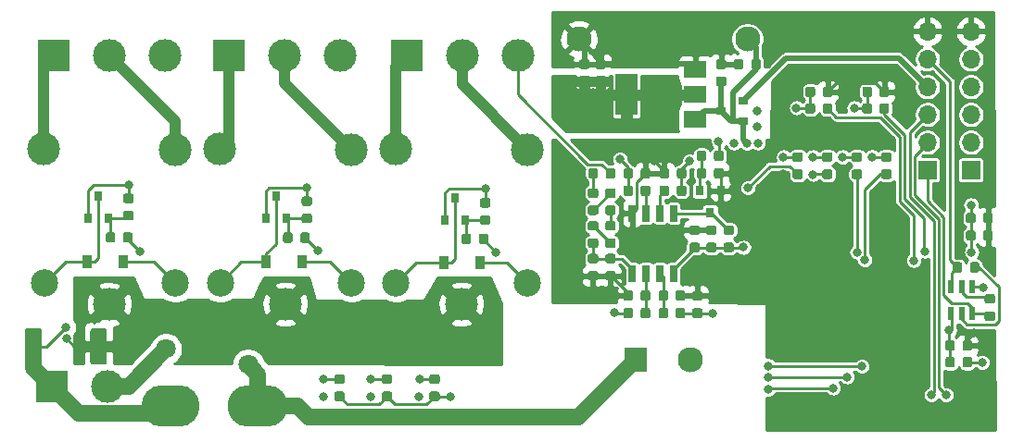
<source format=gbr>
G04 #@! TF.GenerationSoftware,KiCad,Pcbnew,(5.1.5)-3*
G04 #@! TF.CreationDate,2020-10-24T18:19:01+09:00*
G04 #@! TF.ProjectId,wallswitch_schematic_alpha,77616c6c-7377-4697-9463-685f73636865,rev?*
G04 #@! TF.SameCoordinates,Original*
G04 #@! TF.FileFunction,Copper,L4,Bot*
G04 #@! TF.FilePolarity,Positive*
%FSLAX46Y46*%
G04 Gerber Fmt 4.6, Leading zero omitted, Abs format (unit mm)*
G04 Created by KiCad (PCBNEW (5.1.5)-3) date 2020-10-24 18:19:01*
%MOMM*%
%LPD*%
G04 APERTURE LIST*
%ADD10C,1.800000*%
%ADD11C,2.300000*%
%ADD12R,2.000000X2.300000*%
%ADD13C,0.100000*%
%ADD14R,0.900000X1.200000*%
%ADD15R,0.900000X0.800000*%
%ADD16R,0.650000X1.500000*%
%ADD17R,0.500000X1.250000*%
%ADD18R,0.800000X0.900000*%
%ADD19R,2.000000X3.800000*%
%ADD20R,2.000000X1.500000*%
%ADD21C,3.000000*%
%ADD22C,2.500000*%
%ADD23R,1.700000X1.700000*%
%ADD24O,1.700000X1.700000*%
%ADD25R,3.000000X3.000000*%
%ADD26O,5.500000X3.800000*%
%ADD27O,5.300000X3.800000*%
%ADD28C,0.800000*%
%ADD29C,0.250000*%
%ADD30C,0.500000*%
%ADD31C,1.000000*%
%ADD32C,1.500000*%
%ADD33C,0.254000*%
G04 APERTURE END LIST*
D10*
X158242000Y-112776000D03*
X150742000Y-111376000D03*
D11*
X188460000Y-82980000D03*
D12*
X193660000Y-112380000D03*
D11*
X198660000Y-112380000D03*
X203860000Y-82980000D03*
G04 #@! TA.AperFunction,SMDPad,CuDef*
D13*
G36*
X226087691Y-98906053D02*
G01*
X226108926Y-98909203D01*
X226129750Y-98914419D01*
X226149962Y-98921651D01*
X226169368Y-98930830D01*
X226187781Y-98941866D01*
X226205024Y-98954654D01*
X226220930Y-98969070D01*
X226235346Y-98984976D01*
X226248134Y-99002219D01*
X226259170Y-99020632D01*
X226268349Y-99040038D01*
X226275581Y-99060250D01*
X226280797Y-99081074D01*
X226283947Y-99102309D01*
X226285000Y-99123750D01*
X226285000Y-99636250D01*
X226283947Y-99657691D01*
X226280797Y-99678926D01*
X226275581Y-99699750D01*
X226268349Y-99719962D01*
X226259170Y-99739368D01*
X226248134Y-99757781D01*
X226235346Y-99775024D01*
X226220930Y-99790930D01*
X226205024Y-99805346D01*
X226187781Y-99818134D01*
X226169368Y-99829170D01*
X226149962Y-99838349D01*
X226129750Y-99845581D01*
X226108926Y-99850797D01*
X226087691Y-99853947D01*
X226066250Y-99855000D01*
X225628750Y-99855000D01*
X225607309Y-99853947D01*
X225586074Y-99850797D01*
X225565250Y-99845581D01*
X225545038Y-99838349D01*
X225525632Y-99829170D01*
X225507219Y-99818134D01*
X225489976Y-99805346D01*
X225474070Y-99790930D01*
X225459654Y-99775024D01*
X225446866Y-99757781D01*
X225435830Y-99739368D01*
X225426651Y-99719962D01*
X225419419Y-99699750D01*
X225414203Y-99678926D01*
X225411053Y-99657691D01*
X225410000Y-99636250D01*
X225410000Y-99123750D01*
X225411053Y-99102309D01*
X225414203Y-99081074D01*
X225419419Y-99060250D01*
X225426651Y-99040038D01*
X225435830Y-99020632D01*
X225446866Y-99002219D01*
X225459654Y-98984976D01*
X225474070Y-98969070D01*
X225489976Y-98954654D01*
X225507219Y-98941866D01*
X225525632Y-98930830D01*
X225545038Y-98921651D01*
X225565250Y-98914419D01*
X225586074Y-98909203D01*
X225607309Y-98906053D01*
X225628750Y-98905000D01*
X226066250Y-98905000D01*
X226087691Y-98906053D01*
G37*
G04 #@! TD.AperFunction*
G04 #@! TA.AperFunction,SMDPad,CuDef*
G36*
X224512691Y-98906053D02*
G01*
X224533926Y-98909203D01*
X224554750Y-98914419D01*
X224574962Y-98921651D01*
X224594368Y-98930830D01*
X224612781Y-98941866D01*
X224630024Y-98954654D01*
X224645930Y-98969070D01*
X224660346Y-98984976D01*
X224673134Y-99002219D01*
X224684170Y-99020632D01*
X224693349Y-99040038D01*
X224700581Y-99060250D01*
X224705797Y-99081074D01*
X224708947Y-99102309D01*
X224710000Y-99123750D01*
X224710000Y-99636250D01*
X224708947Y-99657691D01*
X224705797Y-99678926D01*
X224700581Y-99699750D01*
X224693349Y-99719962D01*
X224684170Y-99739368D01*
X224673134Y-99757781D01*
X224660346Y-99775024D01*
X224645930Y-99790930D01*
X224630024Y-99805346D01*
X224612781Y-99818134D01*
X224594368Y-99829170D01*
X224574962Y-99838349D01*
X224554750Y-99845581D01*
X224533926Y-99850797D01*
X224512691Y-99853947D01*
X224491250Y-99855000D01*
X224053750Y-99855000D01*
X224032309Y-99853947D01*
X224011074Y-99850797D01*
X223990250Y-99845581D01*
X223970038Y-99838349D01*
X223950632Y-99829170D01*
X223932219Y-99818134D01*
X223914976Y-99805346D01*
X223899070Y-99790930D01*
X223884654Y-99775024D01*
X223871866Y-99757781D01*
X223860830Y-99739368D01*
X223851651Y-99719962D01*
X223844419Y-99699750D01*
X223839203Y-99678926D01*
X223836053Y-99657691D01*
X223835000Y-99636250D01*
X223835000Y-99123750D01*
X223836053Y-99102309D01*
X223839203Y-99081074D01*
X223844419Y-99060250D01*
X223851651Y-99040038D01*
X223860830Y-99020632D01*
X223871866Y-99002219D01*
X223884654Y-98984976D01*
X223899070Y-98969070D01*
X223914976Y-98954654D01*
X223932219Y-98941866D01*
X223950632Y-98930830D01*
X223970038Y-98921651D01*
X223990250Y-98914419D01*
X224011074Y-98909203D01*
X224032309Y-98906053D01*
X224053750Y-98905000D01*
X224491250Y-98905000D01*
X224512691Y-98906053D01*
G37*
G04 #@! TD.AperFunction*
D14*
X146810000Y-103365600D03*
X143510000Y-103365600D03*
D15*
X203460000Y-88630000D03*
X203460000Y-90530000D03*
X201460000Y-89580000D03*
D16*
X197135000Y-104440000D03*
X195865000Y-104440000D03*
X194595000Y-104440000D03*
X193325000Y-104440000D03*
X193325000Y-98940000D03*
X194595000Y-98940000D03*
X195865000Y-98940000D03*
X197135000Y-98940000D03*
D17*
X224368400Y-108148500D03*
X223418400Y-108148500D03*
X222468400Y-108148500D03*
X222468400Y-105648500D03*
X223418400Y-105648500D03*
X224368400Y-105648500D03*
D18*
X145510000Y-99365600D03*
X143610000Y-99365600D03*
X144560000Y-97365600D03*
X200460000Y-98880000D03*
X201410000Y-96880000D03*
X199510000Y-96880000D03*
D19*
X192810000Y-88080000D03*
D20*
X199110000Y-88080000D03*
X199110000Y-90380000D03*
X199110000Y-85780000D03*
D21*
X145560000Y-107280000D03*
D22*
X139610000Y-105330000D03*
D21*
X139560000Y-93080000D03*
X151610000Y-93130000D03*
D22*
X151610000Y-105330000D03*
G04 #@! TA.AperFunction,SMDPad,CuDef*
D13*
G36*
X226286891Y-106345053D02*
G01*
X226308126Y-106348203D01*
X226328950Y-106353419D01*
X226349162Y-106360651D01*
X226368568Y-106369830D01*
X226386981Y-106380866D01*
X226404224Y-106393654D01*
X226420130Y-106408070D01*
X226434546Y-106423976D01*
X226447334Y-106441219D01*
X226458370Y-106459632D01*
X226467549Y-106479038D01*
X226474781Y-106499250D01*
X226479997Y-106520074D01*
X226483147Y-106541309D01*
X226484200Y-106562750D01*
X226484200Y-107000250D01*
X226483147Y-107021691D01*
X226479997Y-107042926D01*
X226474781Y-107063750D01*
X226467549Y-107083962D01*
X226458370Y-107103368D01*
X226447334Y-107121781D01*
X226434546Y-107139024D01*
X226420130Y-107154930D01*
X226404224Y-107169346D01*
X226386981Y-107182134D01*
X226368568Y-107193170D01*
X226349162Y-107202349D01*
X226328950Y-107209581D01*
X226308126Y-107214797D01*
X226286891Y-107217947D01*
X226265450Y-107219000D01*
X225752950Y-107219000D01*
X225731509Y-107217947D01*
X225710274Y-107214797D01*
X225689450Y-107209581D01*
X225669238Y-107202349D01*
X225649832Y-107193170D01*
X225631419Y-107182134D01*
X225614176Y-107169346D01*
X225598270Y-107154930D01*
X225583854Y-107139024D01*
X225571066Y-107121781D01*
X225560030Y-107103368D01*
X225550851Y-107083962D01*
X225543619Y-107063750D01*
X225538403Y-107042926D01*
X225535253Y-107021691D01*
X225534200Y-107000250D01*
X225534200Y-106562750D01*
X225535253Y-106541309D01*
X225538403Y-106520074D01*
X225543619Y-106499250D01*
X225550851Y-106479038D01*
X225560030Y-106459632D01*
X225571066Y-106441219D01*
X225583854Y-106423976D01*
X225598270Y-106408070D01*
X225614176Y-106393654D01*
X225631419Y-106380866D01*
X225649832Y-106369830D01*
X225669238Y-106360651D01*
X225689450Y-106353419D01*
X225710274Y-106348203D01*
X225731509Y-106345053D01*
X225752950Y-106344000D01*
X226265450Y-106344000D01*
X226286891Y-106345053D01*
G37*
G04 #@! TD.AperFunction*
G04 #@! TA.AperFunction,SMDPad,CuDef*
G36*
X226286891Y-107920053D02*
G01*
X226308126Y-107923203D01*
X226328950Y-107928419D01*
X226349162Y-107935651D01*
X226368568Y-107944830D01*
X226386981Y-107955866D01*
X226404224Y-107968654D01*
X226420130Y-107983070D01*
X226434546Y-107998976D01*
X226447334Y-108016219D01*
X226458370Y-108034632D01*
X226467549Y-108054038D01*
X226474781Y-108074250D01*
X226479997Y-108095074D01*
X226483147Y-108116309D01*
X226484200Y-108137750D01*
X226484200Y-108575250D01*
X226483147Y-108596691D01*
X226479997Y-108617926D01*
X226474781Y-108638750D01*
X226467549Y-108658962D01*
X226458370Y-108678368D01*
X226447334Y-108696781D01*
X226434546Y-108714024D01*
X226420130Y-108729930D01*
X226404224Y-108744346D01*
X226386981Y-108757134D01*
X226368568Y-108768170D01*
X226349162Y-108777349D01*
X226328950Y-108784581D01*
X226308126Y-108789797D01*
X226286891Y-108792947D01*
X226265450Y-108794000D01*
X225752950Y-108794000D01*
X225731509Y-108792947D01*
X225710274Y-108789797D01*
X225689450Y-108784581D01*
X225669238Y-108777349D01*
X225649832Y-108768170D01*
X225631419Y-108757134D01*
X225614176Y-108744346D01*
X225598270Y-108729930D01*
X225583854Y-108714024D01*
X225571066Y-108696781D01*
X225560030Y-108678368D01*
X225550851Y-108658962D01*
X225543619Y-108638750D01*
X225538403Y-108617926D01*
X225535253Y-108596691D01*
X225534200Y-108575250D01*
X225534200Y-108137750D01*
X225535253Y-108116309D01*
X225538403Y-108095074D01*
X225543619Y-108074250D01*
X225550851Y-108054038D01*
X225560030Y-108034632D01*
X225571066Y-108016219D01*
X225583854Y-107998976D01*
X225598270Y-107983070D01*
X225614176Y-107968654D01*
X225631419Y-107955866D01*
X225649832Y-107944830D01*
X225669238Y-107935651D01*
X225689450Y-107928419D01*
X225710274Y-107923203D01*
X225731509Y-107920053D01*
X225752950Y-107919000D01*
X226265450Y-107919000D01*
X226286891Y-107920053D01*
G37*
G04 #@! TD.AperFunction*
G04 #@! TA.AperFunction,SMDPad,CuDef*
G36*
X223290191Y-103412053D02*
G01*
X223311426Y-103415203D01*
X223332250Y-103420419D01*
X223352462Y-103427651D01*
X223371868Y-103436830D01*
X223390281Y-103447866D01*
X223407524Y-103460654D01*
X223423430Y-103475070D01*
X223437846Y-103490976D01*
X223450634Y-103508219D01*
X223461670Y-103526632D01*
X223470849Y-103546038D01*
X223478081Y-103566250D01*
X223483297Y-103587074D01*
X223486447Y-103608309D01*
X223487500Y-103629750D01*
X223487500Y-104142250D01*
X223486447Y-104163691D01*
X223483297Y-104184926D01*
X223478081Y-104205750D01*
X223470849Y-104225962D01*
X223461670Y-104245368D01*
X223450634Y-104263781D01*
X223437846Y-104281024D01*
X223423430Y-104296930D01*
X223407524Y-104311346D01*
X223390281Y-104324134D01*
X223371868Y-104335170D01*
X223352462Y-104344349D01*
X223332250Y-104351581D01*
X223311426Y-104356797D01*
X223290191Y-104359947D01*
X223268750Y-104361000D01*
X222831250Y-104361000D01*
X222809809Y-104359947D01*
X222788574Y-104356797D01*
X222767750Y-104351581D01*
X222747538Y-104344349D01*
X222728132Y-104335170D01*
X222709719Y-104324134D01*
X222692476Y-104311346D01*
X222676570Y-104296930D01*
X222662154Y-104281024D01*
X222649366Y-104263781D01*
X222638330Y-104245368D01*
X222629151Y-104225962D01*
X222621919Y-104205750D01*
X222616703Y-104184926D01*
X222613553Y-104163691D01*
X222612500Y-104142250D01*
X222612500Y-103629750D01*
X222613553Y-103608309D01*
X222616703Y-103587074D01*
X222621919Y-103566250D01*
X222629151Y-103546038D01*
X222638330Y-103526632D01*
X222649366Y-103508219D01*
X222662154Y-103490976D01*
X222676570Y-103475070D01*
X222692476Y-103460654D01*
X222709719Y-103447866D01*
X222728132Y-103436830D01*
X222747538Y-103427651D01*
X222767750Y-103420419D01*
X222788574Y-103415203D01*
X222809809Y-103412053D01*
X222831250Y-103411000D01*
X223268750Y-103411000D01*
X223290191Y-103412053D01*
G37*
G04 #@! TD.AperFunction*
G04 #@! TA.AperFunction,SMDPad,CuDef*
G36*
X224865191Y-103412053D02*
G01*
X224886426Y-103415203D01*
X224907250Y-103420419D01*
X224927462Y-103427651D01*
X224946868Y-103436830D01*
X224965281Y-103447866D01*
X224982524Y-103460654D01*
X224998430Y-103475070D01*
X225012846Y-103490976D01*
X225025634Y-103508219D01*
X225036670Y-103526632D01*
X225045849Y-103546038D01*
X225053081Y-103566250D01*
X225058297Y-103587074D01*
X225061447Y-103608309D01*
X225062500Y-103629750D01*
X225062500Y-104142250D01*
X225061447Y-104163691D01*
X225058297Y-104184926D01*
X225053081Y-104205750D01*
X225045849Y-104225962D01*
X225036670Y-104245368D01*
X225025634Y-104263781D01*
X225012846Y-104281024D01*
X224998430Y-104296930D01*
X224982524Y-104311346D01*
X224965281Y-104324134D01*
X224946868Y-104335170D01*
X224927462Y-104344349D01*
X224907250Y-104351581D01*
X224886426Y-104356797D01*
X224865191Y-104359947D01*
X224843750Y-104361000D01*
X224406250Y-104361000D01*
X224384809Y-104359947D01*
X224363574Y-104356797D01*
X224342750Y-104351581D01*
X224322538Y-104344349D01*
X224303132Y-104335170D01*
X224284719Y-104324134D01*
X224267476Y-104311346D01*
X224251570Y-104296930D01*
X224237154Y-104281024D01*
X224224366Y-104263781D01*
X224213330Y-104245368D01*
X224204151Y-104225962D01*
X224196919Y-104205750D01*
X224191703Y-104184926D01*
X224188553Y-104163691D01*
X224187500Y-104142250D01*
X224187500Y-103629750D01*
X224188553Y-103608309D01*
X224191703Y-103587074D01*
X224196919Y-103566250D01*
X224204151Y-103546038D01*
X224213330Y-103526632D01*
X224224366Y-103508219D01*
X224237154Y-103490976D01*
X224251570Y-103475070D01*
X224267476Y-103460654D01*
X224284719Y-103447866D01*
X224303132Y-103436830D01*
X224322538Y-103427651D01*
X224342750Y-103420419D01*
X224363574Y-103415203D01*
X224384809Y-103412053D01*
X224406250Y-103411000D01*
X224843750Y-103411000D01*
X224865191Y-103412053D01*
G37*
G04 #@! TD.AperFunction*
G04 #@! TA.AperFunction,SMDPad,CuDef*
G36*
X208737691Y-93356053D02*
G01*
X208758926Y-93359203D01*
X208779750Y-93364419D01*
X208799962Y-93371651D01*
X208819368Y-93380830D01*
X208837781Y-93391866D01*
X208855024Y-93404654D01*
X208870930Y-93419070D01*
X208885346Y-93434976D01*
X208898134Y-93452219D01*
X208909170Y-93470632D01*
X208918349Y-93490038D01*
X208925581Y-93510250D01*
X208930797Y-93531074D01*
X208933947Y-93552309D01*
X208935000Y-93573750D01*
X208935000Y-94011250D01*
X208933947Y-94032691D01*
X208930797Y-94053926D01*
X208925581Y-94074750D01*
X208918349Y-94094962D01*
X208909170Y-94114368D01*
X208898134Y-94132781D01*
X208885346Y-94150024D01*
X208870930Y-94165930D01*
X208855024Y-94180346D01*
X208837781Y-94193134D01*
X208819368Y-94204170D01*
X208799962Y-94213349D01*
X208779750Y-94220581D01*
X208758926Y-94225797D01*
X208737691Y-94228947D01*
X208716250Y-94230000D01*
X208203750Y-94230000D01*
X208182309Y-94228947D01*
X208161074Y-94225797D01*
X208140250Y-94220581D01*
X208120038Y-94213349D01*
X208100632Y-94204170D01*
X208082219Y-94193134D01*
X208064976Y-94180346D01*
X208049070Y-94165930D01*
X208034654Y-94150024D01*
X208021866Y-94132781D01*
X208010830Y-94114368D01*
X208001651Y-94094962D01*
X207994419Y-94074750D01*
X207989203Y-94053926D01*
X207986053Y-94032691D01*
X207985000Y-94011250D01*
X207985000Y-93573750D01*
X207986053Y-93552309D01*
X207989203Y-93531074D01*
X207994419Y-93510250D01*
X208001651Y-93490038D01*
X208010830Y-93470632D01*
X208021866Y-93452219D01*
X208034654Y-93434976D01*
X208049070Y-93419070D01*
X208064976Y-93404654D01*
X208082219Y-93391866D01*
X208100632Y-93380830D01*
X208120038Y-93371651D01*
X208140250Y-93364419D01*
X208161074Y-93359203D01*
X208182309Y-93356053D01*
X208203750Y-93355000D01*
X208716250Y-93355000D01*
X208737691Y-93356053D01*
G37*
G04 #@! TD.AperFunction*
G04 #@! TA.AperFunction,SMDPad,CuDef*
G36*
X208737691Y-94931053D02*
G01*
X208758926Y-94934203D01*
X208779750Y-94939419D01*
X208799962Y-94946651D01*
X208819368Y-94955830D01*
X208837781Y-94966866D01*
X208855024Y-94979654D01*
X208870930Y-94994070D01*
X208885346Y-95009976D01*
X208898134Y-95027219D01*
X208909170Y-95045632D01*
X208918349Y-95065038D01*
X208925581Y-95085250D01*
X208930797Y-95106074D01*
X208933947Y-95127309D01*
X208935000Y-95148750D01*
X208935000Y-95586250D01*
X208933947Y-95607691D01*
X208930797Y-95628926D01*
X208925581Y-95649750D01*
X208918349Y-95669962D01*
X208909170Y-95689368D01*
X208898134Y-95707781D01*
X208885346Y-95725024D01*
X208870930Y-95740930D01*
X208855024Y-95755346D01*
X208837781Y-95768134D01*
X208819368Y-95779170D01*
X208799962Y-95788349D01*
X208779750Y-95795581D01*
X208758926Y-95800797D01*
X208737691Y-95803947D01*
X208716250Y-95805000D01*
X208203750Y-95805000D01*
X208182309Y-95803947D01*
X208161074Y-95800797D01*
X208140250Y-95795581D01*
X208120038Y-95788349D01*
X208100632Y-95779170D01*
X208082219Y-95768134D01*
X208064976Y-95755346D01*
X208049070Y-95740930D01*
X208034654Y-95725024D01*
X208021866Y-95707781D01*
X208010830Y-95689368D01*
X208001651Y-95669962D01*
X207994419Y-95649750D01*
X207989203Y-95628926D01*
X207986053Y-95607691D01*
X207985000Y-95586250D01*
X207985000Y-95148750D01*
X207986053Y-95127309D01*
X207989203Y-95106074D01*
X207994419Y-95085250D01*
X208001651Y-95065038D01*
X208010830Y-95045632D01*
X208021866Y-95027219D01*
X208034654Y-95009976D01*
X208049070Y-94994070D01*
X208064976Y-94979654D01*
X208082219Y-94966866D01*
X208100632Y-94955830D01*
X208120038Y-94946651D01*
X208140250Y-94939419D01*
X208161074Y-94934203D01*
X208182309Y-94931053D01*
X208203750Y-94930000D01*
X208716250Y-94930000D01*
X208737691Y-94931053D01*
G37*
G04 #@! TD.AperFunction*
G04 #@! TA.AperFunction,SMDPad,CuDef*
G36*
X211437691Y-94931053D02*
G01*
X211458926Y-94934203D01*
X211479750Y-94939419D01*
X211499962Y-94946651D01*
X211519368Y-94955830D01*
X211537781Y-94966866D01*
X211555024Y-94979654D01*
X211570930Y-94994070D01*
X211585346Y-95009976D01*
X211598134Y-95027219D01*
X211609170Y-95045632D01*
X211618349Y-95065038D01*
X211625581Y-95085250D01*
X211630797Y-95106074D01*
X211633947Y-95127309D01*
X211635000Y-95148750D01*
X211635000Y-95586250D01*
X211633947Y-95607691D01*
X211630797Y-95628926D01*
X211625581Y-95649750D01*
X211618349Y-95669962D01*
X211609170Y-95689368D01*
X211598134Y-95707781D01*
X211585346Y-95725024D01*
X211570930Y-95740930D01*
X211555024Y-95755346D01*
X211537781Y-95768134D01*
X211519368Y-95779170D01*
X211499962Y-95788349D01*
X211479750Y-95795581D01*
X211458926Y-95800797D01*
X211437691Y-95803947D01*
X211416250Y-95805000D01*
X210903750Y-95805000D01*
X210882309Y-95803947D01*
X210861074Y-95800797D01*
X210840250Y-95795581D01*
X210820038Y-95788349D01*
X210800632Y-95779170D01*
X210782219Y-95768134D01*
X210764976Y-95755346D01*
X210749070Y-95740930D01*
X210734654Y-95725024D01*
X210721866Y-95707781D01*
X210710830Y-95689368D01*
X210701651Y-95669962D01*
X210694419Y-95649750D01*
X210689203Y-95628926D01*
X210686053Y-95607691D01*
X210685000Y-95586250D01*
X210685000Y-95148750D01*
X210686053Y-95127309D01*
X210689203Y-95106074D01*
X210694419Y-95085250D01*
X210701651Y-95065038D01*
X210710830Y-95045632D01*
X210721866Y-95027219D01*
X210734654Y-95009976D01*
X210749070Y-94994070D01*
X210764976Y-94979654D01*
X210782219Y-94966866D01*
X210800632Y-94955830D01*
X210820038Y-94946651D01*
X210840250Y-94939419D01*
X210861074Y-94934203D01*
X210882309Y-94931053D01*
X210903750Y-94930000D01*
X211416250Y-94930000D01*
X211437691Y-94931053D01*
G37*
G04 #@! TD.AperFunction*
G04 #@! TA.AperFunction,SMDPad,CuDef*
G36*
X211437691Y-93356053D02*
G01*
X211458926Y-93359203D01*
X211479750Y-93364419D01*
X211499962Y-93371651D01*
X211519368Y-93380830D01*
X211537781Y-93391866D01*
X211555024Y-93404654D01*
X211570930Y-93419070D01*
X211585346Y-93434976D01*
X211598134Y-93452219D01*
X211609170Y-93470632D01*
X211618349Y-93490038D01*
X211625581Y-93510250D01*
X211630797Y-93531074D01*
X211633947Y-93552309D01*
X211635000Y-93573750D01*
X211635000Y-94011250D01*
X211633947Y-94032691D01*
X211630797Y-94053926D01*
X211625581Y-94074750D01*
X211618349Y-94094962D01*
X211609170Y-94114368D01*
X211598134Y-94132781D01*
X211585346Y-94150024D01*
X211570930Y-94165930D01*
X211555024Y-94180346D01*
X211537781Y-94193134D01*
X211519368Y-94204170D01*
X211499962Y-94213349D01*
X211479750Y-94220581D01*
X211458926Y-94225797D01*
X211437691Y-94228947D01*
X211416250Y-94230000D01*
X210903750Y-94230000D01*
X210882309Y-94228947D01*
X210861074Y-94225797D01*
X210840250Y-94220581D01*
X210820038Y-94213349D01*
X210800632Y-94204170D01*
X210782219Y-94193134D01*
X210764976Y-94180346D01*
X210749070Y-94165930D01*
X210734654Y-94150024D01*
X210721866Y-94132781D01*
X210710830Y-94114368D01*
X210701651Y-94094962D01*
X210694419Y-94074750D01*
X210689203Y-94053926D01*
X210686053Y-94032691D01*
X210685000Y-94011250D01*
X210685000Y-93573750D01*
X210686053Y-93552309D01*
X210689203Y-93531074D01*
X210694419Y-93510250D01*
X210701651Y-93490038D01*
X210710830Y-93470632D01*
X210721866Y-93452219D01*
X210734654Y-93434976D01*
X210749070Y-93419070D01*
X210764976Y-93404654D01*
X210782219Y-93391866D01*
X210800632Y-93380830D01*
X210820038Y-93371651D01*
X210840250Y-93364419D01*
X210861074Y-93359203D01*
X210882309Y-93356053D01*
X210903750Y-93355000D01*
X211416250Y-93355000D01*
X211437691Y-93356053D01*
G37*
G04 #@! TD.AperFunction*
G04 #@! TA.AperFunction,SMDPad,CuDef*
G36*
X209848691Y-88870553D02*
G01*
X209869926Y-88873703D01*
X209890750Y-88878919D01*
X209910962Y-88886151D01*
X209930368Y-88895330D01*
X209948781Y-88906366D01*
X209966024Y-88919154D01*
X209981930Y-88933570D01*
X209996346Y-88949476D01*
X210009134Y-88966719D01*
X210020170Y-88985132D01*
X210029349Y-89004538D01*
X210036581Y-89024750D01*
X210041797Y-89045574D01*
X210044947Y-89066809D01*
X210046000Y-89088250D01*
X210046000Y-89600750D01*
X210044947Y-89622191D01*
X210041797Y-89643426D01*
X210036581Y-89664250D01*
X210029349Y-89684462D01*
X210020170Y-89703868D01*
X210009134Y-89722281D01*
X209996346Y-89739524D01*
X209981930Y-89755430D01*
X209966024Y-89769846D01*
X209948781Y-89782634D01*
X209930368Y-89793670D01*
X209910962Y-89802849D01*
X209890750Y-89810081D01*
X209869926Y-89815297D01*
X209848691Y-89818447D01*
X209827250Y-89819500D01*
X209389750Y-89819500D01*
X209368309Y-89818447D01*
X209347074Y-89815297D01*
X209326250Y-89810081D01*
X209306038Y-89802849D01*
X209286632Y-89793670D01*
X209268219Y-89782634D01*
X209250976Y-89769846D01*
X209235070Y-89755430D01*
X209220654Y-89739524D01*
X209207866Y-89722281D01*
X209196830Y-89703868D01*
X209187651Y-89684462D01*
X209180419Y-89664250D01*
X209175203Y-89643426D01*
X209172053Y-89622191D01*
X209171000Y-89600750D01*
X209171000Y-89088250D01*
X209172053Y-89066809D01*
X209175203Y-89045574D01*
X209180419Y-89024750D01*
X209187651Y-89004538D01*
X209196830Y-88985132D01*
X209207866Y-88966719D01*
X209220654Y-88949476D01*
X209235070Y-88933570D01*
X209250976Y-88919154D01*
X209268219Y-88906366D01*
X209286632Y-88895330D01*
X209306038Y-88886151D01*
X209326250Y-88878919D01*
X209347074Y-88873703D01*
X209368309Y-88870553D01*
X209389750Y-88869500D01*
X209827250Y-88869500D01*
X209848691Y-88870553D01*
G37*
G04 #@! TD.AperFunction*
G04 #@! TA.AperFunction,SMDPad,CuDef*
G36*
X211423691Y-88870553D02*
G01*
X211444926Y-88873703D01*
X211465750Y-88878919D01*
X211485962Y-88886151D01*
X211505368Y-88895330D01*
X211523781Y-88906366D01*
X211541024Y-88919154D01*
X211556930Y-88933570D01*
X211571346Y-88949476D01*
X211584134Y-88966719D01*
X211595170Y-88985132D01*
X211604349Y-89004538D01*
X211611581Y-89024750D01*
X211616797Y-89045574D01*
X211619947Y-89066809D01*
X211621000Y-89088250D01*
X211621000Y-89600750D01*
X211619947Y-89622191D01*
X211616797Y-89643426D01*
X211611581Y-89664250D01*
X211604349Y-89684462D01*
X211595170Y-89703868D01*
X211584134Y-89722281D01*
X211571346Y-89739524D01*
X211556930Y-89755430D01*
X211541024Y-89769846D01*
X211523781Y-89782634D01*
X211505368Y-89793670D01*
X211485962Y-89802849D01*
X211465750Y-89810081D01*
X211444926Y-89815297D01*
X211423691Y-89818447D01*
X211402250Y-89819500D01*
X210964750Y-89819500D01*
X210943309Y-89818447D01*
X210922074Y-89815297D01*
X210901250Y-89810081D01*
X210881038Y-89802849D01*
X210861632Y-89793670D01*
X210843219Y-89782634D01*
X210825976Y-89769846D01*
X210810070Y-89755430D01*
X210795654Y-89739524D01*
X210782866Y-89722281D01*
X210771830Y-89703868D01*
X210762651Y-89684462D01*
X210755419Y-89664250D01*
X210750203Y-89643426D01*
X210747053Y-89622191D01*
X210746000Y-89600750D01*
X210746000Y-89088250D01*
X210747053Y-89066809D01*
X210750203Y-89045574D01*
X210755419Y-89024750D01*
X210762651Y-89004538D01*
X210771830Y-88985132D01*
X210782866Y-88966719D01*
X210795654Y-88949476D01*
X210810070Y-88933570D01*
X210825976Y-88919154D01*
X210843219Y-88906366D01*
X210861632Y-88895330D01*
X210881038Y-88886151D01*
X210901250Y-88878919D01*
X210922074Y-88873703D01*
X210943309Y-88870553D01*
X210964750Y-88869500D01*
X211402250Y-88869500D01*
X211423691Y-88870553D01*
G37*
G04 #@! TD.AperFunction*
G04 #@! TA.AperFunction,SMDPad,CuDef*
G36*
X216610191Y-88870553D02*
G01*
X216631426Y-88873703D01*
X216652250Y-88878919D01*
X216672462Y-88886151D01*
X216691868Y-88895330D01*
X216710281Y-88906366D01*
X216727524Y-88919154D01*
X216743430Y-88933570D01*
X216757846Y-88949476D01*
X216770634Y-88966719D01*
X216781670Y-88985132D01*
X216790849Y-89004538D01*
X216798081Y-89024750D01*
X216803297Y-89045574D01*
X216806447Y-89066809D01*
X216807500Y-89088250D01*
X216807500Y-89600750D01*
X216806447Y-89622191D01*
X216803297Y-89643426D01*
X216798081Y-89664250D01*
X216790849Y-89684462D01*
X216781670Y-89703868D01*
X216770634Y-89722281D01*
X216757846Y-89739524D01*
X216743430Y-89755430D01*
X216727524Y-89769846D01*
X216710281Y-89782634D01*
X216691868Y-89793670D01*
X216672462Y-89802849D01*
X216652250Y-89810081D01*
X216631426Y-89815297D01*
X216610191Y-89818447D01*
X216588750Y-89819500D01*
X216151250Y-89819500D01*
X216129809Y-89818447D01*
X216108574Y-89815297D01*
X216087750Y-89810081D01*
X216067538Y-89802849D01*
X216048132Y-89793670D01*
X216029719Y-89782634D01*
X216012476Y-89769846D01*
X215996570Y-89755430D01*
X215982154Y-89739524D01*
X215969366Y-89722281D01*
X215958330Y-89703868D01*
X215949151Y-89684462D01*
X215941919Y-89664250D01*
X215936703Y-89643426D01*
X215933553Y-89622191D01*
X215932500Y-89600750D01*
X215932500Y-89088250D01*
X215933553Y-89066809D01*
X215936703Y-89045574D01*
X215941919Y-89024750D01*
X215949151Y-89004538D01*
X215958330Y-88985132D01*
X215969366Y-88966719D01*
X215982154Y-88949476D01*
X215996570Y-88933570D01*
X216012476Y-88919154D01*
X216029719Y-88906366D01*
X216048132Y-88895330D01*
X216067538Y-88886151D01*
X216087750Y-88878919D01*
X216108574Y-88873703D01*
X216129809Y-88870553D01*
X216151250Y-88869500D01*
X216588750Y-88869500D01*
X216610191Y-88870553D01*
G37*
G04 #@! TD.AperFunction*
G04 #@! TA.AperFunction,SMDPad,CuDef*
G36*
X215035191Y-88870553D02*
G01*
X215056426Y-88873703D01*
X215077250Y-88878919D01*
X215097462Y-88886151D01*
X215116868Y-88895330D01*
X215135281Y-88906366D01*
X215152524Y-88919154D01*
X215168430Y-88933570D01*
X215182846Y-88949476D01*
X215195634Y-88966719D01*
X215206670Y-88985132D01*
X215215849Y-89004538D01*
X215223081Y-89024750D01*
X215228297Y-89045574D01*
X215231447Y-89066809D01*
X215232500Y-89088250D01*
X215232500Y-89600750D01*
X215231447Y-89622191D01*
X215228297Y-89643426D01*
X215223081Y-89664250D01*
X215215849Y-89684462D01*
X215206670Y-89703868D01*
X215195634Y-89722281D01*
X215182846Y-89739524D01*
X215168430Y-89755430D01*
X215152524Y-89769846D01*
X215135281Y-89782634D01*
X215116868Y-89793670D01*
X215097462Y-89802849D01*
X215077250Y-89810081D01*
X215056426Y-89815297D01*
X215035191Y-89818447D01*
X215013750Y-89819500D01*
X214576250Y-89819500D01*
X214554809Y-89818447D01*
X214533574Y-89815297D01*
X214512750Y-89810081D01*
X214492538Y-89802849D01*
X214473132Y-89793670D01*
X214454719Y-89782634D01*
X214437476Y-89769846D01*
X214421570Y-89755430D01*
X214407154Y-89739524D01*
X214394366Y-89722281D01*
X214383330Y-89703868D01*
X214374151Y-89684462D01*
X214366919Y-89664250D01*
X214361703Y-89643426D01*
X214358553Y-89622191D01*
X214357500Y-89600750D01*
X214357500Y-89088250D01*
X214358553Y-89066809D01*
X214361703Y-89045574D01*
X214366919Y-89024750D01*
X214374151Y-89004538D01*
X214383330Y-88985132D01*
X214394366Y-88966719D01*
X214407154Y-88949476D01*
X214421570Y-88933570D01*
X214437476Y-88919154D01*
X214454719Y-88906366D01*
X214473132Y-88895330D01*
X214492538Y-88886151D01*
X214512750Y-88878919D01*
X214533574Y-88873703D01*
X214554809Y-88870553D01*
X214576250Y-88869500D01*
X215013750Y-88869500D01*
X215035191Y-88870553D01*
G37*
G04 #@! TD.AperFunction*
G04 #@! TA.AperFunction,SMDPad,CuDef*
G36*
X224194691Y-112111553D02*
G01*
X224215926Y-112114703D01*
X224236750Y-112119919D01*
X224256962Y-112127151D01*
X224276368Y-112136330D01*
X224294781Y-112147366D01*
X224312024Y-112160154D01*
X224327930Y-112174570D01*
X224342346Y-112190476D01*
X224355134Y-112207719D01*
X224366170Y-112226132D01*
X224375349Y-112245538D01*
X224382581Y-112265750D01*
X224387797Y-112286574D01*
X224390947Y-112307809D01*
X224392000Y-112329250D01*
X224392000Y-112841750D01*
X224390947Y-112863191D01*
X224387797Y-112884426D01*
X224382581Y-112905250D01*
X224375349Y-112925462D01*
X224366170Y-112944868D01*
X224355134Y-112963281D01*
X224342346Y-112980524D01*
X224327930Y-112996430D01*
X224312024Y-113010846D01*
X224294781Y-113023634D01*
X224276368Y-113034670D01*
X224256962Y-113043849D01*
X224236750Y-113051081D01*
X224215926Y-113056297D01*
X224194691Y-113059447D01*
X224173250Y-113060500D01*
X223735750Y-113060500D01*
X223714309Y-113059447D01*
X223693074Y-113056297D01*
X223672250Y-113051081D01*
X223652038Y-113043849D01*
X223632632Y-113034670D01*
X223614219Y-113023634D01*
X223596976Y-113010846D01*
X223581070Y-112996430D01*
X223566654Y-112980524D01*
X223553866Y-112963281D01*
X223542830Y-112944868D01*
X223533651Y-112925462D01*
X223526419Y-112905250D01*
X223521203Y-112884426D01*
X223518053Y-112863191D01*
X223517000Y-112841750D01*
X223517000Y-112329250D01*
X223518053Y-112307809D01*
X223521203Y-112286574D01*
X223526419Y-112265750D01*
X223533651Y-112245538D01*
X223542830Y-112226132D01*
X223553866Y-112207719D01*
X223566654Y-112190476D01*
X223581070Y-112174570D01*
X223596976Y-112160154D01*
X223614219Y-112147366D01*
X223632632Y-112136330D01*
X223652038Y-112127151D01*
X223672250Y-112119919D01*
X223693074Y-112114703D01*
X223714309Y-112111553D01*
X223735750Y-112110500D01*
X224173250Y-112110500D01*
X224194691Y-112111553D01*
G37*
G04 #@! TD.AperFunction*
G04 #@! TA.AperFunction,SMDPad,CuDef*
G36*
X222619691Y-112111553D02*
G01*
X222640926Y-112114703D01*
X222661750Y-112119919D01*
X222681962Y-112127151D01*
X222701368Y-112136330D01*
X222719781Y-112147366D01*
X222737024Y-112160154D01*
X222752930Y-112174570D01*
X222767346Y-112190476D01*
X222780134Y-112207719D01*
X222791170Y-112226132D01*
X222800349Y-112245538D01*
X222807581Y-112265750D01*
X222812797Y-112286574D01*
X222815947Y-112307809D01*
X222817000Y-112329250D01*
X222817000Y-112841750D01*
X222815947Y-112863191D01*
X222812797Y-112884426D01*
X222807581Y-112905250D01*
X222800349Y-112925462D01*
X222791170Y-112944868D01*
X222780134Y-112963281D01*
X222767346Y-112980524D01*
X222752930Y-112996430D01*
X222737024Y-113010846D01*
X222719781Y-113023634D01*
X222701368Y-113034670D01*
X222681962Y-113043849D01*
X222661750Y-113051081D01*
X222640926Y-113056297D01*
X222619691Y-113059447D01*
X222598250Y-113060500D01*
X222160750Y-113060500D01*
X222139309Y-113059447D01*
X222118074Y-113056297D01*
X222097250Y-113051081D01*
X222077038Y-113043849D01*
X222057632Y-113034670D01*
X222039219Y-113023634D01*
X222021976Y-113010846D01*
X222006070Y-112996430D01*
X221991654Y-112980524D01*
X221978866Y-112963281D01*
X221967830Y-112944868D01*
X221958651Y-112925462D01*
X221951419Y-112905250D01*
X221946203Y-112884426D01*
X221943053Y-112863191D01*
X221942000Y-112841750D01*
X221942000Y-112329250D01*
X221943053Y-112307809D01*
X221946203Y-112286574D01*
X221951419Y-112265750D01*
X221958651Y-112245538D01*
X221967830Y-112226132D01*
X221978866Y-112207719D01*
X221991654Y-112190476D01*
X222006070Y-112174570D01*
X222021976Y-112160154D01*
X222039219Y-112147366D01*
X222057632Y-112136330D01*
X222077038Y-112127151D01*
X222097250Y-112119919D01*
X222118074Y-112114703D01*
X222139309Y-112111553D01*
X222160750Y-112110500D01*
X222598250Y-112110500D01*
X222619691Y-112111553D01*
G37*
G04 #@! TD.AperFunction*
G04 #@! TA.AperFunction,SMDPad,CuDef*
G36*
X166857191Y-113694553D02*
G01*
X166878426Y-113697703D01*
X166899250Y-113702919D01*
X166919462Y-113710151D01*
X166938868Y-113719330D01*
X166957281Y-113730366D01*
X166974524Y-113743154D01*
X166990430Y-113757570D01*
X167004846Y-113773476D01*
X167017634Y-113790719D01*
X167028670Y-113809132D01*
X167037849Y-113828538D01*
X167045081Y-113848750D01*
X167050297Y-113869574D01*
X167053447Y-113890809D01*
X167054500Y-113912250D01*
X167054500Y-114349750D01*
X167053447Y-114371191D01*
X167050297Y-114392426D01*
X167045081Y-114413250D01*
X167037849Y-114433462D01*
X167028670Y-114452868D01*
X167017634Y-114471281D01*
X167004846Y-114488524D01*
X166990430Y-114504430D01*
X166974524Y-114518846D01*
X166957281Y-114531634D01*
X166938868Y-114542670D01*
X166919462Y-114551849D01*
X166899250Y-114559081D01*
X166878426Y-114564297D01*
X166857191Y-114567447D01*
X166835750Y-114568500D01*
X166323250Y-114568500D01*
X166301809Y-114567447D01*
X166280574Y-114564297D01*
X166259750Y-114559081D01*
X166239538Y-114551849D01*
X166220132Y-114542670D01*
X166201719Y-114531634D01*
X166184476Y-114518846D01*
X166168570Y-114504430D01*
X166154154Y-114488524D01*
X166141366Y-114471281D01*
X166130330Y-114452868D01*
X166121151Y-114433462D01*
X166113919Y-114413250D01*
X166108703Y-114392426D01*
X166105553Y-114371191D01*
X166104500Y-114349750D01*
X166104500Y-113912250D01*
X166105553Y-113890809D01*
X166108703Y-113869574D01*
X166113919Y-113848750D01*
X166121151Y-113828538D01*
X166130330Y-113809132D01*
X166141366Y-113790719D01*
X166154154Y-113773476D01*
X166168570Y-113757570D01*
X166184476Y-113743154D01*
X166201719Y-113730366D01*
X166220132Y-113719330D01*
X166239538Y-113710151D01*
X166259750Y-113702919D01*
X166280574Y-113697703D01*
X166301809Y-113694553D01*
X166323250Y-113693500D01*
X166835750Y-113693500D01*
X166857191Y-113694553D01*
G37*
G04 #@! TD.AperFunction*
G04 #@! TA.AperFunction,SMDPad,CuDef*
G36*
X166857191Y-115269553D02*
G01*
X166878426Y-115272703D01*
X166899250Y-115277919D01*
X166919462Y-115285151D01*
X166938868Y-115294330D01*
X166957281Y-115305366D01*
X166974524Y-115318154D01*
X166990430Y-115332570D01*
X167004846Y-115348476D01*
X167017634Y-115365719D01*
X167028670Y-115384132D01*
X167037849Y-115403538D01*
X167045081Y-115423750D01*
X167050297Y-115444574D01*
X167053447Y-115465809D01*
X167054500Y-115487250D01*
X167054500Y-115924750D01*
X167053447Y-115946191D01*
X167050297Y-115967426D01*
X167045081Y-115988250D01*
X167037849Y-116008462D01*
X167028670Y-116027868D01*
X167017634Y-116046281D01*
X167004846Y-116063524D01*
X166990430Y-116079430D01*
X166974524Y-116093846D01*
X166957281Y-116106634D01*
X166938868Y-116117670D01*
X166919462Y-116126849D01*
X166899250Y-116134081D01*
X166878426Y-116139297D01*
X166857191Y-116142447D01*
X166835750Y-116143500D01*
X166323250Y-116143500D01*
X166301809Y-116142447D01*
X166280574Y-116139297D01*
X166259750Y-116134081D01*
X166239538Y-116126849D01*
X166220132Y-116117670D01*
X166201719Y-116106634D01*
X166184476Y-116093846D01*
X166168570Y-116079430D01*
X166154154Y-116063524D01*
X166141366Y-116046281D01*
X166130330Y-116027868D01*
X166121151Y-116008462D01*
X166113919Y-115988250D01*
X166108703Y-115967426D01*
X166105553Y-115946191D01*
X166104500Y-115924750D01*
X166104500Y-115487250D01*
X166105553Y-115465809D01*
X166108703Y-115444574D01*
X166113919Y-115423750D01*
X166121151Y-115403538D01*
X166130330Y-115384132D01*
X166141366Y-115365719D01*
X166154154Y-115348476D01*
X166168570Y-115332570D01*
X166184476Y-115318154D01*
X166201719Y-115305366D01*
X166220132Y-115294330D01*
X166239538Y-115285151D01*
X166259750Y-115277919D01*
X166280574Y-115272703D01*
X166301809Y-115269553D01*
X166323250Y-115268500D01*
X166835750Y-115268500D01*
X166857191Y-115269553D01*
G37*
G04 #@! TD.AperFunction*
G04 #@! TA.AperFunction,SMDPad,CuDef*
G36*
X147487691Y-100691653D02*
G01*
X147508926Y-100694803D01*
X147529750Y-100700019D01*
X147549962Y-100707251D01*
X147569368Y-100716430D01*
X147587781Y-100727466D01*
X147605024Y-100740254D01*
X147620930Y-100754670D01*
X147635346Y-100770576D01*
X147648134Y-100787819D01*
X147659170Y-100806232D01*
X147668349Y-100825638D01*
X147675581Y-100845850D01*
X147680797Y-100866674D01*
X147683947Y-100887909D01*
X147685000Y-100909350D01*
X147685000Y-101421850D01*
X147683947Y-101443291D01*
X147680797Y-101464526D01*
X147675581Y-101485350D01*
X147668349Y-101505562D01*
X147659170Y-101524968D01*
X147648134Y-101543381D01*
X147635346Y-101560624D01*
X147620930Y-101576530D01*
X147605024Y-101590946D01*
X147587781Y-101603734D01*
X147569368Y-101614770D01*
X147549962Y-101623949D01*
X147529750Y-101631181D01*
X147508926Y-101636397D01*
X147487691Y-101639547D01*
X147466250Y-101640600D01*
X147028750Y-101640600D01*
X147007309Y-101639547D01*
X146986074Y-101636397D01*
X146965250Y-101631181D01*
X146945038Y-101623949D01*
X146925632Y-101614770D01*
X146907219Y-101603734D01*
X146889976Y-101590946D01*
X146874070Y-101576530D01*
X146859654Y-101560624D01*
X146846866Y-101543381D01*
X146835830Y-101524968D01*
X146826651Y-101505562D01*
X146819419Y-101485350D01*
X146814203Y-101464526D01*
X146811053Y-101443291D01*
X146810000Y-101421850D01*
X146810000Y-100909350D01*
X146811053Y-100887909D01*
X146814203Y-100866674D01*
X146819419Y-100845850D01*
X146826651Y-100825638D01*
X146835830Y-100806232D01*
X146846866Y-100787819D01*
X146859654Y-100770576D01*
X146874070Y-100754670D01*
X146889976Y-100740254D01*
X146907219Y-100727466D01*
X146925632Y-100716430D01*
X146945038Y-100707251D01*
X146965250Y-100700019D01*
X146986074Y-100694803D01*
X147007309Y-100691653D01*
X147028750Y-100690600D01*
X147466250Y-100690600D01*
X147487691Y-100691653D01*
G37*
G04 #@! TD.AperFunction*
G04 #@! TA.AperFunction,SMDPad,CuDef*
G36*
X145912691Y-100691653D02*
G01*
X145933926Y-100694803D01*
X145954750Y-100700019D01*
X145974962Y-100707251D01*
X145994368Y-100716430D01*
X146012781Y-100727466D01*
X146030024Y-100740254D01*
X146045930Y-100754670D01*
X146060346Y-100770576D01*
X146073134Y-100787819D01*
X146084170Y-100806232D01*
X146093349Y-100825638D01*
X146100581Y-100845850D01*
X146105797Y-100866674D01*
X146108947Y-100887909D01*
X146110000Y-100909350D01*
X146110000Y-101421850D01*
X146108947Y-101443291D01*
X146105797Y-101464526D01*
X146100581Y-101485350D01*
X146093349Y-101505562D01*
X146084170Y-101524968D01*
X146073134Y-101543381D01*
X146060346Y-101560624D01*
X146045930Y-101576530D01*
X146030024Y-101590946D01*
X146012781Y-101603734D01*
X145994368Y-101614770D01*
X145974962Y-101623949D01*
X145954750Y-101631181D01*
X145933926Y-101636397D01*
X145912691Y-101639547D01*
X145891250Y-101640600D01*
X145453750Y-101640600D01*
X145432309Y-101639547D01*
X145411074Y-101636397D01*
X145390250Y-101631181D01*
X145370038Y-101623949D01*
X145350632Y-101614770D01*
X145332219Y-101603734D01*
X145314976Y-101590946D01*
X145299070Y-101576530D01*
X145284654Y-101560624D01*
X145271866Y-101543381D01*
X145260830Y-101524968D01*
X145251651Y-101505562D01*
X145244419Y-101485350D01*
X145239203Y-101464526D01*
X145236053Y-101443291D01*
X145235000Y-101421850D01*
X145235000Y-100909350D01*
X145236053Y-100887909D01*
X145239203Y-100866674D01*
X145244419Y-100845850D01*
X145251651Y-100825638D01*
X145260830Y-100806232D01*
X145271866Y-100787819D01*
X145284654Y-100770576D01*
X145299070Y-100754670D01*
X145314976Y-100740254D01*
X145332219Y-100727466D01*
X145350632Y-100716430D01*
X145370038Y-100707251D01*
X145390250Y-100700019D01*
X145411074Y-100694803D01*
X145432309Y-100691653D01*
X145453750Y-100690600D01*
X145891250Y-100690600D01*
X145912691Y-100691653D01*
G37*
G04 #@! TD.AperFunction*
G04 #@! TA.AperFunction,SMDPad,CuDef*
G36*
X147587691Y-97141653D02*
G01*
X147608926Y-97144803D01*
X147629750Y-97150019D01*
X147649962Y-97157251D01*
X147669368Y-97166430D01*
X147687781Y-97177466D01*
X147705024Y-97190254D01*
X147720930Y-97204670D01*
X147735346Y-97220576D01*
X147748134Y-97237819D01*
X147759170Y-97256232D01*
X147768349Y-97275638D01*
X147775581Y-97295850D01*
X147780797Y-97316674D01*
X147783947Y-97337909D01*
X147785000Y-97359350D01*
X147785000Y-97796850D01*
X147783947Y-97818291D01*
X147780797Y-97839526D01*
X147775581Y-97860350D01*
X147768349Y-97880562D01*
X147759170Y-97899968D01*
X147748134Y-97918381D01*
X147735346Y-97935624D01*
X147720930Y-97951530D01*
X147705024Y-97965946D01*
X147687781Y-97978734D01*
X147669368Y-97989770D01*
X147649962Y-97998949D01*
X147629750Y-98006181D01*
X147608926Y-98011397D01*
X147587691Y-98014547D01*
X147566250Y-98015600D01*
X147053750Y-98015600D01*
X147032309Y-98014547D01*
X147011074Y-98011397D01*
X146990250Y-98006181D01*
X146970038Y-97998949D01*
X146950632Y-97989770D01*
X146932219Y-97978734D01*
X146914976Y-97965946D01*
X146899070Y-97951530D01*
X146884654Y-97935624D01*
X146871866Y-97918381D01*
X146860830Y-97899968D01*
X146851651Y-97880562D01*
X146844419Y-97860350D01*
X146839203Y-97839526D01*
X146836053Y-97818291D01*
X146835000Y-97796850D01*
X146835000Y-97359350D01*
X146836053Y-97337909D01*
X146839203Y-97316674D01*
X146844419Y-97295850D01*
X146851651Y-97275638D01*
X146860830Y-97256232D01*
X146871866Y-97237819D01*
X146884654Y-97220576D01*
X146899070Y-97204670D01*
X146914976Y-97190254D01*
X146932219Y-97177466D01*
X146950632Y-97166430D01*
X146970038Y-97157251D01*
X146990250Y-97150019D01*
X147011074Y-97144803D01*
X147032309Y-97141653D01*
X147053750Y-97140600D01*
X147566250Y-97140600D01*
X147587691Y-97141653D01*
G37*
G04 #@! TD.AperFunction*
G04 #@! TA.AperFunction,SMDPad,CuDef*
G36*
X147587691Y-98716653D02*
G01*
X147608926Y-98719803D01*
X147629750Y-98725019D01*
X147649962Y-98732251D01*
X147669368Y-98741430D01*
X147687781Y-98752466D01*
X147705024Y-98765254D01*
X147720930Y-98779670D01*
X147735346Y-98795576D01*
X147748134Y-98812819D01*
X147759170Y-98831232D01*
X147768349Y-98850638D01*
X147775581Y-98870850D01*
X147780797Y-98891674D01*
X147783947Y-98912909D01*
X147785000Y-98934350D01*
X147785000Y-99371850D01*
X147783947Y-99393291D01*
X147780797Y-99414526D01*
X147775581Y-99435350D01*
X147768349Y-99455562D01*
X147759170Y-99474968D01*
X147748134Y-99493381D01*
X147735346Y-99510624D01*
X147720930Y-99526530D01*
X147705024Y-99540946D01*
X147687781Y-99553734D01*
X147669368Y-99564770D01*
X147649962Y-99573949D01*
X147629750Y-99581181D01*
X147608926Y-99586397D01*
X147587691Y-99589547D01*
X147566250Y-99590600D01*
X147053750Y-99590600D01*
X147032309Y-99589547D01*
X147011074Y-99586397D01*
X146990250Y-99581181D01*
X146970038Y-99573949D01*
X146950632Y-99564770D01*
X146932219Y-99553734D01*
X146914976Y-99540946D01*
X146899070Y-99526530D01*
X146884654Y-99510624D01*
X146871866Y-99493381D01*
X146860830Y-99474968D01*
X146851651Y-99455562D01*
X146844419Y-99435350D01*
X146839203Y-99414526D01*
X146836053Y-99393291D01*
X146835000Y-99371850D01*
X146835000Y-98934350D01*
X146836053Y-98912909D01*
X146839203Y-98891674D01*
X146844419Y-98870850D01*
X146851651Y-98850638D01*
X146860830Y-98831232D01*
X146871866Y-98812819D01*
X146884654Y-98795576D01*
X146899070Y-98779670D01*
X146914976Y-98765254D01*
X146932219Y-98752466D01*
X146950632Y-98741430D01*
X146970038Y-98732251D01*
X146990250Y-98725019D01*
X147011074Y-98719803D01*
X147032309Y-98716653D01*
X147053750Y-98715600D01*
X147566250Y-98715600D01*
X147587691Y-98716653D01*
G37*
G04 #@! TD.AperFunction*
G04 #@! TA.AperFunction,SMDPad,CuDef*
G36*
X190012691Y-94806053D02*
G01*
X190033926Y-94809203D01*
X190054750Y-94814419D01*
X190074962Y-94821651D01*
X190094368Y-94830830D01*
X190112781Y-94841866D01*
X190130024Y-94854654D01*
X190145930Y-94869070D01*
X190160346Y-94884976D01*
X190173134Y-94902219D01*
X190184170Y-94920632D01*
X190193349Y-94940038D01*
X190200581Y-94960250D01*
X190205797Y-94981074D01*
X190208947Y-95002309D01*
X190210000Y-95023750D01*
X190210000Y-95536250D01*
X190208947Y-95557691D01*
X190205797Y-95578926D01*
X190200581Y-95599750D01*
X190193349Y-95619962D01*
X190184170Y-95639368D01*
X190173134Y-95657781D01*
X190160346Y-95675024D01*
X190145930Y-95690930D01*
X190130024Y-95705346D01*
X190112781Y-95718134D01*
X190094368Y-95729170D01*
X190074962Y-95738349D01*
X190054750Y-95745581D01*
X190033926Y-95750797D01*
X190012691Y-95753947D01*
X189991250Y-95755000D01*
X189553750Y-95755000D01*
X189532309Y-95753947D01*
X189511074Y-95750797D01*
X189490250Y-95745581D01*
X189470038Y-95738349D01*
X189450632Y-95729170D01*
X189432219Y-95718134D01*
X189414976Y-95705346D01*
X189399070Y-95690930D01*
X189384654Y-95675024D01*
X189371866Y-95657781D01*
X189360830Y-95639368D01*
X189351651Y-95619962D01*
X189344419Y-95599750D01*
X189339203Y-95578926D01*
X189336053Y-95557691D01*
X189335000Y-95536250D01*
X189335000Y-95023750D01*
X189336053Y-95002309D01*
X189339203Y-94981074D01*
X189344419Y-94960250D01*
X189351651Y-94940038D01*
X189360830Y-94920632D01*
X189371866Y-94902219D01*
X189384654Y-94884976D01*
X189399070Y-94869070D01*
X189414976Y-94854654D01*
X189432219Y-94841866D01*
X189450632Y-94830830D01*
X189470038Y-94821651D01*
X189490250Y-94814419D01*
X189511074Y-94809203D01*
X189532309Y-94806053D01*
X189553750Y-94805000D01*
X189991250Y-94805000D01*
X190012691Y-94806053D01*
G37*
G04 #@! TD.AperFunction*
G04 #@! TA.AperFunction,SMDPad,CuDef*
G36*
X191587691Y-94806053D02*
G01*
X191608926Y-94809203D01*
X191629750Y-94814419D01*
X191649962Y-94821651D01*
X191669368Y-94830830D01*
X191687781Y-94841866D01*
X191705024Y-94854654D01*
X191720930Y-94869070D01*
X191735346Y-94884976D01*
X191748134Y-94902219D01*
X191759170Y-94920632D01*
X191768349Y-94940038D01*
X191775581Y-94960250D01*
X191780797Y-94981074D01*
X191783947Y-95002309D01*
X191785000Y-95023750D01*
X191785000Y-95536250D01*
X191783947Y-95557691D01*
X191780797Y-95578926D01*
X191775581Y-95599750D01*
X191768349Y-95619962D01*
X191759170Y-95639368D01*
X191748134Y-95657781D01*
X191735346Y-95675024D01*
X191720930Y-95690930D01*
X191705024Y-95705346D01*
X191687781Y-95718134D01*
X191669368Y-95729170D01*
X191649962Y-95738349D01*
X191629750Y-95745581D01*
X191608926Y-95750797D01*
X191587691Y-95753947D01*
X191566250Y-95755000D01*
X191128750Y-95755000D01*
X191107309Y-95753947D01*
X191086074Y-95750797D01*
X191065250Y-95745581D01*
X191045038Y-95738349D01*
X191025632Y-95729170D01*
X191007219Y-95718134D01*
X190989976Y-95705346D01*
X190974070Y-95690930D01*
X190959654Y-95675024D01*
X190946866Y-95657781D01*
X190935830Y-95639368D01*
X190926651Y-95619962D01*
X190919419Y-95599750D01*
X190914203Y-95578926D01*
X190911053Y-95557691D01*
X190910000Y-95536250D01*
X190910000Y-95023750D01*
X190911053Y-95002309D01*
X190914203Y-94981074D01*
X190919419Y-94960250D01*
X190926651Y-94940038D01*
X190935830Y-94920632D01*
X190946866Y-94902219D01*
X190959654Y-94884976D01*
X190974070Y-94869070D01*
X190989976Y-94854654D01*
X191007219Y-94841866D01*
X191025632Y-94830830D01*
X191045038Y-94821651D01*
X191065250Y-94814419D01*
X191086074Y-94809203D01*
X191107309Y-94806053D01*
X191128750Y-94805000D01*
X191566250Y-94805000D01*
X191587691Y-94806053D01*
G37*
G04 #@! TD.AperFunction*
G04 #@! TA.AperFunction,SMDPad,CuDef*
G36*
X190037691Y-96656053D02*
G01*
X190058926Y-96659203D01*
X190079750Y-96664419D01*
X190099962Y-96671651D01*
X190119368Y-96680830D01*
X190137781Y-96691866D01*
X190155024Y-96704654D01*
X190170930Y-96719070D01*
X190185346Y-96734976D01*
X190198134Y-96752219D01*
X190209170Y-96770632D01*
X190218349Y-96790038D01*
X190225581Y-96810250D01*
X190230797Y-96831074D01*
X190233947Y-96852309D01*
X190235000Y-96873750D01*
X190235000Y-97311250D01*
X190233947Y-97332691D01*
X190230797Y-97353926D01*
X190225581Y-97374750D01*
X190218349Y-97394962D01*
X190209170Y-97414368D01*
X190198134Y-97432781D01*
X190185346Y-97450024D01*
X190170930Y-97465930D01*
X190155024Y-97480346D01*
X190137781Y-97493134D01*
X190119368Y-97504170D01*
X190099962Y-97513349D01*
X190079750Y-97520581D01*
X190058926Y-97525797D01*
X190037691Y-97528947D01*
X190016250Y-97530000D01*
X189503750Y-97530000D01*
X189482309Y-97528947D01*
X189461074Y-97525797D01*
X189440250Y-97520581D01*
X189420038Y-97513349D01*
X189400632Y-97504170D01*
X189382219Y-97493134D01*
X189364976Y-97480346D01*
X189349070Y-97465930D01*
X189334654Y-97450024D01*
X189321866Y-97432781D01*
X189310830Y-97414368D01*
X189301651Y-97394962D01*
X189294419Y-97374750D01*
X189289203Y-97353926D01*
X189286053Y-97332691D01*
X189285000Y-97311250D01*
X189285000Y-96873750D01*
X189286053Y-96852309D01*
X189289203Y-96831074D01*
X189294419Y-96810250D01*
X189301651Y-96790038D01*
X189310830Y-96770632D01*
X189321866Y-96752219D01*
X189334654Y-96734976D01*
X189349070Y-96719070D01*
X189364976Y-96704654D01*
X189382219Y-96691866D01*
X189400632Y-96680830D01*
X189420038Y-96671651D01*
X189440250Y-96664419D01*
X189461074Y-96659203D01*
X189482309Y-96656053D01*
X189503750Y-96655000D01*
X190016250Y-96655000D01*
X190037691Y-96656053D01*
G37*
G04 #@! TD.AperFunction*
G04 #@! TA.AperFunction,SMDPad,CuDef*
G36*
X190037691Y-98231053D02*
G01*
X190058926Y-98234203D01*
X190079750Y-98239419D01*
X190099962Y-98246651D01*
X190119368Y-98255830D01*
X190137781Y-98266866D01*
X190155024Y-98279654D01*
X190170930Y-98294070D01*
X190185346Y-98309976D01*
X190198134Y-98327219D01*
X190209170Y-98345632D01*
X190218349Y-98365038D01*
X190225581Y-98385250D01*
X190230797Y-98406074D01*
X190233947Y-98427309D01*
X190235000Y-98448750D01*
X190235000Y-98886250D01*
X190233947Y-98907691D01*
X190230797Y-98928926D01*
X190225581Y-98949750D01*
X190218349Y-98969962D01*
X190209170Y-98989368D01*
X190198134Y-99007781D01*
X190185346Y-99025024D01*
X190170930Y-99040930D01*
X190155024Y-99055346D01*
X190137781Y-99068134D01*
X190119368Y-99079170D01*
X190099962Y-99088349D01*
X190079750Y-99095581D01*
X190058926Y-99100797D01*
X190037691Y-99103947D01*
X190016250Y-99105000D01*
X189503750Y-99105000D01*
X189482309Y-99103947D01*
X189461074Y-99100797D01*
X189440250Y-99095581D01*
X189420038Y-99088349D01*
X189400632Y-99079170D01*
X189382219Y-99068134D01*
X189364976Y-99055346D01*
X189349070Y-99040930D01*
X189334654Y-99025024D01*
X189321866Y-99007781D01*
X189310830Y-98989368D01*
X189301651Y-98969962D01*
X189294419Y-98949750D01*
X189289203Y-98928926D01*
X189286053Y-98907691D01*
X189285000Y-98886250D01*
X189285000Y-98448750D01*
X189286053Y-98427309D01*
X189289203Y-98406074D01*
X189294419Y-98385250D01*
X189301651Y-98365038D01*
X189310830Y-98345632D01*
X189321866Y-98327219D01*
X189334654Y-98309976D01*
X189349070Y-98294070D01*
X189364976Y-98279654D01*
X189382219Y-98266866D01*
X189400632Y-98255830D01*
X189420038Y-98246651D01*
X189440250Y-98239419D01*
X189461074Y-98234203D01*
X189482309Y-98231053D01*
X189503750Y-98230000D01*
X190016250Y-98230000D01*
X190037691Y-98231053D01*
G37*
G04 #@! TD.AperFunction*
G04 #@! TA.AperFunction,SMDPad,CuDef*
G36*
X191637691Y-98231053D02*
G01*
X191658926Y-98234203D01*
X191679750Y-98239419D01*
X191699962Y-98246651D01*
X191719368Y-98255830D01*
X191737781Y-98266866D01*
X191755024Y-98279654D01*
X191770930Y-98294070D01*
X191785346Y-98309976D01*
X191798134Y-98327219D01*
X191809170Y-98345632D01*
X191818349Y-98365038D01*
X191825581Y-98385250D01*
X191830797Y-98406074D01*
X191833947Y-98427309D01*
X191835000Y-98448750D01*
X191835000Y-98886250D01*
X191833947Y-98907691D01*
X191830797Y-98928926D01*
X191825581Y-98949750D01*
X191818349Y-98969962D01*
X191809170Y-98989368D01*
X191798134Y-99007781D01*
X191785346Y-99025024D01*
X191770930Y-99040930D01*
X191755024Y-99055346D01*
X191737781Y-99068134D01*
X191719368Y-99079170D01*
X191699962Y-99088349D01*
X191679750Y-99095581D01*
X191658926Y-99100797D01*
X191637691Y-99103947D01*
X191616250Y-99105000D01*
X191103750Y-99105000D01*
X191082309Y-99103947D01*
X191061074Y-99100797D01*
X191040250Y-99095581D01*
X191020038Y-99088349D01*
X191000632Y-99079170D01*
X190982219Y-99068134D01*
X190964976Y-99055346D01*
X190949070Y-99040930D01*
X190934654Y-99025024D01*
X190921866Y-99007781D01*
X190910830Y-98989368D01*
X190901651Y-98969962D01*
X190894419Y-98949750D01*
X190889203Y-98928926D01*
X190886053Y-98907691D01*
X190885000Y-98886250D01*
X190885000Y-98448750D01*
X190886053Y-98427309D01*
X190889203Y-98406074D01*
X190894419Y-98385250D01*
X190901651Y-98365038D01*
X190910830Y-98345632D01*
X190921866Y-98327219D01*
X190934654Y-98309976D01*
X190949070Y-98294070D01*
X190964976Y-98279654D01*
X190982219Y-98266866D01*
X191000632Y-98255830D01*
X191020038Y-98246651D01*
X191040250Y-98239419D01*
X191061074Y-98234203D01*
X191082309Y-98231053D01*
X191103750Y-98230000D01*
X191616250Y-98230000D01*
X191637691Y-98231053D01*
G37*
G04 #@! TD.AperFunction*
G04 #@! TA.AperFunction,SMDPad,CuDef*
G36*
X191637691Y-96656053D02*
G01*
X191658926Y-96659203D01*
X191679750Y-96664419D01*
X191699962Y-96671651D01*
X191719368Y-96680830D01*
X191737781Y-96691866D01*
X191755024Y-96704654D01*
X191770930Y-96719070D01*
X191785346Y-96734976D01*
X191798134Y-96752219D01*
X191809170Y-96770632D01*
X191818349Y-96790038D01*
X191825581Y-96810250D01*
X191830797Y-96831074D01*
X191833947Y-96852309D01*
X191835000Y-96873750D01*
X191835000Y-97311250D01*
X191833947Y-97332691D01*
X191830797Y-97353926D01*
X191825581Y-97374750D01*
X191818349Y-97394962D01*
X191809170Y-97414368D01*
X191798134Y-97432781D01*
X191785346Y-97450024D01*
X191770930Y-97465930D01*
X191755024Y-97480346D01*
X191737781Y-97493134D01*
X191719368Y-97504170D01*
X191699962Y-97513349D01*
X191679750Y-97520581D01*
X191658926Y-97525797D01*
X191637691Y-97528947D01*
X191616250Y-97530000D01*
X191103750Y-97530000D01*
X191082309Y-97528947D01*
X191061074Y-97525797D01*
X191040250Y-97520581D01*
X191020038Y-97513349D01*
X191000632Y-97504170D01*
X190982219Y-97493134D01*
X190964976Y-97480346D01*
X190949070Y-97465930D01*
X190934654Y-97450024D01*
X190921866Y-97432781D01*
X190910830Y-97414368D01*
X190901651Y-97394962D01*
X190894419Y-97374750D01*
X190889203Y-97353926D01*
X190886053Y-97332691D01*
X190885000Y-97311250D01*
X190885000Y-96873750D01*
X190886053Y-96852309D01*
X190889203Y-96831074D01*
X190894419Y-96810250D01*
X190901651Y-96790038D01*
X190910830Y-96770632D01*
X190921866Y-96752219D01*
X190934654Y-96734976D01*
X190949070Y-96719070D01*
X190964976Y-96704654D01*
X190982219Y-96691866D01*
X191000632Y-96680830D01*
X191020038Y-96671651D01*
X191040250Y-96664419D01*
X191061074Y-96659203D01*
X191082309Y-96656053D01*
X191103750Y-96655000D01*
X191616250Y-96655000D01*
X191637691Y-96656053D01*
G37*
G04 #@! TD.AperFunction*
G04 #@! TA.AperFunction,SMDPad,CuDef*
G36*
X190037691Y-101231053D02*
G01*
X190058926Y-101234203D01*
X190079750Y-101239419D01*
X190099962Y-101246651D01*
X190119368Y-101255830D01*
X190137781Y-101266866D01*
X190155024Y-101279654D01*
X190170930Y-101294070D01*
X190185346Y-101309976D01*
X190198134Y-101327219D01*
X190209170Y-101345632D01*
X190218349Y-101365038D01*
X190225581Y-101385250D01*
X190230797Y-101406074D01*
X190233947Y-101427309D01*
X190235000Y-101448750D01*
X190235000Y-101886250D01*
X190233947Y-101907691D01*
X190230797Y-101928926D01*
X190225581Y-101949750D01*
X190218349Y-101969962D01*
X190209170Y-101989368D01*
X190198134Y-102007781D01*
X190185346Y-102025024D01*
X190170930Y-102040930D01*
X190155024Y-102055346D01*
X190137781Y-102068134D01*
X190119368Y-102079170D01*
X190099962Y-102088349D01*
X190079750Y-102095581D01*
X190058926Y-102100797D01*
X190037691Y-102103947D01*
X190016250Y-102105000D01*
X189503750Y-102105000D01*
X189482309Y-102103947D01*
X189461074Y-102100797D01*
X189440250Y-102095581D01*
X189420038Y-102088349D01*
X189400632Y-102079170D01*
X189382219Y-102068134D01*
X189364976Y-102055346D01*
X189349070Y-102040930D01*
X189334654Y-102025024D01*
X189321866Y-102007781D01*
X189310830Y-101989368D01*
X189301651Y-101969962D01*
X189294419Y-101949750D01*
X189289203Y-101928926D01*
X189286053Y-101907691D01*
X189285000Y-101886250D01*
X189285000Y-101448750D01*
X189286053Y-101427309D01*
X189289203Y-101406074D01*
X189294419Y-101385250D01*
X189301651Y-101365038D01*
X189310830Y-101345632D01*
X189321866Y-101327219D01*
X189334654Y-101309976D01*
X189349070Y-101294070D01*
X189364976Y-101279654D01*
X189382219Y-101266866D01*
X189400632Y-101255830D01*
X189420038Y-101246651D01*
X189440250Y-101239419D01*
X189461074Y-101234203D01*
X189482309Y-101231053D01*
X189503750Y-101230000D01*
X190016250Y-101230000D01*
X190037691Y-101231053D01*
G37*
G04 #@! TD.AperFunction*
G04 #@! TA.AperFunction,SMDPad,CuDef*
G36*
X190037691Y-99656053D02*
G01*
X190058926Y-99659203D01*
X190079750Y-99664419D01*
X190099962Y-99671651D01*
X190119368Y-99680830D01*
X190137781Y-99691866D01*
X190155024Y-99704654D01*
X190170930Y-99719070D01*
X190185346Y-99734976D01*
X190198134Y-99752219D01*
X190209170Y-99770632D01*
X190218349Y-99790038D01*
X190225581Y-99810250D01*
X190230797Y-99831074D01*
X190233947Y-99852309D01*
X190235000Y-99873750D01*
X190235000Y-100311250D01*
X190233947Y-100332691D01*
X190230797Y-100353926D01*
X190225581Y-100374750D01*
X190218349Y-100394962D01*
X190209170Y-100414368D01*
X190198134Y-100432781D01*
X190185346Y-100450024D01*
X190170930Y-100465930D01*
X190155024Y-100480346D01*
X190137781Y-100493134D01*
X190119368Y-100504170D01*
X190099962Y-100513349D01*
X190079750Y-100520581D01*
X190058926Y-100525797D01*
X190037691Y-100528947D01*
X190016250Y-100530000D01*
X189503750Y-100530000D01*
X189482309Y-100528947D01*
X189461074Y-100525797D01*
X189440250Y-100520581D01*
X189420038Y-100513349D01*
X189400632Y-100504170D01*
X189382219Y-100493134D01*
X189364976Y-100480346D01*
X189349070Y-100465930D01*
X189334654Y-100450024D01*
X189321866Y-100432781D01*
X189310830Y-100414368D01*
X189301651Y-100394962D01*
X189294419Y-100374750D01*
X189289203Y-100353926D01*
X189286053Y-100332691D01*
X189285000Y-100311250D01*
X189285000Y-99873750D01*
X189286053Y-99852309D01*
X189289203Y-99831074D01*
X189294419Y-99810250D01*
X189301651Y-99790038D01*
X189310830Y-99770632D01*
X189321866Y-99752219D01*
X189334654Y-99734976D01*
X189349070Y-99719070D01*
X189364976Y-99704654D01*
X189382219Y-99691866D01*
X189400632Y-99680830D01*
X189420038Y-99671651D01*
X189440250Y-99664419D01*
X189461074Y-99659203D01*
X189482309Y-99656053D01*
X189503750Y-99655000D01*
X190016250Y-99655000D01*
X190037691Y-99656053D01*
G37*
G04 #@! TD.AperFunction*
G04 #@! TA.AperFunction,SMDPad,CuDef*
G36*
X191637691Y-99656053D02*
G01*
X191658926Y-99659203D01*
X191679750Y-99664419D01*
X191699962Y-99671651D01*
X191719368Y-99680830D01*
X191737781Y-99691866D01*
X191755024Y-99704654D01*
X191770930Y-99719070D01*
X191785346Y-99734976D01*
X191798134Y-99752219D01*
X191809170Y-99770632D01*
X191818349Y-99790038D01*
X191825581Y-99810250D01*
X191830797Y-99831074D01*
X191833947Y-99852309D01*
X191835000Y-99873750D01*
X191835000Y-100311250D01*
X191833947Y-100332691D01*
X191830797Y-100353926D01*
X191825581Y-100374750D01*
X191818349Y-100394962D01*
X191809170Y-100414368D01*
X191798134Y-100432781D01*
X191785346Y-100450024D01*
X191770930Y-100465930D01*
X191755024Y-100480346D01*
X191737781Y-100493134D01*
X191719368Y-100504170D01*
X191699962Y-100513349D01*
X191679750Y-100520581D01*
X191658926Y-100525797D01*
X191637691Y-100528947D01*
X191616250Y-100530000D01*
X191103750Y-100530000D01*
X191082309Y-100528947D01*
X191061074Y-100525797D01*
X191040250Y-100520581D01*
X191020038Y-100513349D01*
X191000632Y-100504170D01*
X190982219Y-100493134D01*
X190964976Y-100480346D01*
X190949070Y-100465930D01*
X190934654Y-100450024D01*
X190921866Y-100432781D01*
X190910830Y-100414368D01*
X190901651Y-100394962D01*
X190894419Y-100374750D01*
X190889203Y-100353926D01*
X190886053Y-100332691D01*
X190885000Y-100311250D01*
X190885000Y-99873750D01*
X190886053Y-99852309D01*
X190889203Y-99831074D01*
X190894419Y-99810250D01*
X190901651Y-99790038D01*
X190910830Y-99770632D01*
X190921866Y-99752219D01*
X190934654Y-99734976D01*
X190949070Y-99719070D01*
X190964976Y-99704654D01*
X190982219Y-99691866D01*
X191000632Y-99680830D01*
X191020038Y-99671651D01*
X191040250Y-99664419D01*
X191061074Y-99659203D01*
X191082309Y-99656053D01*
X191103750Y-99655000D01*
X191616250Y-99655000D01*
X191637691Y-99656053D01*
G37*
G04 #@! TD.AperFunction*
G04 #@! TA.AperFunction,SMDPad,CuDef*
G36*
X191637691Y-101231053D02*
G01*
X191658926Y-101234203D01*
X191679750Y-101239419D01*
X191699962Y-101246651D01*
X191719368Y-101255830D01*
X191737781Y-101266866D01*
X191755024Y-101279654D01*
X191770930Y-101294070D01*
X191785346Y-101309976D01*
X191798134Y-101327219D01*
X191809170Y-101345632D01*
X191818349Y-101365038D01*
X191825581Y-101385250D01*
X191830797Y-101406074D01*
X191833947Y-101427309D01*
X191835000Y-101448750D01*
X191835000Y-101886250D01*
X191833947Y-101907691D01*
X191830797Y-101928926D01*
X191825581Y-101949750D01*
X191818349Y-101969962D01*
X191809170Y-101989368D01*
X191798134Y-102007781D01*
X191785346Y-102025024D01*
X191770930Y-102040930D01*
X191755024Y-102055346D01*
X191737781Y-102068134D01*
X191719368Y-102079170D01*
X191699962Y-102088349D01*
X191679750Y-102095581D01*
X191658926Y-102100797D01*
X191637691Y-102103947D01*
X191616250Y-102105000D01*
X191103750Y-102105000D01*
X191082309Y-102103947D01*
X191061074Y-102100797D01*
X191040250Y-102095581D01*
X191020038Y-102088349D01*
X191000632Y-102079170D01*
X190982219Y-102068134D01*
X190964976Y-102055346D01*
X190949070Y-102040930D01*
X190934654Y-102025024D01*
X190921866Y-102007781D01*
X190910830Y-101989368D01*
X190901651Y-101969962D01*
X190894419Y-101949750D01*
X190889203Y-101928926D01*
X190886053Y-101907691D01*
X190885000Y-101886250D01*
X190885000Y-101448750D01*
X190886053Y-101427309D01*
X190889203Y-101406074D01*
X190894419Y-101385250D01*
X190901651Y-101365038D01*
X190910830Y-101345632D01*
X190921866Y-101327219D01*
X190934654Y-101309976D01*
X190949070Y-101294070D01*
X190964976Y-101279654D01*
X190982219Y-101266866D01*
X191000632Y-101255830D01*
X191020038Y-101246651D01*
X191040250Y-101239419D01*
X191061074Y-101234203D01*
X191082309Y-101231053D01*
X191103750Y-101230000D01*
X191616250Y-101230000D01*
X191637691Y-101231053D01*
G37*
G04 #@! TD.AperFunction*
G04 #@! TA.AperFunction,SMDPad,CuDef*
G36*
X197987691Y-107606053D02*
G01*
X198008926Y-107609203D01*
X198029750Y-107614419D01*
X198049962Y-107621651D01*
X198069368Y-107630830D01*
X198087781Y-107641866D01*
X198105024Y-107654654D01*
X198120930Y-107669070D01*
X198135346Y-107684976D01*
X198148134Y-107702219D01*
X198159170Y-107720632D01*
X198168349Y-107740038D01*
X198175581Y-107760250D01*
X198180797Y-107781074D01*
X198183947Y-107802309D01*
X198185000Y-107823750D01*
X198185000Y-108336250D01*
X198183947Y-108357691D01*
X198180797Y-108378926D01*
X198175581Y-108399750D01*
X198168349Y-108419962D01*
X198159170Y-108439368D01*
X198148134Y-108457781D01*
X198135346Y-108475024D01*
X198120930Y-108490930D01*
X198105024Y-108505346D01*
X198087781Y-108518134D01*
X198069368Y-108529170D01*
X198049962Y-108538349D01*
X198029750Y-108545581D01*
X198008926Y-108550797D01*
X197987691Y-108553947D01*
X197966250Y-108555000D01*
X197528750Y-108555000D01*
X197507309Y-108553947D01*
X197486074Y-108550797D01*
X197465250Y-108545581D01*
X197445038Y-108538349D01*
X197425632Y-108529170D01*
X197407219Y-108518134D01*
X197389976Y-108505346D01*
X197374070Y-108490930D01*
X197359654Y-108475024D01*
X197346866Y-108457781D01*
X197335830Y-108439368D01*
X197326651Y-108419962D01*
X197319419Y-108399750D01*
X197314203Y-108378926D01*
X197311053Y-108357691D01*
X197310000Y-108336250D01*
X197310000Y-107823750D01*
X197311053Y-107802309D01*
X197314203Y-107781074D01*
X197319419Y-107760250D01*
X197326651Y-107740038D01*
X197335830Y-107720632D01*
X197346866Y-107702219D01*
X197359654Y-107684976D01*
X197374070Y-107669070D01*
X197389976Y-107654654D01*
X197407219Y-107641866D01*
X197425632Y-107630830D01*
X197445038Y-107621651D01*
X197465250Y-107614419D01*
X197486074Y-107609203D01*
X197507309Y-107606053D01*
X197528750Y-107605000D01*
X197966250Y-107605000D01*
X197987691Y-107606053D01*
G37*
G04 #@! TD.AperFunction*
G04 #@! TA.AperFunction,SMDPad,CuDef*
G36*
X196412691Y-107606053D02*
G01*
X196433926Y-107609203D01*
X196454750Y-107614419D01*
X196474962Y-107621651D01*
X196494368Y-107630830D01*
X196512781Y-107641866D01*
X196530024Y-107654654D01*
X196545930Y-107669070D01*
X196560346Y-107684976D01*
X196573134Y-107702219D01*
X196584170Y-107720632D01*
X196593349Y-107740038D01*
X196600581Y-107760250D01*
X196605797Y-107781074D01*
X196608947Y-107802309D01*
X196610000Y-107823750D01*
X196610000Y-108336250D01*
X196608947Y-108357691D01*
X196605797Y-108378926D01*
X196600581Y-108399750D01*
X196593349Y-108419962D01*
X196584170Y-108439368D01*
X196573134Y-108457781D01*
X196560346Y-108475024D01*
X196545930Y-108490930D01*
X196530024Y-108505346D01*
X196512781Y-108518134D01*
X196494368Y-108529170D01*
X196474962Y-108538349D01*
X196454750Y-108545581D01*
X196433926Y-108550797D01*
X196412691Y-108553947D01*
X196391250Y-108555000D01*
X195953750Y-108555000D01*
X195932309Y-108553947D01*
X195911074Y-108550797D01*
X195890250Y-108545581D01*
X195870038Y-108538349D01*
X195850632Y-108529170D01*
X195832219Y-108518134D01*
X195814976Y-108505346D01*
X195799070Y-108490930D01*
X195784654Y-108475024D01*
X195771866Y-108457781D01*
X195760830Y-108439368D01*
X195751651Y-108419962D01*
X195744419Y-108399750D01*
X195739203Y-108378926D01*
X195736053Y-108357691D01*
X195735000Y-108336250D01*
X195735000Y-107823750D01*
X195736053Y-107802309D01*
X195739203Y-107781074D01*
X195744419Y-107760250D01*
X195751651Y-107740038D01*
X195760830Y-107720632D01*
X195771866Y-107702219D01*
X195784654Y-107684976D01*
X195799070Y-107669070D01*
X195814976Y-107654654D01*
X195832219Y-107641866D01*
X195850632Y-107630830D01*
X195870038Y-107621651D01*
X195890250Y-107614419D01*
X195911074Y-107609203D01*
X195932309Y-107606053D01*
X195953750Y-107605000D01*
X196391250Y-107605000D01*
X196412691Y-107606053D01*
G37*
G04 #@! TD.AperFunction*
G04 #@! TA.AperFunction,SMDPad,CuDef*
G36*
X194787691Y-107606053D02*
G01*
X194808926Y-107609203D01*
X194829750Y-107614419D01*
X194849962Y-107621651D01*
X194869368Y-107630830D01*
X194887781Y-107641866D01*
X194905024Y-107654654D01*
X194920930Y-107669070D01*
X194935346Y-107684976D01*
X194948134Y-107702219D01*
X194959170Y-107720632D01*
X194968349Y-107740038D01*
X194975581Y-107760250D01*
X194980797Y-107781074D01*
X194983947Y-107802309D01*
X194985000Y-107823750D01*
X194985000Y-108336250D01*
X194983947Y-108357691D01*
X194980797Y-108378926D01*
X194975581Y-108399750D01*
X194968349Y-108419962D01*
X194959170Y-108439368D01*
X194948134Y-108457781D01*
X194935346Y-108475024D01*
X194920930Y-108490930D01*
X194905024Y-108505346D01*
X194887781Y-108518134D01*
X194869368Y-108529170D01*
X194849962Y-108538349D01*
X194829750Y-108545581D01*
X194808926Y-108550797D01*
X194787691Y-108553947D01*
X194766250Y-108555000D01*
X194328750Y-108555000D01*
X194307309Y-108553947D01*
X194286074Y-108550797D01*
X194265250Y-108545581D01*
X194245038Y-108538349D01*
X194225632Y-108529170D01*
X194207219Y-108518134D01*
X194189976Y-108505346D01*
X194174070Y-108490930D01*
X194159654Y-108475024D01*
X194146866Y-108457781D01*
X194135830Y-108439368D01*
X194126651Y-108419962D01*
X194119419Y-108399750D01*
X194114203Y-108378926D01*
X194111053Y-108357691D01*
X194110000Y-108336250D01*
X194110000Y-107823750D01*
X194111053Y-107802309D01*
X194114203Y-107781074D01*
X194119419Y-107760250D01*
X194126651Y-107740038D01*
X194135830Y-107720632D01*
X194146866Y-107702219D01*
X194159654Y-107684976D01*
X194174070Y-107669070D01*
X194189976Y-107654654D01*
X194207219Y-107641866D01*
X194225632Y-107630830D01*
X194245038Y-107621651D01*
X194265250Y-107614419D01*
X194286074Y-107609203D01*
X194307309Y-107606053D01*
X194328750Y-107605000D01*
X194766250Y-107605000D01*
X194787691Y-107606053D01*
G37*
G04 #@! TD.AperFunction*
G04 #@! TA.AperFunction,SMDPad,CuDef*
G36*
X193212691Y-107606053D02*
G01*
X193233926Y-107609203D01*
X193254750Y-107614419D01*
X193274962Y-107621651D01*
X193294368Y-107630830D01*
X193312781Y-107641866D01*
X193330024Y-107654654D01*
X193345930Y-107669070D01*
X193360346Y-107684976D01*
X193373134Y-107702219D01*
X193384170Y-107720632D01*
X193393349Y-107740038D01*
X193400581Y-107760250D01*
X193405797Y-107781074D01*
X193408947Y-107802309D01*
X193410000Y-107823750D01*
X193410000Y-108336250D01*
X193408947Y-108357691D01*
X193405797Y-108378926D01*
X193400581Y-108399750D01*
X193393349Y-108419962D01*
X193384170Y-108439368D01*
X193373134Y-108457781D01*
X193360346Y-108475024D01*
X193345930Y-108490930D01*
X193330024Y-108505346D01*
X193312781Y-108518134D01*
X193294368Y-108529170D01*
X193274962Y-108538349D01*
X193254750Y-108545581D01*
X193233926Y-108550797D01*
X193212691Y-108553947D01*
X193191250Y-108555000D01*
X192753750Y-108555000D01*
X192732309Y-108553947D01*
X192711074Y-108550797D01*
X192690250Y-108545581D01*
X192670038Y-108538349D01*
X192650632Y-108529170D01*
X192632219Y-108518134D01*
X192614976Y-108505346D01*
X192599070Y-108490930D01*
X192584654Y-108475024D01*
X192571866Y-108457781D01*
X192560830Y-108439368D01*
X192551651Y-108419962D01*
X192544419Y-108399750D01*
X192539203Y-108378926D01*
X192536053Y-108357691D01*
X192535000Y-108336250D01*
X192535000Y-107823750D01*
X192536053Y-107802309D01*
X192539203Y-107781074D01*
X192544419Y-107760250D01*
X192551651Y-107740038D01*
X192560830Y-107720632D01*
X192571866Y-107702219D01*
X192584654Y-107684976D01*
X192599070Y-107669070D01*
X192614976Y-107654654D01*
X192632219Y-107641866D01*
X192650632Y-107630830D01*
X192670038Y-107621651D01*
X192690250Y-107614419D01*
X192711074Y-107609203D01*
X192732309Y-107606053D01*
X192753750Y-107605000D01*
X193191250Y-107605000D01*
X193212691Y-107606053D01*
G37*
G04 #@! TD.AperFunction*
G04 #@! TA.AperFunction,SMDPad,CuDef*
G36*
X199566091Y-107640653D02*
G01*
X199587326Y-107643803D01*
X199608150Y-107649019D01*
X199628362Y-107656251D01*
X199647768Y-107665430D01*
X199666181Y-107676466D01*
X199683424Y-107689254D01*
X199699330Y-107703670D01*
X199713746Y-107719576D01*
X199726534Y-107736819D01*
X199737570Y-107755232D01*
X199746749Y-107774638D01*
X199753981Y-107794850D01*
X199759197Y-107815674D01*
X199762347Y-107836909D01*
X199763400Y-107858350D01*
X199763400Y-108295850D01*
X199762347Y-108317291D01*
X199759197Y-108338526D01*
X199753981Y-108359350D01*
X199746749Y-108379562D01*
X199737570Y-108398968D01*
X199726534Y-108417381D01*
X199713746Y-108434624D01*
X199699330Y-108450530D01*
X199683424Y-108464946D01*
X199666181Y-108477734D01*
X199647768Y-108488770D01*
X199628362Y-108497949D01*
X199608150Y-108505181D01*
X199587326Y-108510397D01*
X199566091Y-108513547D01*
X199544650Y-108514600D01*
X199032150Y-108514600D01*
X199010709Y-108513547D01*
X198989474Y-108510397D01*
X198968650Y-108505181D01*
X198948438Y-108497949D01*
X198929032Y-108488770D01*
X198910619Y-108477734D01*
X198893376Y-108464946D01*
X198877470Y-108450530D01*
X198863054Y-108434624D01*
X198850266Y-108417381D01*
X198839230Y-108398968D01*
X198830051Y-108379562D01*
X198822819Y-108359350D01*
X198817603Y-108338526D01*
X198814453Y-108317291D01*
X198813400Y-108295850D01*
X198813400Y-107858350D01*
X198814453Y-107836909D01*
X198817603Y-107815674D01*
X198822819Y-107794850D01*
X198830051Y-107774638D01*
X198839230Y-107755232D01*
X198850266Y-107736819D01*
X198863054Y-107719576D01*
X198877470Y-107703670D01*
X198893376Y-107689254D01*
X198910619Y-107676466D01*
X198929032Y-107665430D01*
X198948438Y-107656251D01*
X198968650Y-107649019D01*
X198989474Y-107643803D01*
X199010709Y-107640653D01*
X199032150Y-107639600D01*
X199544650Y-107639600D01*
X199566091Y-107640653D01*
G37*
G04 #@! TD.AperFunction*
G04 #@! TA.AperFunction,SMDPad,CuDef*
G36*
X199566091Y-106065653D02*
G01*
X199587326Y-106068803D01*
X199608150Y-106074019D01*
X199628362Y-106081251D01*
X199647768Y-106090430D01*
X199666181Y-106101466D01*
X199683424Y-106114254D01*
X199699330Y-106128670D01*
X199713746Y-106144576D01*
X199726534Y-106161819D01*
X199737570Y-106180232D01*
X199746749Y-106199638D01*
X199753981Y-106219850D01*
X199759197Y-106240674D01*
X199762347Y-106261909D01*
X199763400Y-106283350D01*
X199763400Y-106720850D01*
X199762347Y-106742291D01*
X199759197Y-106763526D01*
X199753981Y-106784350D01*
X199746749Y-106804562D01*
X199737570Y-106823968D01*
X199726534Y-106842381D01*
X199713746Y-106859624D01*
X199699330Y-106875530D01*
X199683424Y-106889946D01*
X199666181Y-106902734D01*
X199647768Y-106913770D01*
X199628362Y-106922949D01*
X199608150Y-106930181D01*
X199587326Y-106935397D01*
X199566091Y-106938547D01*
X199544650Y-106939600D01*
X199032150Y-106939600D01*
X199010709Y-106938547D01*
X198989474Y-106935397D01*
X198968650Y-106930181D01*
X198948438Y-106922949D01*
X198929032Y-106913770D01*
X198910619Y-106902734D01*
X198893376Y-106889946D01*
X198877470Y-106875530D01*
X198863054Y-106859624D01*
X198850266Y-106842381D01*
X198839230Y-106823968D01*
X198830051Y-106804562D01*
X198822819Y-106784350D01*
X198817603Y-106763526D01*
X198814453Y-106742291D01*
X198813400Y-106720850D01*
X198813400Y-106283350D01*
X198814453Y-106261909D01*
X198817603Y-106240674D01*
X198822819Y-106219850D01*
X198830051Y-106199638D01*
X198839230Y-106180232D01*
X198850266Y-106161819D01*
X198863054Y-106144576D01*
X198877470Y-106128670D01*
X198893376Y-106114254D01*
X198910619Y-106101466D01*
X198929032Y-106090430D01*
X198948438Y-106081251D01*
X198968650Y-106074019D01*
X198989474Y-106068803D01*
X199010709Y-106065653D01*
X199032150Y-106064600D01*
X199544650Y-106064600D01*
X199566091Y-106065653D01*
G37*
G04 #@! TD.AperFunction*
G04 #@! TA.AperFunction,SMDPad,CuDef*
G36*
X190037691Y-104231053D02*
G01*
X190058926Y-104234203D01*
X190079750Y-104239419D01*
X190099962Y-104246651D01*
X190119368Y-104255830D01*
X190137781Y-104266866D01*
X190155024Y-104279654D01*
X190170930Y-104294070D01*
X190185346Y-104309976D01*
X190198134Y-104327219D01*
X190209170Y-104345632D01*
X190218349Y-104365038D01*
X190225581Y-104385250D01*
X190230797Y-104406074D01*
X190233947Y-104427309D01*
X190235000Y-104448750D01*
X190235000Y-104886250D01*
X190233947Y-104907691D01*
X190230797Y-104928926D01*
X190225581Y-104949750D01*
X190218349Y-104969962D01*
X190209170Y-104989368D01*
X190198134Y-105007781D01*
X190185346Y-105025024D01*
X190170930Y-105040930D01*
X190155024Y-105055346D01*
X190137781Y-105068134D01*
X190119368Y-105079170D01*
X190099962Y-105088349D01*
X190079750Y-105095581D01*
X190058926Y-105100797D01*
X190037691Y-105103947D01*
X190016250Y-105105000D01*
X189503750Y-105105000D01*
X189482309Y-105103947D01*
X189461074Y-105100797D01*
X189440250Y-105095581D01*
X189420038Y-105088349D01*
X189400632Y-105079170D01*
X189382219Y-105068134D01*
X189364976Y-105055346D01*
X189349070Y-105040930D01*
X189334654Y-105025024D01*
X189321866Y-105007781D01*
X189310830Y-104989368D01*
X189301651Y-104969962D01*
X189294419Y-104949750D01*
X189289203Y-104928926D01*
X189286053Y-104907691D01*
X189285000Y-104886250D01*
X189285000Y-104448750D01*
X189286053Y-104427309D01*
X189289203Y-104406074D01*
X189294419Y-104385250D01*
X189301651Y-104365038D01*
X189310830Y-104345632D01*
X189321866Y-104327219D01*
X189334654Y-104309976D01*
X189349070Y-104294070D01*
X189364976Y-104279654D01*
X189382219Y-104266866D01*
X189400632Y-104255830D01*
X189420038Y-104246651D01*
X189440250Y-104239419D01*
X189461074Y-104234203D01*
X189482309Y-104231053D01*
X189503750Y-104230000D01*
X190016250Y-104230000D01*
X190037691Y-104231053D01*
G37*
G04 #@! TD.AperFunction*
G04 #@! TA.AperFunction,SMDPad,CuDef*
G36*
X190037691Y-102656053D02*
G01*
X190058926Y-102659203D01*
X190079750Y-102664419D01*
X190099962Y-102671651D01*
X190119368Y-102680830D01*
X190137781Y-102691866D01*
X190155024Y-102704654D01*
X190170930Y-102719070D01*
X190185346Y-102734976D01*
X190198134Y-102752219D01*
X190209170Y-102770632D01*
X190218349Y-102790038D01*
X190225581Y-102810250D01*
X190230797Y-102831074D01*
X190233947Y-102852309D01*
X190235000Y-102873750D01*
X190235000Y-103311250D01*
X190233947Y-103332691D01*
X190230797Y-103353926D01*
X190225581Y-103374750D01*
X190218349Y-103394962D01*
X190209170Y-103414368D01*
X190198134Y-103432781D01*
X190185346Y-103450024D01*
X190170930Y-103465930D01*
X190155024Y-103480346D01*
X190137781Y-103493134D01*
X190119368Y-103504170D01*
X190099962Y-103513349D01*
X190079750Y-103520581D01*
X190058926Y-103525797D01*
X190037691Y-103528947D01*
X190016250Y-103530000D01*
X189503750Y-103530000D01*
X189482309Y-103528947D01*
X189461074Y-103525797D01*
X189440250Y-103520581D01*
X189420038Y-103513349D01*
X189400632Y-103504170D01*
X189382219Y-103493134D01*
X189364976Y-103480346D01*
X189349070Y-103465930D01*
X189334654Y-103450024D01*
X189321866Y-103432781D01*
X189310830Y-103414368D01*
X189301651Y-103394962D01*
X189294419Y-103374750D01*
X189289203Y-103353926D01*
X189286053Y-103332691D01*
X189285000Y-103311250D01*
X189285000Y-102873750D01*
X189286053Y-102852309D01*
X189289203Y-102831074D01*
X189294419Y-102810250D01*
X189301651Y-102790038D01*
X189310830Y-102770632D01*
X189321866Y-102752219D01*
X189334654Y-102734976D01*
X189349070Y-102719070D01*
X189364976Y-102704654D01*
X189382219Y-102691866D01*
X189400632Y-102680830D01*
X189420038Y-102671651D01*
X189440250Y-102664419D01*
X189461074Y-102659203D01*
X189482309Y-102656053D01*
X189503750Y-102655000D01*
X190016250Y-102655000D01*
X190037691Y-102656053D01*
G37*
G04 #@! TD.AperFunction*
G04 #@! TA.AperFunction,SMDPad,CuDef*
G36*
X198087691Y-96406053D02*
G01*
X198108926Y-96409203D01*
X198129750Y-96414419D01*
X198149962Y-96421651D01*
X198169368Y-96430830D01*
X198187781Y-96441866D01*
X198205024Y-96454654D01*
X198220930Y-96469070D01*
X198235346Y-96484976D01*
X198248134Y-96502219D01*
X198259170Y-96520632D01*
X198268349Y-96540038D01*
X198275581Y-96560250D01*
X198280797Y-96581074D01*
X198283947Y-96602309D01*
X198285000Y-96623750D01*
X198285000Y-97136250D01*
X198283947Y-97157691D01*
X198280797Y-97178926D01*
X198275581Y-97199750D01*
X198268349Y-97219962D01*
X198259170Y-97239368D01*
X198248134Y-97257781D01*
X198235346Y-97275024D01*
X198220930Y-97290930D01*
X198205024Y-97305346D01*
X198187781Y-97318134D01*
X198169368Y-97329170D01*
X198149962Y-97338349D01*
X198129750Y-97345581D01*
X198108926Y-97350797D01*
X198087691Y-97353947D01*
X198066250Y-97355000D01*
X197628750Y-97355000D01*
X197607309Y-97353947D01*
X197586074Y-97350797D01*
X197565250Y-97345581D01*
X197545038Y-97338349D01*
X197525632Y-97329170D01*
X197507219Y-97318134D01*
X197489976Y-97305346D01*
X197474070Y-97290930D01*
X197459654Y-97275024D01*
X197446866Y-97257781D01*
X197435830Y-97239368D01*
X197426651Y-97219962D01*
X197419419Y-97199750D01*
X197414203Y-97178926D01*
X197411053Y-97157691D01*
X197410000Y-97136250D01*
X197410000Y-96623750D01*
X197411053Y-96602309D01*
X197414203Y-96581074D01*
X197419419Y-96560250D01*
X197426651Y-96540038D01*
X197435830Y-96520632D01*
X197446866Y-96502219D01*
X197459654Y-96484976D01*
X197474070Y-96469070D01*
X197489976Y-96454654D01*
X197507219Y-96441866D01*
X197525632Y-96430830D01*
X197545038Y-96421651D01*
X197565250Y-96414419D01*
X197586074Y-96409203D01*
X197607309Y-96406053D01*
X197628750Y-96405000D01*
X198066250Y-96405000D01*
X198087691Y-96406053D01*
G37*
G04 #@! TD.AperFunction*
G04 #@! TA.AperFunction,SMDPad,CuDef*
G36*
X196512691Y-96406053D02*
G01*
X196533926Y-96409203D01*
X196554750Y-96414419D01*
X196574962Y-96421651D01*
X196594368Y-96430830D01*
X196612781Y-96441866D01*
X196630024Y-96454654D01*
X196645930Y-96469070D01*
X196660346Y-96484976D01*
X196673134Y-96502219D01*
X196684170Y-96520632D01*
X196693349Y-96540038D01*
X196700581Y-96560250D01*
X196705797Y-96581074D01*
X196708947Y-96602309D01*
X196710000Y-96623750D01*
X196710000Y-97136250D01*
X196708947Y-97157691D01*
X196705797Y-97178926D01*
X196700581Y-97199750D01*
X196693349Y-97219962D01*
X196684170Y-97239368D01*
X196673134Y-97257781D01*
X196660346Y-97275024D01*
X196645930Y-97290930D01*
X196630024Y-97305346D01*
X196612781Y-97318134D01*
X196594368Y-97329170D01*
X196574962Y-97338349D01*
X196554750Y-97345581D01*
X196533926Y-97350797D01*
X196512691Y-97353947D01*
X196491250Y-97355000D01*
X196053750Y-97355000D01*
X196032309Y-97353947D01*
X196011074Y-97350797D01*
X195990250Y-97345581D01*
X195970038Y-97338349D01*
X195950632Y-97329170D01*
X195932219Y-97318134D01*
X195914976Y-97305346D01*
X195899070Y-97290930D01*
X195884654Y-97275024D01*
X195871866Y-97257781D01*
X195860830Y-97239368D01*
X195851651Y-97219962D01*
X195844419Y-97199750D01*
X195839203Y-97178926D01*
X195836053Y-97157691D01*
X195835000Y-97136250D01*
X195835000Y-96623750D01*
X195836053Y-96602309D01*
X195839203Y-96581074D01*
X195844419Y-96560250D01*
X195851651Y-96540038D01*
X195860830Y-96520632D01*
X195871866Y-96502219D01*
X195884654Y-96484976D01*
X195899070Y-96469070D01*
X195914976Y-96454654D01*
X195932219Y-96441866D01*
X195950632Y-96430830D01*
X195970038Y-96421651D01*
X195990250Y-96414419D01*
X196011074Y-96409203D01*
X196032309Y-96406053D01*
X196053750Y-96405000D01*
X196491250Y-96405000D01*
X196512691Y-96406053D01*
G37*
G04 #@! TD.AperFunction*
G04 #@! TA.AperFunction,SMDPad,CuDef*
G36*
X193212691Y-96406053D02*
G01*
X193233926Y-96409203D01*
X193254750Y-96414419D01*
X193274962Y-96421651D01*
X193294368Y-96430830D01*
X193312781Y-96441866D01*
X193330024Y-96454654D01*
X193345930Y-96469070D01*
X193360346Y-96484976D01*
X193373134Y-96502219D01*
X193384170Y-96520632D01*
X193393349Y-96540038D01*
X193400581Y-96560250D01*
X193405797Y-96581074D01*
X193408947Y-96602309D01*
X193410000Y-96623750D01*
X193410000Y-97136250D01*
X193408947Y-97157691D01*
X193405797Y-97178926D01*
X193400581Y-97199750D01*
X193393349Y-97219962D01*
X193384170Y-97239368D01*
X193373134Y-97257781D01*
X193360346Y-97275024D01*
X193345930Y-97290930D01*
X193330024Y-97305346D01*
X193312781Y-97318134D01*
X193294368Y-97329170D01*
X193274962Y-97338349D01*
X193254750Y-97345581D01*
X193233926Y-97350797D01*
X193212691Y-97353947D01*
X193191250Y-97355000D01*
X192753750Y-97355000D01*
X192732309Y-97353947D01*
X192711074Y-97350797D01*
X192690250Y-97345581D01*
X192670038Y-97338349D01*
X192650632Y-97329170D01*
X192632219Y-97318134D01*
X192614976Y-97305346D01*
X192599070Y-97290930D01*
X192584654Y-97275024D01*
X192571866Y-97257781D01*
X192560830Y-97239368D01*
X192551651Y-97219962D01*
X192544419Y-97199750D01*
X192539203Y-97178926D01*
X192536053Y-97157691D01*
X192535000Y-97136250D01*
X192535000Y-96623750D01*
X192536053Y-96602309D01*
X192539203Y-96581074D01*
X192544419Y-96560250D01*
X192551651Y-96540038D01*
X192560830Y-96520632D01*
X192571866Y-96502219D01*
X192584654Y-96484976D01*
X192599070Y-96469070D01*
X192614976Y-96454654D01*
X192632219Y-96441866D01*
X192650632Y-96430830D01*
X192670038Y-96421651D01*
X192690250Y-96414419D01*
X192711074Y-96409203D01*
X192732309Y-96406053D01*
X192753750Y-96405000D01*
X193191250Y-96405000D01*
X193212691Y-96406053D01*
G37*
G04 #@! TD.AperFunction*
G04 #@! TA.AperFunction,SMDPad,CuDef*
G36*
X194787691Y-96406053D02*
G01*
X194808926Y-96409203D01*
X194829750Y-96414419D01*
X194849962Y-96421651D01*
X194869368Y-96430830D01*
X194887781Y-96441866D01*
X194905024Y-96454654D01*
X194920930Y-96469070D01*
X194935346Y-96484976D01*
X194948134Y-96502219D01*
X194959170Y-96520632D01*
X194968349Y-96540038D01*
X194975581Y-96560250D01*
X194980797Y-96581074D01*
X194983947Y-96602309D01*
X194985000Y-96623750D01*
X194985000Y-97136250D01*
X194983947Y-97157691D01*
X194980797Y-97178926D01*
X194975581Y-97199750D01*
X194968349Y-97219962D01*
X194959170Y-97239368D01*
X194948134Y-97257781D01*
X194935346Y-97275024D01*
X194920930Y-97290930D01*
X194905024Y-97305346D01*
X194887781Y-97318134D01*
X194869368Y-97329170D01*
X194849962Y-97338349D01*
X194829750Y-97345581D01*
X194808926Y-97350797D01*
X194787691Y-97353947D01*
X194766250Y-97355000D01*
X194328750Y-97355000D01*
X194307309Y-97353947D01*
X194286074Y-97350797D01*
X194265250Y-97345581D01*
X194245038Y-97338349D01*
X194225632Y-97329170D01*
X194207219Y-97318134D01*
X194189976Y-97305346D01*
X194174070Y-97290930D01*
X194159654Y-97275024D01*
X194146866Y-97257781D01*
X194135830Y-97239368D01*
X194126651Y-97219962D01*
X194119419Y-97199750D01*
X194114203Y-97178926D01*
X194111053Y-97157691D01*
X194110000Y-97136250D01*
X194110000Y-96623750D01*
X194111053Y-96602309D01*
X194114203Y-96581074D01*
X194119419Y-96560250D01*
X194126651Y-96540038D01*
X194135830Y-96520632D01*
X194146866Y-96502219D01*
X194159654Y-96484976D01*
X194174070Y-96469070D01*
X194189976Y-96454654D01*
X194207219Y-96441866D01*
X194225632Y-96430830D01*
X194245038Y-96421651D01*
X194265250Y-96414419D01*
X194286074Y-96409203D01*
X194307309Y-96406053D01*
X194328750Y-96405000D01*
X194766250Y-96405000D01*
X194787691Y-96406053D01*
G37*
G04 #@! TD.AperFunction*
G04 #@! TA.AperFunction,SMDPad,CuDef*
G36*
X194787691Y-94806053D02*
G01*
X194808926Y-94809203D01*
X194829750Y-94814419D01*
X194849962Y-94821651D01*
X194869368Y-94830830D01*
X194887781Y-94841866D01*
X194905024Y-94854654D01*
X194920930Y-94869070D01*
X194935346Y-94884976D01*
X194948134Y-94902219D01*
X194959170Y-94920632D01*
X194968349Y-94940038D01*
X194975581Y-94960250D01*
X194980797Y-94981074D01*
X194983947Y-95002309D01*
X194985000Y-95023750D01*
X194985000Y-95536250D01*
X194983947Y-95557691D01*
X194980797Y-95578926D01*
X194975581Y-95599750D01*
X194968349Y-95619962D01*
X194959170Y-95639368D01*
X194948134Y-95657781D01*
X194935346Y-95675024D01*
X194920930Y-95690930D01*
X194905024Y-95705346D01*
X194887781Y-95718134D01*
X194869368Y-95729170D01*
X194849962Y-95738349D01*
X194829750Y-95745581D01*
X194808926Y-95750797D01*
X194787691Y-95753947D01*
X194766250Y-95755000D01*
X194328750Y-95755000D01*
X194307309Y-95753947D01*
X194286074Y-95750797D01*
X194265250Y-95745581D01*
X194245038Y-95738349D01*
X194225632Y-95729170D01*
X194207219Y-95718134D01*
X194189976Y-95705346D01*
X194174070Y-95690930D01*
X194159654Y-95675024D01*
X194146866Y-95657781D01*
X194135830Y-95639368D01*
X194126651Y-95619962D01*
X194119419Y-95599750D01*
X194114203Y-95578926D01*
X194111053Y-95557691D01*
X194110000Y-95536250D01*
X194110000Y-95023750D01*
X194111053Y-95002309D01*
X194114203Y-94981074D01*
X194119419Y-94960250D01*
X194126651Y-94940038D01*
X194135830Y-94920632D01*
X194146866Y-94902219D01*
X194159654Y-94884976D01*
X194174070Y-94869070D01*
X194189976Y-94854654D01*
X194207219Y-94841866D01*
X194225632Y-94830830D01*
X194245038Y-94821651D01*
X194265250Y-94814419D01*
X194286074Y-94809203D01*
X194307309Y-94806053D01*
X194328750Y-94805000D01*
X194766250Y-94805000D01*
X194787691Y-94806053D01*
G37*
G04 #@! TD.AperFunction*
G04 #@! TA.AperFunction,SMDPad,CuDef*
G36*
X193212691Y-94806053D02*
G01*
X193233926Y-94809203D01*
X193254750Y-94814419D01*
X193274962Y-94821651D01*
X193294368Y-94830830D01*
X193312781Y-94841866D01*
X193330024Y-94854654D01*
X193345930Y-94869070D01*
X193360346Y-94884976D01*
X193373134Y-94902219D01*
X193384170Y-94920632D01*
X193393349Y-94940038D01*
X193400581Y-94960250D01*
X193405797Y-94981074D01*
X193408947Y-95002309D01*
X193410000Y-95023750D01*
X193410000Y-95536250D01*
X193408947Y-95557691D01*
X193405797Y-95578926D01*
X193400581Y-95599750D01*
X193393349Y-95619962D01*
X193384170Y-95639368D01*
X193373134Y-95657781D01*
X193360346Y-95675024D01*
X193345930Y-95690930D01*
X193330024Y-95705346D01*
X193312781Y-95718134D01*
X193294368Y-95729170D01*
X193274962Y-95738349D01*
X193254750Y-95745581D01*
X193233926Y-95750797D01*
X193212691Y-95753947D01*
X193191250Y-95755000D01*
X192753750Y-95755000D01*
X192732309Y-95753947D01*
X192711074Y-95750797D01*
X192690250Y-95745581D01*
X192670038Y-95738349D01*
X192650632Y-95729170D01*
X192632219Y-95718134D01*
X192614976Y-95705346D01*
X192599070Y-95690930D01*
X192584654Y-95675024D01*
X192571866Y-95657781D01*
X192560830Y-95639368D01*
X192551651Y-95619962D01*
X192544419Y-95599750D01*
X192539203Y-95578926D01*
X192536053Y-95557691D01*
X192535000Y-95536250D01*
X192535000Y-95023750D01*
X192536053Y-95002309D01*
X192539203Y-94981074D01*
X192544419Y-94960250D01*
X192551651Y-94940038D01*
X192560830Y-94920632D01*
X192571866Y-94902219D01*
X192584654Y-94884976D01*
X192599070Y-94869070D01*
X192614976Y-94854654D01*
X192632219Y-94841866D01*
X192650632Y-94830830D01*
X192670038Y-94821651D01*
X192690250Y-94814419D01*
X192711074Y-94809203D01*
X192732309Y-94806053D01*
X192753750Y-94805000D01*
X193191250Y-94805000D01*
X193212691Y-94806053D01*
G37*
G04 #@! TD.AperFunction*
G04 #@! TA.AperFunction,SMDPad,CuDef*
G36*
X202437691Y-100056053D02*
G01*
X202458926Y-100059203D01*
X202479750Y-100064419D01*
X202499962Y-100071651D01*
X202519368Y-100080830D01*
X202537781Y-100091866D01*
X202555024Y-100104654D01*
X202570930Y-100119070D01*
X202585346Y-100134976D01*
X202598134Y-100152219D01*
X202609170Y-100170632D01*
X202618349Y-100190038D01*
X202625581Y-100210250D01*
X202630797Y-100231074D01*
X202633947Y-100252309D01*
X202635000Y-100273750D01*
X202635000Y-100711250D01*
X202633947Y-100732691D01*
X202630797Y-100753926D01*
X202625581Y-100774750D01*
X202618349Y-100794962D01*
X202609170Y-100814368D01*
X202598134Y-100832781D01*
X202585346Y-100850024D01*
X202570930Y-100865930D01*
X202555024Y-100880346D01*
X202537781Y-100893134D01*
X202519368Y-100904170D01*
X202499962Y-100913349D01*
X202479750Y-100920581D01*
X202458926Y-100925797D01*
X202437691Y-100928947D01*
X202416250Y-100930000D01*
X201903750Y-100930000D01*
X201882309Y-100928947D01*
X201861074Y-100925797D01*
X201840250Y-100920581D01*
X201820038Y-100913349D01*
X201800632Y-100904170D01*
X201782219Y-100893134D01*
X201764976Y-100880346D01*
X201749070Y-100865930D01*
X201734654Y-100850024D01*
X201721866Y-100832781D01*
X201710830Y-100814368D01*
X201701651Y-100794962D01*
X201694419Y-100774750D01*
X201689203Y-100753926D01*
X201686053Y-100732691D01*
X201685000Y-100711250D01*
X201685000Y-100273750D01*
X201686053Y-100252309D01*
X201689203Y-100231074D01*
X201694419Y-100210250D01*
X201701651Y-100190038D01*
X201710830Y-100170632D01*
X201721866Y-100152219D01*
X201734654Y-100134976D01*
X201749070Y-100119070D01*
X201764976Y-100104654D01*
X201782219Y-100091866D01*
X201800632Y-100080830D01*
X201820038Y-100071651D01*
X201840250Y-100064419D01*
X201861074Y-100059203D01*
X201882309Y-100056053D01*
X201903750Y-100055000D01*
X202416250Y-100055000D01*
X202437691Y-100056053D01*
G37*
G04 #@! TD.AperFunction*
G04 #@! TA.AperFunction,SMDPad,CuDef*
G36*
X202437691Y-101631053D02*
G01*
X202458926Y-101634203D01*
X202479750Y-101639419D01*
X202499962Y-101646651D01*
X202519368Y-101655830D01*
X202537781Y-101666866D01*
X202555024Y-101679654D01*
X202570930Y-101694070D01*
X202585346Y-101709976D01*
X202598134Y-101727219D01*
X202609170Y-101745632D01*
X202618349Y-101765038D01*
X202625581Y-101785250D01*
X202630797Y-101806074D01*
X202633947Y-101827309D01*
X202635000Y-101848750D01*
X202635000Y-102286250D01*
X202633947Y-102307691D01*
X202630797Y-102328926D01*
X202625581Y-102349750D01*
X202618349Y-102369962D01*
X202609170Y-102389368D01*
X202598134Y-102407781D01*
X202585346Y-102425024D01*
X202570930Y-102440930D01*
X202555024Y-102455346D01*
X202537781Y-102468134D01*
X202519368Y-102479170D01*
X202499962Y-102488349D01*
X202479750Y-102495581D01*
X202458926Y-102500797D01*
X202437691Y-102503947D01*
X202416250Y-102505000D01*
X201903750Y-102505000D01*
X201882309Y-102503947D01*
X201861074Y-102500797D01*
X201840250Y-102495581D01*
X201820038Y-102488349D01*
X201800632Y-102479170D01*
X201782219Y-102468134D01*
X201764976Y-102455346D01*
X201749070Y-102440930D01*
X201734654Y-102425024D01*
X201721866Y-102407781D01*
X201710830Y-102389368D01*
X201701651Y-102369962D01*
X201694419Y-102349750D01*
X201689203Y-102328926D01*
X201686053Y-102307691D01*
X201685000Y-102286250D01*
X201685000Y-101848750D01*
X201686053Y-101827309D01*
X201689203Y-101806074D01*
X201694419Y-101785250D01*
X201701651Y-101765038D01*
X201710830Y-101745632D01*
X201721866Y-101727219D01*
X201734654Y-101709976D01*
X201749070Y-101694070D01*
X201764976Y-101679654D01*
X201782219Y-101666866D01*
X201800632Y-101655830D01*
X201820038Y-101646651D01*
X201840250Y-101639419D01*
X201861074Y-101634203D01*
X201882309Y-101631053D01*
X201903750Y-101630000D01*
X202416250Y-101630000D01*
X202437691Y-101631053D01*
G37*
G04 #@! TD.AperFunction*
G04 #@! TA.AperFunction,SMDPad,CuDef*
G36*
X198087691Y-94806053D02*
G01*
X198108926Y-94809203D01*
X198129750Y-94814419D01*
X198149962Y-94821651D01*
X198169368Y-94830830D01*
X198187781Y-94841866D01*
X198205024Y-94854654D01*
X198220930Y-94869070D01*
X198235346Y-94884976D01*
X198248134Y-94902219D01*
X198259170Y-94920632D01*
X198268349Y-94940038D01*
X198275581Y-94960250D01*
X198280797Y-94981074D01*
X198283947Y-95002309D01*
X198285000Y-95023750D01*
X198285000Y-95536250D01*
X198283947Y-95557691D01*
X198280797Y-95578926D01*
X198275581Y-95599750D01*
X198268349Y-95619962D01*
X198259170Y-95639368D01*
X198248134Y-95657781D01*
X198235346Y-95675024D01*
X198220930Y-95690930D01*
X198205024Y-95705346D01*
X198187781Y-95718134D01*
X198169368Y-95729170D01*
X198149962Y-95738349D01*
X198129750Y-95745581D01*
X198108926Y-95750797D01*
X198087691Y-95753947D01*
X198066250Y-95755000D01*
X197628750Y-95755000D01*
X197607309Y-95753947D01*
X197586074Y-95750797D01*
X197565250Y-95745581D01*
X197545038Y-95738349D01*
X197525632Y-95729170D01*
X197507219Y-95718134D01*
X197489976Y-95705346D01*
X197474070Y-95690930D01*
X197459654Y-95675024D01*
X197446866Y-95657781D01*
X197435830Y-95639368D01*
X197426651Y-95619962D01*
X197419419Y-95599750D01*
X197414203Y-95578926D01*
X197411053Y-95557691D01*
X197410000Y-95536250D01*
X197410000Y-95023750D01*
X197411053Y-95002309D01*
X197414203Y-94981074D01*
X197419419Y-94960250D01*
X197426651Y-94940038D01*
X197435830Y-94920632D01*
X197446866Y-94902219D01*
X197459654Y-94884976D01*
X197474070Y-94869070D01*
X197489976Y-94854654D01*
X197507219Y-94841866D01*
X197525632Y-94830830D01*
X197545038Y-94821651D01*
X197565250Y-94814419D01*
X197586074Y-94809203D01*
X197607309Y-94806053D01*
X197628750Y-94805000D01*
X198066250Y-94805000D01*
X198087691Y-94806053D01*
G37*
G04 #@! TD.AperFunction*
G04 #@! TA.AperFunction,SMDPad,CuDef*
G36*
X196512691Y-94806053D02*
G01*
X196533926Y-94809203D01*
X196554750Y-94814419D01*
X196574962Y-94821651D01*
X196594368Y-94830830D01*
X196612781Y-94841866D01*
X196630024Y-94854654D01*
X196645930Y-94869070D01*
X196660346Y-94884976D01*
X196673134Y-94902219D01*
X196684170Y-94920632D01*
X196693349Y-94940038D01*
X196700581Y-94960250D01*
X196705797Y-94981074D01*
X196708947Y-95002309D01*
X196710000Y-95023750D01*
X196710000Y-95536250D01*
X196708947Y-95557691D01*
X196705797Y-95578926D01*
X196700581Y-95599750D01*
X196693349Y-95619962D01*
X196684170Y-95639368D01*
X196673134Y-95657781D01*
X196660346Y-95675024D01*
X196645930Y-95690930D01*
X196630024Y-95705346D01*
X196612781Y-95718134D01*
X196594368Y-95729170D01*
X196574962Y-95738349D01*
X196554750Y-95745581D01*
X196533926Y-95750797D01*
X196512691Y-95753947D01*
X196491250Y-95755000D01*
X196053750Y-95755000D01*
X196032309Y-95753947D01*
X196011074Y-95750797D01*
X195990250Y-95745581D01*
X195970038Y-95738349D01*
X195950632Y-95729170D01*
X195932219Y-95718134D01*
X195914976Y-95705346D01*
X195899070Y-95690930D01*
X195884654Y-95675024D01*
X195871866Y-95657781D01*
X195860830Y-95639368D01*
X195851651Y-95619962D01*
X195844419Y-95599750D01*
X195839203Y-95578926D01*
X195836053Y-95557691D01*
X195835000Y-95536250D01*
X195835000Y-95023750D01*
X195836053Y-95002309D01*
X195839203Y-94981074D01*
X195844419Y-94960250D01*
X195851651Y-94940038D01*
X195860830Y-94920632D01*
X195871866Y-94902219D01*
X195884654Y-94884976D01*
X195899070Y-94869070D01*
X195914976Y-94854654D01*
X195932219Y-94841866D01*
X195950632Y-94830830D01*
X195970038Y-94821651D01*
X195990250Y-94814419D01*
X196011074Y-94809203D01*
X196032309Y-94806053D01*
X196053750Y-94805000D01*
X196491250Y-94805000D01*
X196512691Y-94806053D01*
G37*
G04 #@! TD.AperFunction*
G04 #@! TA.AperFunction,SMDPad,CuDef*
G36*
X199912691Y-94806053D02*
G01*
X199933926Y-94809203D01*
X199954750Y-94814419D01*
X199974962Y-94821651D01*
X199994368Y-94830830D01*
X200012781Y-94841866D01*
X200030024Y-94854654D01*
X200045930Y-94869070D01*
X200060346Y-94884976D01*
X200073134Y-94902219D01*
X200084170Y-94920632D01*
X200093349Y-94940038D01*
X200100581Y-94960250D01*
X200105797Y-94981074D01*
X200108947Y-95002309D01*
X200110000Y-95023750D01*
X200110000Y-95536250D01*
X200108947Y-95557691D01*
X200105797Y-95578926D01*
X200100581Y-95599750D01*
X200093349Y-95619962D01*
X200084170Y-95639368D01*
X200073134Y-95657781D01*
X200060346Y-95675024D01*
X200045930Y-95690930D01*
X200030024Y-95705346D01*
X200012781Y-95718134D01*
X199994368Y-95729170D01*
X199974962Y-95738349D01*
X199954750Y-95745581D01*
X199933926Y-95750797D01*
X199912691Y-95753947D01*
X199891250Y-95755000D01*
X199453750Y-95755000D01*
X199432309Y-95753947D01*
X199411074Y-95750797D01*
X199390250Y-95745581D01*
X199370038Y-95738349D01*
X199350632Y-95729170D01*
X199332219Y-95718134D01*
X199314976Y-95705346D01*
X199299070Y-95690930D01*
X199284654Y-95675024D01*
X199271866Y-95657781D01*
X199260830Y-95639368D01*
X199251651Y-95619962D01*
X199244419Y-95599750D01*
X199239203Y-95578926D01*
X199236053Y-95557691D01*
X199235000Y-95536250D01*
X199235000Y-95023750D01*
X199236053Y-95002309D01*
X199239203Y-94981074D01*
X199244419Y-94960250D01*
X199251651Y-94940038D01*
X199260830Y-94920632D01*
X199271866Y-94902219D01*
X199284654Y-94884976D01*
X199299070Y-94869070D01*
X199314976Y-94854654D01*
X199332219Y-94841866D01*
X199350632Y-94830830D01*
X199370038Y-94821651D01*
X199390250Y-94814419D01*
X199411074Y-94809203D01*
X199432309Y-94806053D01*
X199453750Y-94805000D01*
X199891250Y-94805000D01*
X199912691Y-94806053D01*
G37*
G04 #@! TD.AperFunction*
G04 #@! TA.AperFunction,SMDPad,CuDef*
G36*
X201487691Y-94806053D02*
G01*
X201508926Y-94809203D01*
X201529750Y-94814419D01*
X201549962Y-94821651D01*
X201569368Y-94830830D01*
X201587781Y-94841866D01*
X201605024Y-94854654D01*
X201620930Y-94869070D01*
X201635346Y-94884976D01*
X201648134Y-94902219D01*
X201659170Y-94920632D01*
X201668349Y-94940038D01*
X201675581Y-94960250D01*
X201680797Y-94981074D01*
X201683947Y-95002309D01*
X201685000Y-95023750D01*
X201685000Y-95536250D01*
X201683947Y-95557691D01*
X201680797Y-95578926D01*
X201675581Y-95599750D01*
X201668349Y-95619962D01*
X201659170Y-95639368D01*
X201648134Y-95657781D01*
X201635346Y-95675024D01*
X201620930Y-95690930D01*
X201605024Y-95705346D01*
X201587781Y-95718134D01*
X201569368Y-95729170D01*
X201549962Y-95738349D01*
X201529750Y-95745581D01*
X201508926Y-95750797D01*
X201487691Y-95753947D01*
X201466250Y-95755000D01*
X201028750Y-95755000D01*
X201007309Y-95753947D01*
X200986074Y-95750797D01*
X200965250Y-95745581D01*
X200945038Y-95738349D01*
X200925632Y-95729170D01*
X200907219Y-95718134D01*
X200889976Y-95705346D01*
X200874070Y-95690930D01*
X200859654Y-95675024D01*
X200846866Y-95657781D01*
X200835830Y-95639368D01*
X200826651Y-95619962D01*
X200819419Y-95599750D01*
X200814203Y-95578926D01*
X200811053Y-95557691D01*
X200810000Y-95536250D01*
X200810000Y-95023750D01*
X200811053Y-95002309D01*
X200814203Y-94981074D01*
X200819419Y-94960250D01*
X200826651Y-94940038D01*
X200835830Y-94920632D01*
X200846866Y-94902219D01*
X200859654Y-94884976D01*
X200874070Y-94869070D01*
X200889976Y-94854654D01*
X200907219Y-94841866D01*
X200925632Y-94830830D01*
X200945038Y-94821651D01*
X200965250Y-94814419D01*
X200986074Y-94809203D01*
X201007309Y-94806053D01*
X201028750Y-94805000D01*
X201466250Y-94805000D01*
X201487691Y-94806053D01*
G37*
G04 #@! TD.AperFunction*
G04 #@! TA.AperFunction,SMDPad,CuDef*
G36*
X199912691Y-93206053D02*
G01*
X199933926Y-93209203D01*
X199954750Y-93214419D01*
X199974962Y-93221651D01*
X199994368Y-93230830D01*
X200012781Y-93241866D01*
X200030024Y-93254654D01*
X200045930Y-93269070D01*
X200060346Y-93284976D01*
X200073134Y-93302219D01*
X200084170Y-93320632D01*
X200093349Y-93340038D01*
X200100581Y-93360250D01*
X200105797Y-93381074D01*
X200108947Y-93402309D01*
X200110000Y-93423750D01*
X200110000Y-93936250D01*
X200108947Y-93957691D01*
X200105797Y-93978926D01*
X200100581Y-93999750D01*
X200093349Y-94019962D01*
X200084170Y-94039368D01*
X200073134Y-94057781D01*
X200060346Y-94075024D01*
X200045930Y-94090930D01*
X200030024Y-94105346D01*
X200012781Y-94118134D01*
X199994368Y-94129170D01*
X199974962Y-94138349D01*
X199954750Y-94145581D01*
X199933926Y-94150797D01*
X199912691Y-94153947D01*
X199891250Y-94155000D01*
X199453750Y-94155000D01*
X199432309Y-94153947D01*
X199411074Y-94150797D01*
X199390250Y-94145581D01*
X199370038Y-94138349D01*
X199350632Y-94129170D01*
X199332219Y-94118134D01*
X199314976Y-94105346D01*
X199299070Y-94090930D01*
X199284654Y-94075024D01*
X199271866Y-94057781D01*
X199260830Y-94039368D01*
X199251651Y-94019962D01*
X199244419Y-93999750D01*
X199239203Y-93978926D01*
X199236053Y-93957691D01*
X199235000Y-93936250D01*
X199235000Y-93423750D01*
X199236053Y-93402309D01*
X199239203Y-93381074D01*
X199244419Y-93360250D01*
X199251651Y-93340038D01*
X199260830Y-93320632D01*
X199271866Y-93302219D01*
X199284654Y-93284976D01*
X199299070Y-93269070D01*
X199314976Y-93254654D01*
X199332219Y-93241866D01*
X199350632Y-93230830D01*
X199370038Y-93221651D01*
X199390250Y-93214419D01*
X199411074Y-93209203D01*
X199432309Y-93206053D01*
X199453750Y-93205000D01*
X199891250Y-93205000D01*
X199912691Y-93206053D01*
G37*
G04 #@! TD.AperFunction*
G04 #@! TA.AperFunction,SMDPad,CuDef*
G36*
X201487691Y-93206053D02*
G01*
X201508926Y-93209203D01*
X201529750Y-93214419D01*
X201549962Y-93221651D01*
X201569368Y-93230830D01*
X201587781Y-93241866D01*
X201605024Y-93254654D01*
X201620930Y-93269070D01*
X201635346Y-93284976D01*
X201648134Y-93302219D01*
X201659170Y-93320632D01*
X201668349Y-93340038D01*
X201675581Y-93360250D01*
X201680797Y-93381074D01*
X201683947Y-93402309D01*
X201685000Y-93423750D01*
X201685000Y-93936250D01*
X201683947Y-93957691D01*
X201680797Y-93978926D01*
X201675581Y-93999750D01*
X201668349Y-94019962D01*
X201659170Y-94039368D01*
X201648134Y-94057781D01*
X201635346Y-94075024D01*
X201620930Y-94090930D01*
X201605024Y-94105346D01*
X201587781Y-94118134D01*
X201569368Y-94129170D01*
X201549962Y-94138349D01*
X201529750Y-94145581D01*
X201508926Y-94150797D01*
X201487691Y-94153947D01*
X201466250Y-94155000D01*
X201028750Y-94155000D01*
X201007309Y-94153947D01*
X200986074Y-94150797D01*
X200965250Y-94145581D01*
X200945038Y-94138349D01*
X200925632Y-94129170D01*
X200907219Y-94118134D01*
X200889976Y-94105346D01*
X200874070Y-94090930D01*
X200859654Y-94075024D01*
X200846866Y-94057781D01*
X200835830Y-94039368D01*
X200826651Y-94019962D01*
X200819419Y-93999750D01*
X200814203Y-93978926D01*
X200811053Y-93957691D01*
X200810000Y-93936250D01*
X200810000Y-93423750D01*
X200811053Y-93402309D01*
X200814203Y-93381074D01*
X200819419Y-93360250D01*
X200826651Y-93340038D01*
X200835830Y-93320632D01*
X200846866Y-93302219D01*
X200859654Y-93284976D01*
X200874070Y-93269070D01*
X200889976Y-93254654D01*
X200907219Y-93241866D01*
X200925632Y-93230830D01*
X200945038Y-93221651D01*
X200965250Y-93214419D01*
X200986074Y-93209203D01*
X201007309Y-93206053D01*
X201028750Y-93205000D01*
X201466250Y-93205000D01*
X201487691Y-93206053D01*
G37*
G04 #@! TD.AperFunction*
D23*
X220306000Y-94980000D03*
D24*
X220306000Y-92440000D03*
X220306000Y-89900000D03*
X220306000Y-87360000D03*
X220306000Y-84820000D03*
X220306000Y-82280000D03*
D25*
X140335000Y-114808000D03*
D21*
X145415000Y-114808000D03*
D25*
X140460000Y-84480000D03*
D21*
X145540000Y-84480000D03*
X150620000Y-84480000D03*
D23*
X224282000Y-94980000D03*
D24*
X224282000Y-92440000D03*
X224282000Y-89900000D03*
X224282000Y-87360000D03*
X224282000Y-84820000D03*
X224282000Y-82280000D03*
G04 #@! TA.AperFunction,SMDPad,CuDef*
D13*
G36*
X145129505Y-109451204D02*
G01*
X145153773Y-109454804D01*
X145177572Y-109460765D01*
X145200671Y-109469030D01*
X145222850Y-109479520D01*
X145243893Y-109492132D01*
X145263599Y-109506747D01*
X145281777Y-109523223D01*
X145298253Y-109541401D01*
X145312868Y-109561107D01*
X145325480Y-109582150D01*
X145335970Y-109604329D01*
X145344235Y-109627428D01*
X145350196Y-109651227D01*
X145353796Y-109675495D01*
X145355000Y-109699999D01*
X145355000Y-112550001D01*
X145353796Y-112574505D01*
X145350196Y-112598773D01*
X145344235Y-112622572D01*
X145335970Y-112645671D01*
X145325480Y-112667850D01*
X145312868Y-112688893D01*
X145298253Y-112708599D01*
X145281777Y-112726777D01*
X145263599Y-112743253D01*
X145243893Y-112757868D01*
X145222850Y-112770480D01*
X145200671Y-112780970D01*
X145177572Y-112789235D01*
X145153773Y-112795196D01*
X145129505Y-112798796D01*
X145105001Y-112800000D01*
X144079999Y-112800000D01*
X144055495Y-112798796D01*
X144031227Y-112795196D01*
X144007428Y-112789235D01*
X143984329Y-112780970D01*
X143962150Y-112770480D01*
X143941107Y-112757868D01*
X143921401Y-112743253D01*
X143903223Y-112726777D01*
X143886747Y-112708599D01*
X143872132Y-112688893D01*
X143859520Y-112667850D01*
X143849030Y-112645671D01*
X143840765Y-112622572D01*
X143834804Y-112598773D01*
X143831204Y-112574505D01*
X143830000Y-112550001D01*
X143830000Y-109699999D01*
X143831204Y-109675495D01*
X143834804Y-109651227D01*
X143840765Y-109627428D01*
X143849030Y-109604329D01*
X143859520Y-109582150D01*
X143872132Y-109561107D01*
X143886747Y-109541401D01*
X143903223Y-109523223D01*
X143921401Y-109506747D01*
X143941107Y-109492132D01*
X143962150Y-109479520D01*
X143984329Y-109469030D01*
X144007428Y-109460765D01*
X144031227Y-109454804D01*
X144055495Y-109451204D01*
X144079999Y-109450000D01*
X145105001Y-109450000D01*
X145129505Y-109451204D01*
G37*
G04 #@! TD.AperFunction*
G04 #@! TA.AperFunction,SMDPad,CuDef*
G36*
X139154505Y-109451204D02*
G01*
X139178773Y-109454804D01*
X139202572Y-109460765D01*
X139225671Y-109469030D01*
X139247850Y-109479520D01*
X139268893Y-109492132D01*
X139288599Y-109506747D01*
X139306777Y-109523223D01*
X139323253Y-109541401D01*
X139337868Y-109561107D01*
X139350480Y-109582150D01*
X139360970Y-109604329D01*
X139369235Y-109627428D01*
X139375196Y-109651227D01*
X139378796Y-109675495D01*
X139380000Y-109699999D01*
X139380000Y-112550001D01*
X139378796Y-112574505D01*
X139375196Y-112598773D01*
X139369235Y-112622572D01*
X139360970Y-112645671D01*
X139350480Y-112667850D01*
X139337868Y-112688893D01*
X139323253Y-112708599D01*
X139306777Y-112726777D01*
X139288599Y-112743253D01*
X139268893Y-112757868D01*
X139247850Y-112770480D01*
X139225671Y-112780970D01*
X139202572Y-112789235D01*
X139178773Y-112795196D01*
X139154505Y-112798796D01*
X139130001Y-112800000D01*
X138104999Y-112800000D01*
X138080495Y-112798796D01*
X138056227Y-112795196D01*
X138032428Y-112789235D01*
X138009329Y-112780970D01*
X137987150Y-112770480D01*
X137966107Y-112757868D01*
X137946401Y-112743253D01*
X137928223Y-112726777D01*
X137911747Y-112708599D01*
X137897132Y-112688893D01*
X137884520Y-112667850D01*
X137874030Y-112645671D01*
X137865765Y-112622572D01*
X137859804Y-112598773D01*
X137856204Y-112574505D01*
X137855000Y-112550001D01*
X137855000Y-109699999D01*
X137856204Y-109675495D01*
X137859804Y-109651227D01*
X137865765Y-109627428D01*
X137874030Y-109604329D01*
X137884520Y-109582150D01*
X137897132Y-109561107D01*
X137911747Y-109541401D01*
X137928223Y-109523223D01*
X137946401Y-109506747D01*
X137966107Y-109492132D01*
X137987150Y-109479520D01*
X138009329Y-109469030D01*
X138032428Y-109460765D01*
X138056227Y-109454804D01*
X138080495Y-109451204D01*
X138104999Y-109450000D01*
X139130001Y-109450000D01*
X139154505Y-109451204D01*
G37*
G04 #@! TD.AperFunction*
G04 #@! TA.AperFunction,SMDPad,CuDef*
G36*
X214137691Y-94931053D02*
G01*
X214158926Y-94934203D01*
X214179750Y-94939419D01*
X214199962Y-94946651D01*
X214219368Y-94955830D01*
X214237781Y-94966866D01*
X214255024Y-94979654D01*
X214270930Y-94994070D01*
X214285346Y-95009976D01*
X214298134Y-95027219D01*
X214309170Y-95045632D01*
X214318349Y-95065038D01*
X214325581Y-95085250D01*
X214330797Y-95106074D01*
X214333947Y-95127309D01*
X214335000Y-95148750D01*
X214335000Y-95586250D01*
X214333947Y-95607691D01*
X214330797Y-95628926D01*
X214325581Y-95649750D01*
X214318349Y-95669962D01*
X214309170Y-95689368D01*
X214298134Y-95707781D01*
X214285346Y-95725024D01*
X214270930Y-95740930D01*
X214255024Y-95755346D01*
X214237781Y-95768134D01*
X214219368Y-95779170D01*
X214199962Y-95788349D01*
X214179750Y-95795581D01*
X214158926Y-95800797D01*
X214137691Y-95803947D01*
X214116250Y-95805000D01*
X213603750Y-95805000D01*
X213582309Y-95803947D01*
X213561074Y-95800797D01*
X213540250Y-95795581D01*
X213520038Y-95788349D01*
X213500632Y-95779170D01*
X213482219Y-95768134D01*
X213464976Y-95755346D01*
X213449070Y-95740930D01*
X213434654Y-95725024D01*
X213421866Y-95707781D01*
X213410830Y-95689368D01*
X213401651Y-95669962D01*
X213394419Y-95649750D01*
X213389203Y-95628926D01*
X213386053Y-95607691D01*
X213385000Y-95586250D01*
X213385000Y-95148750D01*
X213386053Y-95127309D01*
X213389203Y-95106074D01*
X213394419Y-95085250D01*
X213401651Y-95065038D01*
X213410830Y-95045632D01*
X213421866Y-95027219D01*
X213434654Y-95009976D01*
X213449070Y-94994070D01*
X213464976Y-94979654D01*
X213482219Y-94966866D01*
X213500632Y-94955830D01*
X213520038Y-94946651D01*
X213540250Y-94939419D01*
X213561074Y-94934203D01*
X213582309Y-94931053D01*
X213603750Y-94930000D01*
X214116250Y-94930000D01*
X214137691Y-94931053D01*
G37*
G04 #@! TD.AperFunction*
G04 #@! TA.AperFunction,SMDPad,CuDef*
G36*
X214137691Y-93356053D02*
G01*
X214158926Y-93359203D01*
X214179750Y-93364419D01*
X214199962Y-93371651D01*
X214219368Y-93380830D01*
X214237781Y-93391866D01*
X214255024Y-93404654D01*
X214270930Y-93419070D01*
X214285346Y-93434976D01*
X214298134Y-93452219D01*
X214309170Y-93470632D01*
X214318349Y-93490038D01*
X214325581Y-93510250D01*
X214330797Y-93531074D01*
X214333947Y-93552309D01*
X214335000Y-93573750D01*
X214335000Y-94011250D01*
X214333947Y-94032691D01*
X214330797Y-94053926D01*
X214325581Y-94074750D01*
X214318349Y-94094962D01*
X214309170Y-94114368D01*
X214298134Y-94132781D01*
X214285346Y-94150024D01*
X214270930Y-94165930D01*
X214255024Y-94180346D01*
X214237781Y-94193134D01*
X214219368Y-94204170D01*
X214199962Y-94213349D01*
X214179750Y-94220581D01*
X214158926Y-94225797D01*
X214137691Y-94228947D01*
X214116250Y-94230000D01*
X213603750Y-94230000D01*
X213582309Y-94228947D01*
X213561074Y-94225797D01*
X213540250Y-94220581D01*
X213520038Y-94213349D01*
X213500632Y-94204170D01*
X213482219Y-94193134D01*
X213464976Y-94180346D01*
X213449070Y-94165930D01*
X213434654Y-94150024D01*
X213421866Y-94132781D01*
X213410830Y-94114368D01*
X213401651Y-94094962D01*
X213394419Y-94074750D01*
X213389203Y-94053926D01*
X213386053Y-94032691D01*
X213385000Y-94011250D01*
X213385000Y-93573750D01*
X213386053Y-93552309D01*
X213389203Y-93531074D01*
X213394419Y-93510250D01*
X213401651Y-93490038D01*
X213410830Y-93470632D01*
X213421866Y-93452219D01*
X213434654Y-93434976D01*
X213449070Y-93419070D01*
X213464976Y-93404654D01*
X213482219Y-93391866D01*
X213500632Y-93380830D01*
X213520038Y-93371651D01*
X213540250Y-93364419D01*
X213561074Y-93359203D01*
X213582309Y-93356053D01*
X213603750Y-93355000D01*
X214116250Y-93355000D01*
X214137691Y-93356053D01*
G37*
G04 #@! TD.AperFunction*
G04 #@! TA.AperFunction,SMDPad,CuDef*
G36*
X216837691Y-94931053D02*
G01*
X216858926Y-94934203D01*
X216879750Y-94939419D01*
X216899962Y-94946651D01*
X216919368Y-94955830D01*
X216937781Y-94966866D01*
X216955024Y-94979654D01*
X216970930Y-94994070D01*
X216985346Y-95009976D01*
X216998134Y-95027219D01*
X217009170Y-95045632D01*
X217018349Y-95065038D01*
X217025581Y-95085250D01*
X217030797Y-95106074D01*
X217033947Y-95127309D01*
X217035000Y-95148750D01*
X217035000Y-95586250D01*
X217033947Y-95607691D01*
X217030797Y-95628926D01*
X217025581Y-95649750D01*
X217018349Y-95669962D01*
X217009170Y-95689368D01*
X216998134Y-95707781D01*
X216985346Y-95725024D01*
X216970930Y-95740930D01*
X216955024Y-95755346D01*
X216937781Y-95768134D01*
X216919368Y-95779170D01*
X216899962Y-95788349D01*
X216879750Y-95795581D01*
X216858926Y-95800797D01*
X216837691Y-95803947D01*
X216816250Y-95805000D01*
X216303750Y-95805000D01*
X216282309Y-95803947D01*
X216261074Y-95800797D01*
X216240250Y-95795581D01*
X216220038Y-95788349D01*
X216200632Y-95779170D01*
X216182219Y-95768134D01*
X216164976Y-95755346D01*
X216149070Y-95740930D01*
X216134654Y-95725024D01*
X216121866Y-95707781D01*
X216110830Y-95689368D01*
X216101651Y-95669962D01*
X216094419Y-95649750D01*
X216089203Y-95628926D01*
X216086053Y-95607691D01*
X216085000Y-95586250D01*
X216085000Y-95148750D01*
X216086053Y-95127309D01*
X216089203Y-95106074D01*
X216094419Y-95085250D01*
X216101651Y-95065038D01*
X216110830Y-95045632D01*
X216121866Y-95027219D01*
X216134654Y-95009976D01*
X216149070Y-94994070D01*
X216164976Y-94979654D01*
X216182219Y-94966866D01*
X216200632Y-94955830D01*
X216220038Y-94946651D01*
X216240250Y-94939419D01*
X216261074Y-94934203D01*
X216282309Y-94931053D01*
X216303750Y-94930000D01*
X216816250Y-94930000D01*
X216837691Y-94931053D01*
G37*
G04 #@! TD.AperFunction*
G04 #@! TA.AperFunction,SMDPad,CuDef*
G36*
X216837691Y-93356053D02*
G01*
X216858926Y-93359203D01*
X216879750Y-93364419D01*
X216899962Y-93371651D01*
X216919368Y-93380830D01*
X216937781Y-93391866D01*
X216955024Y-93404654D01*
X216970930Y-93419070D01*
X216985346Y-93434976D01*
X216998134Y-93452219D01*
X217009170Y-93470632D01*
X217018349Y-93490038D01*
X217025581Y-93510250D01*
X217030797Y-93531074D01*
X217033947Y-93552309D01*
X217035000Y-93573750D01*
X217035000Y-94011250D01*
X217033947Y-94032691D01*
X217030797Y-94053926D01*
X217025581Y-94074750D01*
X217018349Y-94094962D01*
X217009170Y-94114368D01*
X216998134Y-94132781D01*
X216985346Y-94150024D01*
X216970930Y-94165930D01*
X216955024Y-94180346D01*
X216937781Y-94193134D01*
X216919368Y-94204170D01*
X216899962Y-94213349D01*
X216879750Y-94220581D01*
X216858926Y-94225797D01*
X216837691Y-94228947D01*
X216816250Y-94230000D01*
X216303750Y-94230000D01*
X216282309Y-94228947D01*
X216261074Y-94225797D01*
X216240250Y-94220581D01*
X216220038Y-94213349D01*
X216200632Y-94204170D01*
X216182219Y-94193134D01*
X216164976Y-94180346D01*
X216149070Y-94165930D01*
X216134654Y-94150024D01*
X216121866Y-94132781D01*
X216110830Y-94114368D01*
X216101651Y-94094962D01*
X216094419Y-94074750D01*
X216089203Y-94053926D01*
X216086053Y-94032691D01*
X216085000Y-94011250D01*
X216085000Y-93573750D01*
X216086053Y-93552309D01*
X216089203Y-93531074D01*
X216094419Y-93510250D01*
X216101651Y-93490038D01*
X216110830Y-93470632D01*
X216121866Y-93452219D01*
X216134654Y-93434976D01*
X216149070Y-93419070D01*
X216164976Y-93404654D01*
X216182219Y-93391866D01*
X216200632Y-93380830D01*
X216220038Y-93371651D01*
X216240250Y-93364419D01*
X216261074Y-93359203D01*
X216282309Y-93356053D01*
X216303750Y-93355000D01*
X216816250Y-93355000D01*
X216837691Y-93356053D01*
G37*
G04 #@! TD.AperFunction*
D26*
X159131000Y-116586000D03*
D27*
X151131000Y-116586000D03*
G04 #@! TA.AperFunction,SMDPad,CuDef*
D13*
G36*
X193212691Y-106006053D02*
G01*
X193233926Y-106009203D01*
X193254750Y-106014419D01*
X193274962Y-106021651D01*
X193294368Y-106030830D01*
X193312781Y-106041866D01*
X193330024Y-106054654D01*
X193345930Y-106069070D01*
X193360346Y-106084976D01*
X193373134Y-106102219D01*
X193384170Y-106120632D01*
X193393349Y-106140038D01*
X193400581Y-106160250D01*
X193405797Y-106181074D01*
X193408947Y-106202309D01*
X193410000Y-106223750D01*
X193410000Y-106736250D01*
X193408947Y-106757691D01*
X193405797Y-106778926D01*
X193400581Y-106799750D01*
X193393349Y-106819962D01*
X193384170Y-106839368D01*
X193373134Y-106857781D01*
X193360346Y-106875024D01*
X193345930Y-106890930D01*
X193330024Y-106905346D01*
X193312781Y-106918134D01*
X193294368Y-106929170D01*
X193274962Y-106938349D01*
X193254750Y-106945581D01*
X193233926Y-106950797D01*
X193212691Y-106953947D01*
X193191250Y-106955000D01*
X192753750Y-106955000D01*
X192732309Y-106953947D01*
X192711074Y-106950797D01*
X192690250Y-106945581D01*
X192670038Y-106938349D01*
X192650632Y-106929170D01*
X192632219Y-106918134D01*
X192614976Y-106905346D01*
X192599070Y-106890930D01*
X192584654Y-106875024D01*
X192571866Y-106857781D01*
X192560830Y-106839368D01*
X192551651Y-106819962D01*
X192544419Y-106799750D01*
X192539203Y-106778926D01*
X192536053Y-106757691D01*
X192535000Y-106736250D01*
X192535000Y-106223750D01*
X192536053Y-106202309D01*
X192539203Y-106181074D01*
X192544419Y-106160250D01*
X192551651Y-106140038D01*
X192560830Y-106120632D01*
X192571866Y-106102219D01*
X192584654Y-106084976D01*
X192599070Y-106069070D01*
X192614976Y-106054654D01*
X192632219Y-106041866D01*
X192650632Y-106030830D01*
X192670038Y-106021651D01*
X192690250Y-106014419D01*
X192711074Y-106009203D01*
X192732309Y-106006053D01*
X192753750Y-106005000D01*
X193191250Y-106005000D01*
X193212691Y-106006053D01*
G37*
G04 #@! TD.AperFunction*
G04 #@! TA.AperFunction,SMDPad,CuDef*
G36*
X194787691Y-106006053D02*
G01*
X194808926Y-106009203D01*
X194829750Y-106014419D01*
X194849962Y-106021651D01*
X194869368Y-106030830D01*
X194887781Y-106041866D01*
X194905024Y-106054654D01*
X194920930Y-106069070D01*
X194935346Y-106084976D01*
X194948134Y-106102219D01*
X194959170Y-106120632D01*
X194968349Y-106140038D01*
X194975581Y-106160250D01*
X194980797Y-106181074D01*
X194983947Y-106202309D01*
X194985000Y-106223750D01*
X194985000Y-106736250D01*
X194983947Y-106757691D01*
X194980797Y-106778926D01*
X194975581Y-106799750D01*
X194968349Y-106819962D01*
X194959170Y-106839368D01*
X194948134Y-106857781D01*
X194935346Y-106875024D01*
X194920930Y-106890930D01*
X194905024Y-106905346D01*
X194887781Y-106918134D01*
X194869368Y-106929170D01*
X194849962Y-106938349D01*
X194829750Y-106945581D01*
X194808926Y-106950797D01*
X194787691Y-106953947D01*
X194766250Y-106955000D01*
X194328750Y-106955000D01*
X194307309Y-106953947D01*
X194286074Y-106950797D01*
X194265250Y-106945581D01*
X194245038Y-106938349D01*
X194225632Y-106929170D01*
X194207219Y-106918134D01*
X194189976Y-106905346D01*
X194174070Y-106890930D01*
X194159654Y-106875024D01*
X194146866Y-106857781D01*
X194135830Y-106839368D01*
X194126651Y-106819962D01*
X194119419Y-106799750D01*
X194114203Y-106778926D01*
X194111053Y-106757691D01*
X194110000Y-106736250D01*
X194110000Y-106223750D01*
X194111053Y-106202309D01*
X194114203Y-106181074D01*
X194119419Y-106160250D01*
X194126651Y-106140038D01*
X194135830Y-106120632D01*
X194146866Y-106102219D01*
X194159654Y-106084976D01*
X194174070Y-106069070D01*
X194189976Y-106054654D01*
X194207219Y-106041866D01*
X194225632Y-106030830D01*
X194245038Y-106021651D01*
X194265250Y-106014419D01*
X194286074Y-106009203D01*
X194307309Y-106006053D01*
X194328750Y-106005000D01*
X194766250Y-106005000D01*
X194787691Y-106006053D01*
G37*
G04 #@! TD.AperFunction*
G04 #@! TA.AperFunction,SMDPad,CuDef*
G36*
X211423691Y-87349053D02*
G01*
X211444926Y-87352203D01*
X211465750Y-87357419D01*
X211485962Y-87364651D01*
X211505368Y-87373830D01*
X211523781Y-87384866D01*
X211541024Y-87397654D01*
X211556930Y-87412070D01*
X211571346Y-87427976D01*
X211584134Y-87445219D01*
X211595170Y-87463632D01*
X211604349Y-87483038D01*
X211611581Y-87503250D01*
X211616797Y-87524074D01*
X211619947Y-87545309D01*
X211621000Y-87566750D01*
X211621000Y-88079250D01*
X211619947Y-88100691D01*
X211616797Y-88121926D01*
X211611581Y-88142750D01*
X211604349Y-88162962D01*
X211595170Y-88182368D01*
X211584134Y-88200781D01*
X211571346Y-88218024D01*
X211556930Y-88233930D01*
X211541024Y-88248346D01*
X211523781Y-88261134D01*
X211505368Y-88272170D01*
X211485962Y-88281349D01*
X211465750Y-88288581D01*
X211444926Y-88293797D01*
X211423691Y-88296947D01*
X211402250Y-88298000D01*
X210964750Y-88298000D01*
X210943309Y-88296947D01*
X210922074Y-88293797D01*
X210901250Y-88288581D01*
X210881038Y-88281349D01*
X210861632Y-88272170D01*
X210843219Y-88261134D01*
X210825976Y-88248346D01*
X210810070Y-88233930D01*
X210795654Y-88218024D01*
X210782866Y-88200781D01*
X210771830Y-88182368D01*
X210762651Y-88162962D01*
X210755419Y-88142750D01*
X210750203Y-88121926D01*
X210747053Y-88100691D01*
X210746000Y-88079250D01*
X210746000Y-87566750D01*
X210747053Y-87545309D01*
X210750203Y-87524074D01*
X210755419Y-87503250D01*
X210762651Y-87483038D01*
X210771830Y-87463632D01*
X210782866Y-87445219D01*
X210795654Y-87427976D01*
X210810070Y-87412070D01*
X210825976Y-87397654D01*
X210843219Y-87384866D01*
X210861632Y-87373830D01*
X210881038Y-87364651D01*
X210901250Y-87357419D01*
X210922074Y-87352203D01*
X210943309Y-87349053D01*
X210964750Y-87348000D01*
X211402250Y-87348000D01*
X211423691Y-87349053D01*
G37*
G04 #@! TD.AperFunction*
G04 #@! TA.AperFunction,SMDPad,CuDef*
G36*
X209848691Y-87349053D02*
G01*
X209869926Y-87352203D01*
X209890750Y-87357419D01*
X209910962Y-87364651D01*
X209930368Y-87373830D01*
X209948781Y-87384866D01*
X209966024Y-87397654D01*
X209981930Y-87412070D01*
X209996346Y-87427976D01*
X210009134Y-87445219D01*
X210020170Y-87463632D01*
X210029349Y-87483038D01*
X210036581Y-87503250D01*
X210041797Y-87524074D01*
X210044947Y-87545309D01*
X210046000Y-87566750D01*
X210046000Y-88079250D01*
X210044947Y-88100691D01*
X210041797Y-88121926D01*
X210036581Y-88142750D01*
X210029349Y-88162962D01*
X210020170Y-88182368D01*
X210009134Y-88200781D01*
X209996346Y-88218024D01*
X209981930Y-88233930D01*
X209966024Y-88248346D01*
X209948781Y-88261134D01*
X209930368Y-88272170D01*
X209910962Y-88281349D01*
X209890750Y-88288581D01*
X209869926Y-88293797D01*
X209848691Y-88296947D01*
X209827250Y-88298000D01*
X209389750Y-88298000D01*
X209368309Y-88296947D01*
X209347074Y-88293797D01*
X209326250Y-88288581D01*
X209306038Y-88281349D01*
X209286632Y-88272170D01*
X209268219Y-88261134D01*
X209250976Y-88248346D01*
X209235070Y-88233930D01*
X209220654Y-88218024D01*
X209207866Y-88200781D01*
X209196830Y-88182368D01*
X209187651Y-88162962D01*
X209180419Y-88142750D01*
X209175203Y-88121926D01*
X209172053Y-88100691D01*
X209171000Y-88079250D01*
X209171000Y-87566750D01*
X209172053Y-87545309D01*
X209175203Y-87524074D01*
X209180419Y-87503250D01*
X209187651Y-87483038D01*
X209196830Y-87463632D01*
X209207866Y-87445219D01*
X209220654Y-87427976D01*
X209235070Y-87412070D01*
X209250976Y-87397654D01*
X209268219Y-87384866D01*
X209286632Y-87373830D01*
X209306038Y-87364651D01*
X209326250Y-87357419D01*
X209347074Y-87352203D01*
X209368309Y-87349053D01*
X209389750Y-87348000D01*
X209827250Y-87348000D01*
X209848691Y-87349053D01*
G37*
G04 #@! TD.AperFunction*
G04 #@! TA.AperFunction,SMDPad,CuDef*
G36*
X215036191Y-87346553D02*
G01*
X215057426Y-87349703D01*
X215078250Y-87354919D01*
X215098462Y-87362151D01*
X215117868Y-87371330D01*
X215136281Y-87382366D01*
X215153524Y-87395154D01*
X215169430Y-87409570D01*
X215183846Y-87425476D01*
X215196634Y-87442719D01*
X215207670Y-87461132D01*
X215216849Y-87480538D01*
X215224081Y-87500750D01*
X215229297Y-87521574D01*
X215232447Y-87542809D01*
X215233500Y-87564250D01*
X215233500Y-88076750D01*
X215232447Y-88098191D01*
X215229297Y-88119426D01*
X215224081Y-88140250D01*
X215216849Y-88160462D01*
X215207670Y-88179868D01*
X215196634Y-88198281D01*
X215183846Y-88215524D01*
X215169430Y-88231430D01*
X215153524Y-88245846D01*
X215136281Y-88258634D01*
X215117868Y-88269670D01*
X215098462Y-88278849D01*
X215078250Y-88286081D01*
X215057426Y-88291297D01*
X215036191Y-88294447D01*
X215014750Y-88295500D01*
X214577250Y-88295500D01*
X214555809Y-88294447D01*
X214534574Y-88291297D01*
X214513750Y-88286081D01*
X214493538Y-88278849D01*
X214474132Y-88269670D01*
X214455719Y-88258634D01*
X214438476Y-88245846D01*
X214422570Y-88231430D01*
X214408154Y-88215524D01*
X214395366Y-88198281D01*
X214384330Y-88179868D01*
X214375151Y-88160462D01*
X214367919Y-88140250D01*
X214362703Y-88119426D01*
X214359553Y-88098191D01*
X214358500Y-88076750D01*
X214358500Y-87564250D01*
X214359553Y-87542809D01*
X214362703Y-87521574D01*
X214367919Y-87500750D01*
X214375151Y-87480538D01*
X214384330Y-87461132D01*
X214395366Y-87442719D01*
X214408154Y-87425476D01*
X214422570Y-87409570D01*
X214438476Y-87395154D01*
X214455719Y-87382366D01*
X214474132Y-87371330D01*
X214493538Y-87362151D01*
X214513750Y-87354919D01*
X214534574Y-87349703D01*
X214555809Y-87346553D01*
X214577250Y-87345500D01*
X215014750Y-87345500D01*
X215036191Y-87346553D01*
G37*
G04 #@! TD.AperFunction*
G04 #@! TA.AperFunction,SMDPad,CuDef*
G36*
X216611191Y-87346553D02*
G01*
X216632426Y-87349703D01*
X216653250Y-87354919D01*
X216673462Y-87362151D01*
X216692868Y-87371330D01*
X216711281Y-87382366D01*
X216728524Y-87395154D01*
X216744430Y-87409570D01*
X216758846Y-87425476D01*
X216771634Y-87442719D01*
X216782670Y-87461132D01*
X216791849Y-87480538D01*
X216799081Y-87500750D01*
X216804297Y-87521574D01*
X216807447Y-87542809D01*
X216808500Y-87564250D01*
X216808500Y-88076750D01*
X216807447Y-88098191D01*
X216804297Y-88119426D01*
X216799081Y-88140250D01*
X216791849Y-88160462D01*
X216782670Y-88179868D01*
X216771634Y-88198281D01*
X216758846Y-88215524D01*
X216744430Y-88231430D01*
X216728524Y-88245846D01*
X216711281Y-88258634D01*
X216692868Y-88269670D01*
X216673462Y-88278849D01*
X216653250Y-88286081D01*
X216632426Y-88291297D01*
X216611191Y-88294447D01*
X216589750Y-88295500D01*
X216152250Y-88295500D01*
X216130809Y-88294447D01*
X216109574Y-88291297D01*
X216088750Y-88286081D01*
X216068538Y-88278849D01*
X216049132Y-88269670D01*
X216030719Y-88258634D01*
X216013476Y-88245846D01*
X215997570Y-88231430D01*
X215983154Y-88215524D01*
X215970366Y-88198281D01*
X215959330Y-88179868D01*
X215950151Y-88160462D01*
X215942919Y-88140250D01*
X215937703Y-88119426D01*
X215934553Y-88098191D01*
X215933500Y-88076750D01*
X215933500Y-87564250D01*
X215934553Y-87542809D01*
X215937703Y-87521574D01*
X215942919Y-87500750D01*
X215950151Y-87480538D01*
X215959330Y-87461132D01*
X215970366Y-87442719D01*
X215983154Y-87425476D01*
X215997570Y-87409570D01*
X216013476Y-87395154D01*
X216030719Y-87382366D01*
X216049132Y-87371330D01*
X216068538Y-87362151D01*
X216088750Y-87354919D01*
X216109574Y-87349703D01*
X216130809Y-87346553D01*
X216152250Y-87345500D01*
X216589750Y-87345500D01*
X216611191Y-87346553D01*
G37*
G04 #@! TD.AperFunction*
G04 #@! TA.AperFunction,SMDPad,CuDef*
G36*
X201737691Y-86431053D02*
G01*
X201758926Y-86434203D01*
X201779750Y-86439419D01*
X201799962Y-86446651D01*
X201819368Y-86455830D01*
X201837781Y-86466866D01*
X201855024Y-86479654D01*
X201870930Y-86494070D01*
X201885346Y-86509976D01*
X201898134Y-86527219D01*
X201909170Y-86545632D01*
X201918349Y-86565038D01*
X201925581Y-86585250D01*
X201930797Y-86606074D01*
X201933947Y-86627309D01*
X201935000Y-86648750D01*
X201935000Y-87086250D01*
X201933947Y-87107691D01*
X201930797Y-87128926D01*
X201925581Y-87149750D01*
X201918349Y-87169962D01*
X201909170Y-87189368D01*
X201898134Y-87207781D01*
X201885346Y-87225024D01*
X201870930Y-87240930D01*
X201855024Y-87255346D01*
X201837781Y-87268134D01*
X201819368Y-87279170D01*
X201799962Y-87288349D01*
X201779750Y-87295581D01*
X201758926Y-87300797D01*
X201737691Y-87303947D01*
X201716250Y-87305000D01*
X201203750Y-87305000D01*
X201182309Y-87303947D01*
X201161074Y-87300797D01*
X201140250Y-87295581D01*
X201120038Y-87288349D01*
X201100632Y-87279170D01*
X201082219Y-87268134D01*
X201064976Y-87255346D01*
X201049070Y-87240930D01*
X201034654Y-87225024D01*
X201021866Y-87207781D01*
X201010830Y-87189368D01*
X201001651Y-87169962D01*
X200994419Y-87149750D01*
X200989203Y-87128926D01*
X200986053Y-87107691D01*
X200985000Y-87086250D01*
X200985000Y-86648750D01*
X200986053Y-86627309D01*
X200989203Y-86606074D01*
X200994419Y-86585250D01*
X201001651Y-86565038D01*
X201010830Y-86545632D01*
X201021866Y-86527219D01*
X201034654Y-86509976D01*
X201049070Y-86494070D01*
X201064976Y-86479654D01*
X201082219Y-86466866D01*
X201100632Y-86455830D01*
X201120038Y-86446651D01*
X201140250Y-86439419D01*
X201161074Y-86434203D01*
X201182309Y-86431053D01*
X201203750Y-86430000D01*
X201716250Y-86430000D01*
X201737691Y-86431053D01*
G37*
G04 #@! TD.AperFunction*
G04 #@! TA.AperFunction,SMDPad,CuDef*
G36*
X201737691Y-84856053D02*
G01*
X201758926Y-84859203D01*
X201779750Y-84864419D01*
X201799962Y-84871651D01*
X201819368Y-84880830D01*
X201837781Y-84891866D01*
X201855024Y-84904654D01*
X201870930Y-84919070D01*
X201885346Y-84934976D01*
X201898134Y-84952219D01*
X201909170Y-84970632D01*
X201918349Y-84990038D01*
X201925581Y-85010250D01*
X201930797Y-85031074D01*
X201933947Y-85052309D01*
X201935000Y-85073750D01*
X201935000Y-85511250D01*
X201933947Y-85532691D01*
X201930797Y-85553926D01*
X201925581Y-85574750D01*
X201918349Y-85594962D01*
X201909170Y-85614368D01*
X201898134Y-85632781D01*
X201885346Y-85650024D01*
X201870930Y-85665930D01*
X201855024Y-85680346D01*
X201837781Y-85693134D01*
X201819368Y-85704170D01*
X201799962Y-85713349D01*
X201779750Y-85720581D01*
X201758926Y-85725797D01*
X201737691Y-85728947D01*
X201716250Y-85730000D01*
X201203750Y-85730000D01*
X201182309Y-85728947D01*
X201161074Y-85725797D01*
X201140250Y-85720581D01*
X201120038Y-85713349D01*
X201100632Y-85704170D01*
X201082219Y-85693134D01*
X201064976Y-85680346D01*
X201049070Y-85665930D01*
X201034654Y-85650024D01*
X201021866Y-85632781D01*
X201010830Y-85614368D01*
X201001651Y-85594962D01*
X200994419Y-85574750D01*
X200989203Y-85553926D01*
X200986053Y-85532691D01*
X200985000Y-85511250D01*
X200985000Y-85073750D01*
X200986053Y-85052309D01*
X200989203Y-85031074D01*
X200994419Y-85010250D01*
X201001651Y-84990038D01*
X201010830Y-84970632D01*
X201021866Y-84952219D01*
X201034654Y-84934976D01*
X201049070Y-84919070D01*
X201064976Y-84904654D01*
X201082219Y-84891866D01*
X201100632Y-84880830D01*
X201120038Y-84871651D01*
X201140250Y-84864419D01*
X201161074Y-84859203D01*
X201182309Y-84856053D01*
X201203750Y-84855000D01*
X201716250Y-84855000D01*
X201737691Y-84856053D01*
G37*
G04 #@! TD.AperFunction*
G04 #@! TA.AperFunction,SMDPad,CuDef*
G36*
X222619691Y-110585053D02*
G01*
X222640926Y-110588203D01*
X222661750Y-110593419D01*
X222681962Y-110600651D01*
X222701368Y-110609830D01*
X222719781Y-110620866D01*
X222737024Y-110633654D01*
X222752930Y-110648070D01*
X222767346Y-110663976D01*
X222780134Y-110681219D01*
X222791170Y-110699632D01*
X222800349Y-110719038D01*
X222807581Y-110739250D01*
X222812797Y-110760074D01*
X222815947Y-110781309D01*
X222817000Y-110802750D01*
X222817000Y-111315250D01*
X222815947Y-111336691D01*
X222812797Y-111357926D01*
X222807581Y-111378750D01*
X222800349Y-111398962D01*
X222791170Y-111418368D01*
X222780134Y-111436781D01*
X222767346Y-111454024D01*
X222752930Y-111469930D01*
X222737024Y-111484346D01*
X222719781Y-111497134D01*
X222701368Y-111508170D01*
X222681962Y-111517349D01*
X222661750Y-111524581D01*
X222640926Y-111529797D01*
X222619691Y-111532947D01*
X222598250Y-111534000D01*
X222160750Y-111534000D01*
X222139309Y-111532947D01*
X222118074Y-111529797D01*
X222097250Y-111524581D01*
X222077038Y-111517349D01*
X222057632Y-111508170D01*
X222039219Y-111497134D01*
X222021976Y-111484346D01*
X222006070Y-111469930D01*
X221991654Y-111454024D01*
X221978866Y-111436781D01*
X221967830Y-111418368D01*
X221958651Y-111398962D01*
X221951419Y-111378750D01*
X221946203Y-111357926D01*
X221943053Y-111336691D01*
X221942000Y-111315250D01*
X221942000Y-110802750D01*
X221943053Y-110781309D01*
X221946203Y-110760074D01*
X221951419Y-110739250D01*
X221958651Y-110719038D01*
X221967830Y-110699632D01*
X221978866Y-110681219D01*
X221991654Y-110663976D01*
X222006070Y-110648070D01*
X222021976Y-110633654D01*
X222039219Y-110620866D01*
X222057632Y-110609830D01*
X222077038Y-110600651D01*
X222097250Y-110593419D01*
X222118074Y-110588203D01*
X222139309Y-110585053D01*
X222160750Y-110584000D01*
X222598250Y-110584000D01*
X222619691Y-110585053D01*
G37*
G04 #@! TD.AperFunction*
G04 #@! TA.AperFunction,SMDPad,CuDef*
G36*
X224194691Y-110585053D02*
G01*
X224215926Y-110588203D01*
X224236750Y-110593419D01*
X224256962Y-110600651D01*
X224276368Y-110609830D01*
X224294781Y-110620866D01*
X224312024Y-110633654D01*
X224327930Y-110648070D01*
X224342346Y-110663976D01*
X224355134Y-110681219D01*
X224366170Y-110699632D01*
X224375349Y-110719038D01*
X224382581Y-110739250D01*
X224387797Y-110760074D01*
X224390947Y-110781309D01*
X224392000Y-110802750D01*
X224392000Y-111315250D01*
X224390947Y-111336691D01*
X224387797Y-111357926D01*
X224382581Y-111378750D01*
X224375349Y-111398962D01*
X224366170Y-111418368D01*
X224355134Y-111436781D01*
X224342346Y-111454024D01*
X224327930Y-111469930D01*
X224312024Y-111484346D01*
X224294781Y-111497134D01*
X224276368Y-111508170D01*
X224256962Y-111517349D01*
X224236750Y-111524581D01*
X224215926Y-111529797D01*
X224194691Y-111532947D01*
X224173250Y-111534000D01*
X223735750Y-111534000D01*
X223714309Y-111532947D01*
X223693074Y-111529797D01*
X223672250Y-111524581D01*
X223652038Y-111517349D01*
X223632632Y-111508170D01*
X223614219Y-111497134D01*
X223596976Y-111484346D01*
X223581070Y-111469930D01*
X223566654Y-111454024D01*
X223553866Y-111436781D01*
X223542830Y-111418368D01*
X223533651Y-111398962D01*
X223526419Y-111378750D01*
X223521203Y-111357926D01*
X223518053Y-111336691D01*
X223517000Y-111315250D01*
X223517000Y-110802750D01*
X223518053Y-110781309D01*
X223521203Y-110760074D01*
X223526419Y-110739250D01*
X223533651Y-110719038D01*
X223542830Y-110699632D01*
X223553866Y-110681219D01*
X223566654Y-110663976D01*
X223581070Y-110648070D01*
X223596976Y-110633654D01*
X223614219Y-110620866D01*
X223632632Y-110609830D01*
X223652038Y-110600651D01*
X223672250Y-110593419D01*
X223693074Y-110588203D01*
X223714309Y-110585053D01*
X223735750Y-110584000D01*
X224173250Y-110584000D01*
X224194691Y-110585053D01*
G37*
G04 #@! TD.AperFunction*
G04 #@! TA.AperFunction,SMDPad,CuDef*
G36*
X190737691Y-86431053D02*
G01*
X190758926Y-86434203D01*
X190779750Y-86439419D01*
X190799962Y-86446651D01*
X190819368Y-86455830D01*
X190837781Y-86466866D01*
X190855024Y-86479654D01*
X190870930Y-86494070D01*
X190885346Y-86509976D01*
X190898134Y-86527219D01*
X190909170Y-86545632D01*
X190918349Y-86565038D01*
X190925581Y-86585250D01*
X190930797Y-86606074D01*
X190933947Y-86627309D01*
X190935000Y-86648750D01*
X190935000Y-87086250D01*
X190933947Y-87107691D01*
X190930797Y-87128926D01*
X190925581Y-87149750D01*
X190918349Y-87169962D01*
X190909170Y-87189368D01*
X190898134Y-87207781D01*
X190885346Y-87225024D01*
X190870930Y-87240930D01*
X190855024Y-87255346D01*
X190837781Y-87268134D01*
X190819368Y-87279170D01*
X190799962Y-87288349D01*
X190779750Y-87295581D01*
X190758926Y-87300797D01*
X190737691Y-87303947D01*
X190716250Y-87305000D01*
X190203750Y-87305000D01*
X190182309Y-87303947D01*
X190161074Y-87300797D01*
X190140250Y-87295581D01*
X190120038Y-87288349D01*
X190100632Y-87279170D01*
X190082219Y-87268134D01*
X190064976Y-87255346D01*
X190049070Y-87240930D01*
X190034654Y-87225024D01*
X190021866Y-87207781D01*
X190010830Y-87189368D01*
X190001651Y-87169962D01*
X189994419Y-87149750D01*
X189989203Y-87128926D01*
X189986053Y-87107691D01*
X189985000Y-87086250D01*
X189985000Y-86648750D01*
X189986053Y-86627309D01*
X189989203Y-86606074D01*
X189994419Y-86585250D01*
X190001651Y-86565038D01*
X190010830Y-86545632D01*
X190021866Y-86527219D01*
X190034654Y-86509976D01*
X190049070Y-86494070D01*
X190064976Y-86479654D01*
X190082219Y-86466866D01*
X190100632Y-86455830D01*
X190120038Y-86446651D01*
X190140250Y-86439419D01*
X190161074Y-86434203D01*
X190182309Y-86431053D01*
X190203750Y-86430000D01*
X190716250Y-86430000D01*
X190737691Y-86431053D01*
G37*
G04 #@! TD.AperFunction*
G04 #@! TA.AperFunction,SMDPad,CuDef*
G36*
X190737691Y-84856053D02*
G01*
X190758926Y-84859203D01*
X190779750Y-84864419D01*
X190799962Y-84871651D01*
X190819368Y-84880830D01*
X190837781Y-84891866D01*
X190855024Y-84904654D01*
X190870930Y-84919070D01*
X190885346Y-84934976D01*
X190898134Y-84952219D01*
X190909170Y-84970632D01*
X190918349Y-84990038D01*
X190925581Y-85010250D01*
X190930797Y-85031074D01*
X190933947Y-85052309D01*
X190935000Y-85073750D01*
X190935000Y-85511250D01*
X190933947Y-85532691D01*
X190930797Y-85553926D01*
X190925581Y-85574750D01*
X190918349Y-85594962D01*
X190909170Y-85614368D01*
X190898134Y-85632781D01*
X190885346Y-85650024D01*
X190870930Y-85665930D01*
X190855024Y-85680346D01*
X190837781Y-85693134D01*
X190819368Y-85704170D01*
X190799962Y-85713349D01*
X190779750Y-85720581D01*
X190758926Y-85725797D01*
X190737691Y-85728947D01*
X190716250Y-85730000D01*
X190203750Y-85730000D01*
X190182309Y-85728947D01*
X190161074Y-85725797D01*
X190140250Y-85720581D01*
X190120038Y-85713349D01*
X190100632Y-85704170D01*
X190082219Y-85693134D01*
X190064976Y-85680346D01*
X190049070Y-85665930D01*
X190034654Y-85650024D01*
X190021866Y-85632781D01*
X190010830Y-85614368D01*
X190001651Y-85594962D01*
X189994419Y-85574750D01*
X189989203Y-85553926D01*
X189986053Y-85532691D01*
X189985000Y-85511250D01*
X189985000Y-85073750D01*
X189986053Y-85052309D01*
X189989203Y-85031074D01*
X189994419Y-85010250D01*
X190001651Y-84990038D01*
X190010830Y-84970632D01*
X190021866Y-84952219D01*
X190034654Y-84934976D01*
X190049070Y-84919070D01*
X190064976Y-84904654D01*
X190082219Y-84891866D01*
X190100632Y-84880830D01*
X190120038Y-84871651D01*
X190140250Y-84864419D01*
X190161074Y-84859203D01*
X190182309Y-84856053D01*
X190203750Y-84855000D01*
X190716250Y-84855000D01*
X190737691Y-84856053D01*
G37*
G04 #@! TD.AperFunction*
G04 #@! TA.AperFunction,SMDPad,CuDef*
G36*
X224512691Y-100506053D02*
G01*
X224533926Y-100509203D01*
X224554750Y-100514419D01*
X224574962Y-100521651D01*
X224594368Y-100530830D01*
X224612781Y-100541866D01*
X224630024Y-100554654D01*
X224645930Y-100569070D01*
X224660346Y-100584976D01*
X224673134Y-100602219D01*
X224684170Y-100620632D01*
X224693349Y-100640038D01*
X224700581Y-100660250D01*
X224705797Y-100681074D01*
X224708947Y-100702309D01*
X224710000Y-100723750D01*
X224710000Y-101236250D01*
X224708947Y-101257691D01*
X224705797Y-101278926D01*
X224700581Y-101299750D01*
X224693349Y-101319962D01*
X224684170Y-101339368D01*
X224673134Y-101357781D01*
X224660346Y-101375024D01*
X224645930Y-101390930D01*
X224630024Y-101405346D01*
X224612781Y-101418134D01*
X224594368Y-101429170D01*
X224574962Y-101438349D01*
X224554750Y-101445581D01*
X224533926Y-101450797D01*
X224512691Y-101453947D01*
X224491250Y-101455000D01*
X224053750Y-101455000D01*
X224032309Y-101453947D01*
X224011074Y-101450797D01*
X223990250Y-101445581D01*
X223970038Y-101438349D01*
X223950632Y-101429170D01*
X223932219Y-101418134D01*
X223914976Y-101405346D01*
X223899070Y-101390930D01*
X223884654Y-101375024D01*
X223871866Y-101357781D01*
X223860830Y-101339368D01*
X223851651Y-101319962D01*
X223844419Y-101299750D01*
X223839203Y-101278926D01*
X223836053Y-101257691D01*
X223835000Y-101236250D01*
X223835000Y-100723750D01*
X223836053Y-100702309D01*
X223839203Y-100681074D01*
X223844419Y-100660250D01*
X223851651Y-100640038D01*
X223860830Y-100620632D01*
X223871866Y-100602219D01*
X223884654Y-100584976D01*
X223899070Y-100569070D01*
X223914976Y-100554654D01*
X223932219Y-100541866D01*
X223950632Y-100530830D01*
X223970038Y-100521651D01*
X223990250Y-100514419D01*
X224011074Y-100509203D01*
X224032309Y-100506053D01*
X224053750Y-100505000D01*
X224491250Y-100505000D01*
X224512691Y-100506053D01*
G37*
G04 #@! TD.AperFunction*
G04 #@! TA.AperFunction,SMDPad,CuDef*
G36*
X226087691Y-100506053D02*
G01*
X226108926Y-100509203D01*
X226129750Y-100514419D01*
X226149962Y-100521651D01*
X226169368Y-100530830D01*
X226187781Y-100541866D01*
X226205024Y-100554654D01*
X226220930Y-100569070D01*
X226235346Y-100584976D01*
X226248134Y-100602219D01*
X226259170Y-100620632D01*
X226268349Y-100640038D01*
X226275581Y-100660250D01*
X226280797Y-100681074D01*
X226283947Y-100702309D01*
X226285000Y-100723750D01*
X226285000Y-101236250D01*
X226283947Y-101257691D01*
X226280797Y-101278926D01*
X226275581Y-101299750D01*
X226268349Y-101319962D01*
X226259170Y-101339368D01*
X226248134Y-101357781D01*
X226235346Y-101375024D01*
X226220930Y-101390930D01*
X226205024Y-101405346D01*
X226187781Y-101418134D01*
X226169368Y-101429170D01*
X226149962Y-101438349D01*
X226129750Y-101445581D01*
X226108926Y-101450797D01*
X226087691Y-101453947D01*
X226066250Y-101455000D01*
X225628750Y-101455000D01*
X225607309Y-101453947D01*
X225586074Y-101450797D01*
X225565250Y-101445581D01*
X225545038Y-101438349D01*
X225525632Y-101429170D01*
X225507219Y-101418134D01*
X225489976Y-101405346D01*
X225474070Y-101390930D01*
X225459654Y-101375024D01*
X225446866Y-101357781D01*
X225435830Y-101339368D01*
X225426651Y-101319962D01*
X225419419Y-101299750D01*
X225414203Y-101278926D01*
X225411053Y-101257691D01*
X225410000Y-101236250D01*
X225410000Y-100723750D01*
X225411053Y-100702309D01*
X225414203Y-100681074D01*
X225419419Y-100660250D01*
X225426651Y-100640038D01*
X225435830Y-100620632D01*
X225446866Y-100602219D01*
X225459654Y-100584976D01*
X225474070Y-100569070D01*
X225489976Y-100554654D01*
X225507219Y-100541866D01*
X225525632Y-100530830D01*
X225545038Y-100521651D01*
X225565250Y-100514419D01*
X225586074Y-100509203D01*
X225607309Y-100506053D01*
X225628750Y-100505000D01*
X226066250Y-100505000D01*
X226087691Y-100506053D01*
G37*
G04 #@! TD.AperFunction*
G04 #@! TA.AperFunction,SMDPad,CuDef*
G36*
X189237691Y-84856053D02*
G01*
X189258926Y-84859203D01*
X189279750Y-84864419D01*
X189299962Y-84871651D01*
X189319368Y-84880830D01*
X189337781Y-84891866D01*
X189355024Y-84904654D01*
X189370930Y-84919070D01*
X189385346Y-84934976D01*
X189398134Y-84952219D01*
X189409170Y-84970632D01*
X189418349Y-84990038D01*
X189425581Y-85010250D01*
X189430797Y-85031074D01*
X189433947Y-85052309D01*
X189435000Y-85073750D01*
X189435000Y-85511250D01*
X189433947Y-85532691D01*
X189430797Y-85553926D01*
X189425581Y-85574750D01*
X189418349Y-85594962D01*
X189409170Y-85614368D01*
X189398134Y-85632781D01*
X189385346Y-85650024D01*
X189370930Y-85665930D01*
X189355024Y-85680346D01*
X189337781Y-85693134D01*
X189319368Y-85704170D01*
X189299962Y-85713349D01*
X189279750Y-85720581D01*
X189258926Y-85725797D01*
X189237691Y-85728947D01*
X189216250Y-85730000D01*
X188703750Y-85730000D01*
X188682309Y-85728947D01*
X188661074Y-85725797D01*
X188640250Y-85720581D01*
X188620038Y-85713349D01*
X188600632Y-85704170D01*
X188582219Y-85693134D01*
X188564976Y-85680346D01*
X188549070Y-85665930D01*
X188534654Y-85650024D01*
X188521866Y-85632781D01*
X188510830Y-85614368D01*
X188501651Y-85594962D01*
X188494419Y-85574750D01*
X188489203Y-85553926D01*
X188486053Y-85532691D01*
X188485000Y-85511250D01*
X188485000Y-85073750D01*
X188486053Y-85052309D01*
X188489203Y-85031074D01*
X188494419Y-85010250D01*
X188501651Y-84990038D01*
X188510830Y-84970632D01*
X188521866Y-84952219D01*
X188534654Y-84934976D01*
X188549070Y-84919070D01*
X188564976Y-84904654D01*
X188582219Y-84891866D01*
X188600632Y-84880830D01*
X188620038Y-84871651D01*
X188640250Y-84864419D01*
X188661074Y-84859203D01*
X188682309Y-84856053D01*
X188703750Y-84855000D01*
X189216250Y-84855000D01*
X189237691Y-84856053D01*
G37*
G04 #@! TD.AperFunction*
G04 #@! TA.AperFunction,SMDPad,CuDef*
G36*
X189237691Y-86431053D02*
G01*
X189258926Y-86434203D01*
X189279750Y-86439419D01*
X189299962Y-86446651D01*
X189319368Y-86455830D01*
X189337781Y-86466866D01*
X189355024Y-86479654D01*
X189370930Y-86494070D01*
X189385346Y-86509976D01*
X189398134Y-86527219D01*
X189409170Y-86545632D01*
X189418349Y-86565038D01*
X189425581Y-86585250D01*
X189430797Y-86606074D01*
X189433947Y-86627309D01*
X189435000Y-86648750D01*
X189435000Y-87086250D01*
X189433947Y-87107691D01*
X189430797Y-87128926D01*
X189425581Y-87149750D01*
X189418349Y-87169962D01*
X189409170Y-87189368D01*
X189398134Y-87207781D01*
X189385346Y-87225024D01*
X189370930Y-87240930D01*
X189355024Y-87255346D01*
X189337781Y-87268134D01*
X189319368Y-87279170D01*
X189299962Y-87288349D01*
X189279750Y-87295581D01*
X189258926Y-87300797D01*
X189237691Y-87303947D01*
X189216250Y-87305000D01*
X188703750Y-87305000D01*
X188682309Y-87303947D01*
X188661074Y-87300797D01*
X188640250Y-87295581D01*
X188620038Y-87288349D01*
X188600632Y-87279170D01*
X188582219Y-87268134D01*
X188564976Y-87255346D01*
X188549070Y-87240930D01*
X188534654Y-87225024D01*
X188521866Y-87207781D01*
X188510830Y-87189368D01*
X188501651Y-87169962D01*
X188494419Y-87149750D01*
X188489203Y-87128926D01*
X188486053Y-87107691D01*
X188485000Y-87086250D01*
X188485000Y-86648750D01*
X188486053Y-86627309D01*
X188489203Y-86606074D01*
X188494419Y-86585250D01*
X188501651Y-86565038D01*
X188510830Y-86545632D01*
X188521866Y-86527219D01*
X188534654Y-86509976D01*
X188549070Y-86494070D01*
X188564976Y-86479654D01*
X188582219Y-86466866D01*
X188600632Y-86455830D01*
X188620038Y-86446651D01*
X188640250Y-86439419D01*
X188661074Y-86434203D01*
X188682309Y-86431053D01*
X188703750Y-86430000D01*
X189216250Y-86430000D01*
X189237691Y-86431053D01*
G37*
G04 #@! TD.AperFunction*
G04 #@! TA.AperFunction,SMDPad,CuDef*
G36*
X196412691Y-106006053D02*
G01*
X196433926Y-106009203D01*
X196454750Y-106014419D01*
X196474962Y-106021651D01*
X196494368Y-106030830D01*
X196512781Y-106041866D01*
X196530024Y-106054654D01*
X196545930Y-106069070D01*
X196560346Y-106084976D01*
X196573134Y-106102219D01*
X196584170Y-106120632D01*
X196593349Y-106140038D01*
X196600581Y-106160250D01*
X196605797Y-106181074D01*
X196608947Y-106202309D01*
X196610000Y-106223750D01*
X196610000Y-106736250D01*
X196608947Y-106757691D01*
X196605797Y-106778926D01*
X196600581Y-106799750D01*
X196593349Y-106819962D01*
X196584170Y-106839368D01*
X196573134Y-106857781D01*
X196560346Y-106875024D01*
X196545930Y-106890930D01*
X196530024Y-106905346D01*
X196512781Y-106918134D01*
X196494368Y-106929170D01*
X196474962Y-106938349D01*
X196454750Y-106945581D01*
X196433926Y-106950797D01*
X196412691Y-106953947D01*
X196391250Y-106955000D01*
X195953750Y-106955000D01*
X195932309Y-106953947D01*
X195911074Y-106950797D01*
X195890250Y-106945581D01*
X195870038Y-106938349D01*
X195850632Y-106929170D01*
X195832219Y-106918134D01*
X195814976Y-106905346D01*
X195799070Y-106890930D01*
X195784654Y-106875024D01*
X195771866Y-106857781D01*
X195760830Y-106839368D01*
X195751651Y-106819962D01*
X195744419Y-106799750D01*
X195739203Y-106778926D01*
X195736053Y-106757691D01*
X195735000Y-106736250D01*
X195735000Y-106223750D01*
X195736053Y-106202309D01*
X195739203Y-106181074D01*
X195744419Y-106160250D01*
X195751651Y-106140038D01*
X195760830Y-106120632D01*
X195771866Y-106102219D01*
X195784654Y-106084976D01*
X195799070Y-106069070D01*
X195814976Y-106054654D01*
X195832219Y-106041866D01*
X195850632Y-106030830D01*
X195870038Y-106021651D01*
X195890250Y-106014419D01*
X195911074Y-106009203D01*
X195932309Y-106006053D01*
X195953750Y-106005000D01*
X196391250Y-106005000D01*
X196412691Y-106006053D01*
G37*
G04 #@! TD.AperFunction*
G04 #@! TA.AperFunction,SMDPad,CuDef*
G36*
X197987691Y-106006053D02*
G01*
X198008926Y-106009203D01*
X198029750Y-106014419D01*
X198049962Y-106021651D01*
X198069368Y-106030830D01*
X198087781Y-106041866D01*
X198105024Y-106054654D01*
X198120930Y-106069070D01*
X198135346Y-106084976D01*
X198148134Y-106102219D01*
X198159170Y-106120632D01*
X198168349Y-106140038D01*
X198175581Y-106160250D01*
X198180797Y-106181074D01*
X198183947Y-106202309D01*
X198185000Y-106223750D01*
X198185000Y-106736250D01*
X198183947Y-106757691D01*
X198180797Y-106778926D01*
X198175581Y-106799750D01*
X198168349Y-106819962D01*
X198159170Y-106839368D01*
X198148134Y-106857781D01*
X198135346Y-106875024D01*
X198120930Y-106890930D01*
X198105024Y-106905346D01*
X198087781Y-106918134D01*
X198069368Y-106929170D01*
X198049962Y-106938349D01*
X198029750Y-106945581D01*
X198008926Y-106950797D01*
X197987691Y-106953947D01*
X197966250Y-106955000D01*
X197528750Y-106955000D01*
X197507309Y-106953947D01*
X197486074Y-106950797D01*
X197465250Y-106945581D01*
X197445038Y-106938349D01*
X197425632Y-106929170D01*
X197407219Y-106918134D01*
X197389976Y-106905346D01*
X197374070Y-106890930D01*
X197359654Y-106875024D01*
X197346866Y-106857781D01*
X197335830Y-106839368D01*
X197326651Y-106819962D01*
X197319419Y-106799750D01*
X197314203Y-106778926D01*
X197311053Y-106757691D01*
X197310000Y-106736250D01*
X197310000Y-106223750D01*
X197311053Y-106202309D01*
X197314203Y-106181074D01*
X197319419Y-106160250D01*
X197326651Y-106140038D01*
X197335830Y-106120632D01*
X197346866Y-106102219D01*
X197359654Y-106084976D01*
X197374070Y-106069070D01*
X197389976Y-106054654D01*
X197407219Y-106041866D01*
X197425632Y-106030830D01*
X197445038Y-106021651D01*
X197465250Y-106014419D01*
X197486074Y-106009203D01*
X197507309Y-106006053D01*
X197528750Y-106005000D01*
X197966250Y-106005000D01*
X197987691Y-106006053D01*
G37*
G04 #@! TD.AperFunction*
G04 #@! TA.AperFunction,SMDPad,CuDef*
G36*
X191637691Y-104231053D02*
G01*
X191658926Y-104234203D01*
X191679750Y-104239419D01*
X191699962Y-104246651D01*
X191719368Y-104255830D01*
X191737781Y-104266866D01*
X191755024Y-104279654D01*
X191770930Y-104294070D01*
X191785346Y-104309976D01*
X191798134Y-104327219D01*
X191809170Y-104345632D01*
X191818349Y-104365038D01*
X191825581Y-104385250D01*
X191830797Y-104406074D01*
X191833947Y-104427309D01*
X191835000Y-104448750D01*
X191835000Y-104886250D01*
X191833947Y-104907691D01*
X191830797Y-104928926D01*
X191825581Y-104949750D01*
X191818349Y-104969962D01*
X191809170Y-104989368D01*
X191798134Y-105007781D01*
X191785346Y-105025024D01*
X191770930Y-105040930D01*
X191755024Y-105055346D01*
X191737781Y-105068134D01*
X191719368Y-105079170D01*
X191699962Y-105088349D01*
X191679750Y-105095581D01*
X191658926Y-105100797D01*
X191637691Y-105103947D01*
X191616250Y-105105000D01*
X191103750Y-105105000D01*
X191082309Y-105103947D01*
X191061074Y-105100797D01*
X191040250Y-105095581D01*
X191020038Y-105088349D01*
X191000632Y-105079170D01*
X190982219Y-105068134D01*
X190964976Y-105055346D01*
X190949070Y-105040930D01*
X190934654Y-105025024D01*
X190921866Y-105007781D01*
X190910830Y-104989368D01*
X190901651Y-104969962D01*
X190894419Y-104949750D01*
X190889203Y-104928926D01*
X190886053Y-104907691D01*
X190885000Y-104886250D01*
X190885000Y-104448750D01*
X190886053Y-104427309D01*
X190889203Y-104406074D01*
X190894419Y-104385250D01*
X190901651Y-104365038D01*
X190910830Y-104345632D01*
X190921866Y-104327219D01*
X190934654Y-104309976D01*
X190949070Y-104294070D01*
X190964976Y-104279654D01*
X190982219Y-104266866D01*
X191000632Y-104255830D01*
X191020038Y-104246651D01*
X191040250Y-104239419D01*
X191061074Y-104234203D01*
X191082309Y-104231053D01*
X191103750Y-104230000D01*
X191616250Y-104230000D01*
X191637691Y-104231053D01*
G37*
G04 #@! TD.AperFunction*
G04 #@! TA.AperFunction,SMDPad,CuDef*
G36*
X191637691Y-102656053D02*
G01*
X191658926Y-102659203D01*
X191679750Y-102664419D01*
X191699962Y-102671651D01*
X191719368Y-102680830D01*
X191737781Y-102691866D01*
X191755024Y-102704654D01*
X191770930Y-102719070D01*
X191785346Y-102734976D01*
X191798134Y-102752219D01*
X191809170Y-102770632D01*
X191818349Y-102790038D01*
X191825581Y-102810250D01*
X191830797Y-102831074D01*
X191833947Y-102852309D01*
X191835000Y-102873750D01*
X191835000Y-103311250D01*
X191833947Y-103332691D01*
X191830797Y-103353926D01*
X191825581Y-103374750D01*
X191818349Y-103394962D01*
X191809170Y-103414368D01*
X191798134Y-103432781D01*
X191785346Y-103450024D01*
X191770930Y-103465930D01*
X191755024Y-103480346D01*
X191737781Y-103493134D01*
X191719368Y-103504170D01*
X191699962Y-103513349D01*
X191679750Y-103520581D01*
X191658926Y-103525797D01*
X191637691Y-103528947D01*
X191616250Y-103530000D01*
X191103750Y-103530000D01*
X191082309Y-103528947D01*
X191061074Y-103525797D01*
X191040250Y-103520581D01*
X191020038Y-103513349D01*
X191000632Y-103504170D01*
X190982219Y-103493134D01*
X190964976Y-103480346D01*
X190949070Y-103465930D01*
X190934654Y-103450024D01*
X190921866Y-103432781D01*
X190910830Y-103414368D01*
X190901651Y-103394962D01*
X190894419Y-103374750D01*
X190889203Y-103353926D01*
X190886053Y-103332691D01*
X190885000Y-103311250D01*
X190885000Y-102873750D01*
X190886053Y-102852309D01*
X190889203Y-102831074D01*
X190894419Y-102810250D01*
X190901651Y-102790038D01*
X190910830Y-102770632D01*
X190921866Y-102752219D01*
X190934654Y-102734976D01*
X190949070Y-102719070D01*
X190964976Y-102704654D01*
X190982219Y-102691866D01*
X191000632Y-102680830D01*
X191020038Y-102671651D01*
X191040250Y-102664419D01*
X191061074Y-102659203D01*
X191082309Y-102656053D01*
X191103750Y-102655000D01*
X191616250Y-102655000D01*
X191637691Y-102656053D01*
G37*
G04 #@! TD.AperFunction*
G04 #@! TA.AperFunction,SMDPad,CuDef*
G36*
X199317691Y-101631053D02*
G01*
X199338926Y-101634203D01*
X199359750Y-101639419D01*
X199379962Y-101646651D01*
X199399368Y-101655830D01*
X199417781Y-101666866D01*
X199435024Y-101679654D01*
X199450930Y-101694070D01*
X199465346Y-101709976D01*
X199478134Y-101727219D01*
X199489170Y-101745632D01*
X199498349Y-101765038D01*
X199505581Y-101785250D01*
X199510797Y-101806074D01*
X199513947Y-101827309D01*
X199515000Y-101848750D01*
X199515000Y-102286250D01*
X199513947Y-102307691D01*
X199510797Y-102328926D01*
X199505581Y-102349750D01*
X199498349Y-102369962D01*
X199489170Y-102389368D01*
X199478134Y-102407781D01*
X199465346Y-102425024D01*
X199450930Y-102440930D01*
X199435024Y-102455346D01*
X199417781Y-102468134D01*
X199399368Y-102479170D01*
X199379962Y-102488349D01*
X199359750Y-102495581D01*
X199338926Y-102500797D01*
X199317691Y-102503947D01*
X199296250Y-102505000D01*
X198783750Y-102505000D01*
X198762309Y-102503947D01*
X198741074Y-102500797D01*
X198720250Y-102495581D01*
X198700038Y-102488349D01*
X198680632Y-102479170D01*
X198662219Y-102468134D01*
X198644976Y-102455346D01*
X198629070Y-102440930D01*
X198614654Y-102425024D01*
X198601866Y-102407781D01*
X198590830Y-102389368D01*
X198581651Y-102369962D01*
X198574419Y-102349750D01*
X198569203Y-102328926D01*
X198566053Y-102307691D01*
X198565000Y-102286250D01*
X198565000Y-101848750D01*
X198566053Y-101827309D01*
X198569203Y-101806074D01*
X198574419Y-101785250D01*
X198581651Y-101765038D01*
X198590830Y-101745632D01*
X198601866Y-101727219D01*
X198614654Y-101709976D01*
X198629070Y-101694070D01*
X198644976Y-101679654D01*
X198662219Y-101666866D01*
X198680632Y-101655830D01*
X198700038Y-101646651D01*
X198720250Y-101639419D01*
X198741074Y-101634203D01*
X198762309Y-101631053D01*
X198783750Y-101630000D01*
X199296250Y-101630000D01*
X199317691Y-101631053D01*
G37*
G04 #@! TD.AperFunction*
G04 #@! TA.AperFunction,SMDPad,CuDef*
G36*
X199317691Y-100056053D02*
G01*
X199338926Y-100059203D01*
X199359750Y-100064419D01*
X199379962Y-100071651D01*
X199399368Y-100080830D01*
X199417781Y-100091866D01*
X199435024Y-100104654D01*
X199450930Y-100119070D01*
X199465346Y-100134976D01*
X199478134Y-100152219D01*
X199489170Y-100170632D01*
X199498349Y-100190038D01*
X199505581Y-100210250D01*
X199510797Y-100231074D01*
X199513947Y-100252309D01*
X199515000Y-100273750D01*
X199515000Y-100711250D01*
X199513947Y-100732691D01*
X199510797Y-100753926D01*
X199505581Y-100774750D01*
X199498349Y-100794962D01*
X199489170Y-100814368D01*
X199478134Y-100832781D01*
X199465346Y-100850024D01*
X199450930Y-100865930D01*
X199435024Y-100880346D01*
X199417781Y-100893134D01*
X199399368Y-100904170D01*
X199379962Y-100913349D01*
X199359750Y-100920581D01*
X199338926Y-100925797D01*
X199317691Y-100928947D01*
X199296250Y-100930000D01*
X198783750Y-100930000D01*
X198762309Y-100928947D01*
X198741074Y-100925797D01*
X198720250Y-100920581D01*
X198700038Y-100913349D01*
X198680632Y-100904170D01*
X198662219Y-100893134D01*
X198644976Y-100880346D01*
X198629070Y-100865930D01*
X198614654Y-100850024D01*
X198601866Y-100832781D01*
X198590830Y-100814368D01*
X198581651Y-100794962D01*
X198574419Y-100774750D01*
X198569203Y-100753926D01*
X198566053Y-100732691D01*
X198565000Y-100711250D01*
X198565000Y-100273750D01*
X198566053Y-100252309D01*
X198569203Y-100231074D01*
X198574419Y-100210250D01*
X198581651Y-100190038D01*
X198590830Y-100170632D01*
X198601866Y-100152219D01*
X198614654Y-100134976D01*
X198629070Y-100119070D01*
X198644976Y-100104654D01*
X198662219Y-100091866D01*
X198680632Y-100080830D01*
X198700038Y-100071651D01*
X198720250Y-100064419D01*
X198741074Y-100059203D01*
X198762309Y-100056053D01*
X198783750Y-100055000D01*
X199296250Y-100055000D01*
X199317691Y-100056053D01*
G37*
G04 #@! TD.AperFunction*
G04 #@! TA.AperFunction,SMDPad,CuDef*
G36*
X200837691Y-100056053D02*
G01*
X200858926Y-100059203D01*
X200879750Y-100064419D01*
X200899962Y-100071651D01*
X200919368Y-100080830D01*
X200937781Y-100091866D01*
X200955024Y-100104654D01*
X200970930Y-100119070D01*
X200985346Y-100134976D01*
X200998134Y-100152219D01*
X201009170Y-100170632D01*
X201018349Y-100190038D01*
X201025581Y-100210250D01*
X201030797Y-100231074D01*
X201033947Y-100252309D01*
X201035000Y-100273750D01*
X201035000Y-100711250D01*
X201033947Y-100732691D01*
X201030797Y-100753926D01*
X201025581Y-100774750D01*
X201018349Y-100794962D01*
X201009170Y-100814368D01*
X200998134Y-100832781D01*
X200985346Y-100850024D01*
X200970930Y-100865930D01*
X200955024Y-100880346D01*
X200937781Y-100893134D01*
X200919368Y-100904170D01*
X200899962Y-100913349D01*
X200879750Y-100920581D01*
X200858926Y-100925797D01*
X200837691Y-100928947D01*
X200816250Y-100930000D01*
X200303750Y-100930000D01*
X200282309Y-100928947D01*
X200261074Y-100925797D01*
X200240250Y-100920581D01*
X200220038Y-100913349D01*
X200200632Y-100904170D01*
X200182219Y-100893134D01*
X200164976Y-100880346D01*
X200149070Y-100865930D01*
X200134654Y-100850024D01*
X200121866Y-100832781D01*
X200110830Y-100814368D01*
X200101651Y-100794962D01*
X200094419Y-100774750D01*
X200089203Y-100753926D01*
X200086053Y-100732691D01*
X200085000Y-100711250D01*
X200085000Y-100273750D01*
X200086053Y-100252309D01*
X200089203Y-100231074D01*
X200094419Y-100210250D01*
X200101651Y-100190038D01*
X200110830Y-100170632D01*
X200121866Y-100152219D01*
X200134654Y-100134976D01*
X200149070Y-100119070D01*
X200164976Y-100104654D01*
X200182219Y-100091866D01*
X200200632Y-100080830D01*
X200220038Y-100071651D01*
X200240250Y-100064419D01*
X200261074Y-100059203D01*
X200282309Y-100056053D01*
X200303750Y-100055000D01*
X200816250Y-100055000D01*
X200837691Y-100056053D01*
G37*
G04 #@! TD.AperFunction*
G04 #@! TA.AperFunction,SMDPad,CuDef*
G36*
X200837691Y-101631053D02*
G01*
X200858926Y-101634203D01*
X200879750Y-101639419D01*
X200899962Y-101646651D01*
X200919368Y-101655830D01*
X200937781Y-101666866D01*
X200955024Y-101679654D01*
X200970930Y-101694070D01*
X200985346Y-101709976D01*
X200998134Y-101727219D01*
X201009170Y-101745632D01*
X201018349Y-101765038D01*
X201025581Y-101785250D01*
X201030797Y-101806074D01*
X201033947Y-101827309D01*
X201035000Y-101848750D01*
X201035000Y-102286250D01*
X201033947Y-102307691D01*
X201030797Y-102328926D01*
X201025581Y-102349750D01*
X201018349Y-102369962D01*
X201009170Y-102389368D01*
X200998134Y-102407781D01*
X200985346Y-102425024D01*
X200970930Y-102440930D01*
X200955024Y-102455346D01*
X200937781Y-102468134D01*
X200919368Y-102479170D01*
X200899962Y-102488349D01*
X200879750Y-102495581D01*
X200858926Y-102500797D01*
X200837691Y-102503947D01*
X200816250Y-102505000D01*
X200303750Y-102505000D01*
X200282309Y-102503947D01*
X200261074Y-102500797D01*
X200240250Y-102495581D01*
X200220038Y-102488349D01*
X200200632Y-102479170D01*
X200182219Y-102468134D01*
X200164976Y-102455346D01*
X200149070Y-102440930D01*
X200134654Y-102425024D01*
X200121866Y-102407781D01*
X200110830Y-102389368D01*
X200101651Y-102369962D01*
X200094419Y-102349750D01*
X200089203Y-102328926D01*
X200086053Y-102307691D01*
X200085000Y-102286250D01*
X200085000Y-101848750D01*
X200086053Y-101827309D01*
X200089203Y-101806074D01*
X200094419Y-101785250D01*
X200101651Y-101765038D01*
X200110830Y-101745632D01*
X200121866Y-101727219D01*
X200134654Y-101709976D01*
X200149070Y-101694070D01*
X200164976Y-101679654D01*
X200182219Y-101666866D01*
X200200632Y-101655830D01*
X200220038Y-101646651D01*
X200240250Y-101639419D01*
X200261074Y-101634203D01*
X200282309Y-101631053D01*
X200303750Y-101630000D01*
X200816250Y-101630000D01*
X200837691Y-101631053D01*
G37*
G04 #@! TD.AperFunction*
D14*
X159910000Y-103380000D03*
X163210000Y-103380000D03*
X179410000Y-103480000D03*
X176110000Y-103480000D03*
D25*
X156510000Y-84480000D03*
D21*
X161590000Y-84480000D03*
X166670000Y-84480000D03*
X182870000Y-84480000D03*
X177790000Y-84480000D03*
D25*
X172710000Y-84480000D03*
D21*
X161634999Y-107275001D03*
D22*
X155684999Y-105325001D03*
D21*
X155634999Y-93075001D03*
X167684999Y-93125001D03*
D22*
X167684999Y-105325001D03*
X183760000Y-105325001D03*
D21*
X183760000Y-93125001D03*
X171710000Y-93075001D03*
D22*
X171760000Y-105325001D03*
D21*
X177710000Y-107275001D03*
D18*
X160785001Y-97405001D03*
X159835001Y-99405001D03*
X161735001Y-99405001D03*
X178110000Y-99530000D03*
X176210000Y-99530000D03*
X177160000Y-97530000D03*
G04 #@! TA.AperFunction,SMDPad,CuDef*
D13*
G36*
X171207191Y-113694553D02*
G01*
X171228426Y-113697703D01*
X171249250Y-113702919D01*
X171269462Y-113710151D01*
X171288868Y-113719330D01*
X171307281Y-113730366D01*
X171324524Y-113743154D01*
X171340430Y-113757570D01*
X171354846Y-113773476D01*
X171367634Y-113790719D01*
X171378670Y-113809132D01*
X171387849Y-113828538D01*
X171395081Y-113848750D01*
X171400297Y-113869574D01*
X171403447Y-113890809D01*
X171404500Y-113912250D01*
X171404500Y-114349750D01*
X171403447Y-114371191D01*
X171400297Y-114392426D01*
X171395081Y-114413250D01*
X171387849Y-114433462D01*
X171378670Y-114452868D01*
X171367634Y-114471281D01*
X171354846Y-114488524D01*
X171340430Y-114504430D01*
X171324524Y-114518846D01*
X171307281Y-114531634D01*
X171288868Y-114542670D01*
X171269462Y-114551849D01*
X171249250Y-114559081D01*
X171228426Y-114564297D01*
X171207191Y-114567447D01*
X171185750Y-114568500D01*
X170673250Y-114568500D01*
X170651809Y-114567447D01*
X170630574Y-114564297D01*
X170609750Y-114559081D01*
X170589538Y-114551849D01*
X170570132Y-114542670D01*
X170551719Y-114531634D01*
X170534476Y-114518846D01*
X170518570Y-114504430D01*
X170504154Y-114488524D01*
X170491366Y-114471281D01*
X170480330Y-114452868D01*
X170471151Y-114433462D01*
X170463919Y-114413250D01*
X170458703Y-114392426D01*
X170455553Y-114371191D01*
X170454500Y-114349750D01*
X170454500Y-113912250D01*
X170455553Y-113890809D01*
X170458703Y-113869574D01*
X170463919Y-113848750D01*
X170471151Y-113828538D01*
X170480330Y-113809132D01*
X170491366Y-113790719D01*
X170504154Y-113773476D01*
X170518570Y-113757570D01*
X170534476Y-113743154D01*
X170551719Y-113730366D01*
X170570132Y-113719330D01*
X170589538Y-113710151D01*
X170609750Y-113702919D01*
X170630574Y-113697703D01*
X170651809Y-113694553D01*
X170673250Y-113693500D01*
X171185750Y-113693500D01*
X171207191Y-113694553D01*
G37*
G04 #@! TD.AperFunction*
G04 #@! TA.AperFunction,SMDPad,CuDef*
G36*
X171207191Y-115269553D02*
G01*
X171228426Y-115272703D01*
X171249250Y-115277919D01*
X171269462Y-115285151D01*
X171288868Y-115294330D01*
X171307281Y-115305366D01*
X171324524Y-115318154D01*
X171340430Y-115332570D01*
X171354846Y-115348476D01*
X171367634Y-115365719D01*
X171378670Y-115384132D01*
X171387849Y-115403538D01*
X171395081Y-115423750D01*
X171400297Y-115444574D01*
X171403447Y-115465809D01*
X171404500Y-115487250D01*
X171404500Y-115924750D01*
X171403447Y-115946191D01*
X171400297Y-115967426D01*
X171395081Y-115988250D01*
X171387849Y-116008462D01*
X171378670Y-116027868D01*
X171367634Y-116046281D01*
X171354846Y-116063524D01*
X171340430Y-116079430D01*
X171324524Y-116093846D01*
X171307281Y-116106634D01*
X171288868Y-116117670D01*
X171269462Y-116126849D01*
X171249250Y-116134081D01*
X171228426Y-116139297D01*
X171207191Y-116142447D01*
X171185750Y-116143500D01*
X170673250Y-116143500D01*
X170651809Y-116142447D01*
X170630574Y-116139297D01*
X170609750Y-116134081D01*
X170589538Y-116126849D01*
X170570132Y-116117670D01*
X170551719Y-116106634D01*
X170534476Y-116093846D01*
X170518570Y-116079430D01*
X170504154Y-116063524D01*
X170491366Y-116046281D01*
X170480330Y-116027868D01*
X170471151Y-116008462D01*
X170463919Y-115988250D01*
X170458703Y-115967426D01*
X170455553Y-115946191D01*
X170454500Y-115924750D01*
X170454500Y-115487250D01*
X170455553Y-115465809D01*
X170458703Y-115444574D01*
X170463919Y-115423750D01*
X170471151Y-115403538D01*
X170480330Y-115384132D01*
X170491366Y-115365719D01*
X170504154Y-115348476D01*
X170518570Y-115332570D01*
X170534476Y-115318154D01*
X170551719Y-115305366D01*
X170570132Y-115294330D01*
X170589538Y-115285151D01*
X170609750Y-115277919D01*
X170630574Y-115272703D01*
X170651809Y-115269553D01*
X170673250Y-115268500D01*
X171185750Y-115268500D01*
X171207191Y-115269553D01*
G37*
G04 #@! TD.AperFunction*
G04 #@! TA.AperFunction,SMDPad,CuDef*
G36*
X162112691Y-100706053D02*
G01*
X162133926Y-100709203D01*
X162154750Y-100714419D01*
X162174962Y-100721651D01*
X162194368Y-100730830D01*
X162212781Y-100741866D01*
X162230024Y-100754654D01*
X162245930Y-100769070D01*
X162260346Y-100784976D01*
X162273134Y-100802219D01*
X162284170Y-100820632D01*
X162293349Y-100840038D01*
X162300581Y-100860250D01*
X162305797Y-100881074D01*
X162308947Y-100902309D01*
X162310000Y-100923750D01*
X162310000Y-101436250D01*
X162308947Y-101457691D01*
X162305797Y-101478926D01*
X162300581Y-101499750D01*
X162293349Y-101519962D01*
X162284170Y-101539368D01*
X162273134Y-101557781D01*
X162260346Y-101575024D01*
X162245930Y-101590930D01*
X162230024Y-101605346D01*
X162212781Y-101618134D01*
X162194368Y-101629170D01*
X162174962Y-101638349D01*
X162154750Y-101645581D01*
X162133926Y-101650797D01*
X162112691Y-101653947D01*
X162091250Y-101655000D01*
X161653750Y-101655000D01*
X161632309Y-101653947D01*
X161611074Y-101650797D01*
X161590250Y-101645581D01*
X161570038Y-101638349D01*
X161550632Y-101629170D01*
X161532219Y-101618134D01*
X161514976Y-101605346D01*
X161499070Y-101590930D01*
X161484654Y-101575024D01*
X161471866Y-101557781D01*
X161460830Y-101539368D01*
X161451651Y-101519962D01*
X161444419Y-101499750D01*
X161439203Y-101478926D01*
X161436053Y-101457691D01*
X161435000Y-101436250D01*
X161435000Y-100923750D01*
X161436053Y-100902309D01*
X161439203Y-100881074D01*
X161444419Y-100860250D01*
X161451651Y-100840038D01*
X161460830Y-100820632D01*
X161471866Y-100802219D01*
X161484654Y-100784976D01*
X161499070Y-100769070D01*
X161514976Y-100754654D01*
X161532219Y-100741866D01*
X161550632Y-100730830D01*
X161570038Y-100721651D01*
X161590250Y-100714419D01*
X161611074Y-100709203D01*
X161632309Y-100706053D01*
X161653750Y-100705000D01*
X162091250Y-100705000D01*
X162112691Y-100706053D01*
G37*
G04 #@! TD.AperFunction*
G04 #@! TA.AperFunction,SMDPad,CuDef*
G36*
X163687691Y-100706053D02*
G01*
X163708926Y-100709203D01*
X163729750Y-100714419D01*
X163749962Y-100721651D01*
X163769368Y-100730830D01*
X163787781Y-100741866D01*
X163805024Y-100754654D01*
X163820930Y-100769070D01*
X163835346Y-100784976D01*
X163848134Y-100802219D01*
X163859170Y-100820632D01*
X163868349Y-100840038D01*
X163875581Y-100860250D01*
X163880797Y-100881074D01*
X163883947Y-100902309D01*
X163885000Y-100923750D01*
X163885000Y-101436250D01*
X163883947Y-101457691D01*
X163880797Y-101478926D01*
X163875581Y-101499750D01*
X163868349Y-101519962D01*
X163859170Y-101539368D01*
X163848134Y-101557781D01*
X163835346Y-101575024D01*
X163820930Y-101590930D01*
X163805024Y-101605346D01*
X163787781Y-101618134D01*
X163769368Y-101629170D01*
X163749962Y-101638349D01*
X163729750Y-101645581D01*
X163708926Y-101650797D01*
X163687691Y-101653947D01*
X163666250Y-101655000D01*
X163228750Y-101655000D01*
X163207309Y-101653947D01*
X163186074Y-101650797D01*
X163165250Y-101645581D01*
X163145038Y-101638349D01*
X163125632Y-101629170D01*
X163107219Y-101618134D01*
X163089976Y-101605346D01*
X163074070Y-101590930D01*
X163059654Y-101575024D01*
X163046866Y-101557781D01*
X163035830Y-101539368D01*
X163026651Y-101519962D01*
X163019419Y-101499750D01*
X163014203Y-101478926D01*
X163011053Y-101457691D01*
X163010000Y-101436250D01*
X163010000Y-100923750D01*
X163011053Y-100902309D01*
X163014203Y-100881074D01*
X163019419Y-100860250D01*
X163026651Y-100840038D01*
X163035830Y-100820632D01*
X163046866Y-100802219D01*
X163059654Y-100784976D01*
X163074070Y-100769070D01*
X163089976Y-100754654D01*
X163107219Y-100741866D01*
X163125632Y-100730830D01*
X163145038Y-100721651D01*
X163165250Y-100714419D01*
X163186074Y-100709203D01*
X163207309Y-100706053D01*
X163228750Y-100705000D01*
X163666250Y-100705000D01*
X163687691Y-100706053D01*
G37*
G04 #@! TD.AperFunction*
G04 #@! TA.AperFunction,SMDPad,CuDef*
G36*
X163887691Y-97406053D02*
G01*
X163908926Y-97409203D01*
X163929750Y-97414419D01*
X163949962Y-97421651D01*
X163969368Y-97430830D01*
X163987781Y-97441866D01*
X164005024Y-97454654D01*
X164020930Y-97469070D01*
X164035346Y-97484976D01*
X164048134Y-97502219D01*
X164059170Y-97520632D01*
X164068349Y-97540038D01*
X164075581Y-97560250D01*
X164080797Y-97581074D01*
X164083947Y-97602309D01*
X164085000Y-97623750D01*
X164085000Y-98061250D01*
X164083947Y-98082691D01*
X164080797Y-98103926D01*
X164075581Y-98124750D01*
X164068349Y-98144962D01*
X164059170Y-98164368D01*
X164048134Y-98182781D01*
X164035346Y-98200024D01*
X164020930Y-98215930D01*
X164005024Y-98230346D01*
X163987781Y-98243134D01*
X163969368Y-98254170D01*
X163949962Y-98263349D01*
X163929750Y-98270581D01*
X163908926Y-98275797D01*
X163887691Y-98278947D01*
X163866250Y-98280000D01*
X163353750Y-98280000D01*
X163332309Y-98278947D01*
X163311074Y-98275797D01*
X163290250Y-98270581D01*
X163270038Y-98263349D01*
X163250632Y-98254170D01*
X163232219Y-98243134D01*
X163214976Y-98230346D01*
X163199070Y-98215930D01*
X163184654Y-98200024D01*
X163171866Y-98182781D01*
X163160830Y-98164368D01*
X163151651Y-98144962D01*
X163144419Y-98124750D01*
X163139203Y-98103926D01*
X163136053Y-98082691D01*
X163135000Y-98061250D01*
X163135000Y-97623750D01*
X163136053Y-97602309D01*
X163139203Y-97581074D01*
X163144419Y-97560250D01*
X163151651Y-97540038D01*
X163160830Y-97520632D01*
X163171866Y-97502219D01*
X163184654Y-97484976D01*
X163199070Y-97469070D01*
X163214976Y-97454654D01*
X163232219Y-97441866D01*
X163250632Y-97430830D01*
X163270038Y-97421651D01*
X163290250Y-97414419D01*
X163311074Y-97409203D01*
X163332309Y-97406053D01*
X163353750Y-97405000D01*
X163866250Y-97405000D01*
X163887691Y-97406053D01*
G37*
G04 #@! TD.AperFunction*
G04 #@! TA.AperFunction,SMDPad,CuDef*
G36*
X163887691Y-98981053D02*
G01*
X163908926Y-98984203D01*
X163929750Y-98989419D01*
X163949962Y-98996651D01*
X163969368Y-99005830D01*
X163987781Y-99016866D01*
X164005024Y-99029654D01*
X164020930Y-99044070D01*
X164035346Y-99059976D01*
X164048134Y-99077219D01*
X164059170Y-99095632D01*
X164068349Y-99115038D01*
X164075581Y-99135250D01*
X164080797Y-99156074D01*
X164083947Y-99177309D01*
X164085000Y-99198750D01*
X164085000Y-99636250D01*
X164083947Y-99657691D01*
X164080797Y-99678926D01*
X164075581Y-99699750D01*
X164068349Y-99719962D01*
X164059170Y-99739368D01*
X164048134Y-99757781D01*
X164035346Y-99775024D01*
X164020930Y-99790930D01*
X164005024Y-99805346D01*
X163987781Y-99818134D01*
X163969368Y-99829170D01*
X163949962Y-99838349D01*
X163929750Y-99845581D01*
X163908926Y-99850797D01*
X163887691Y-99853947D01*
X163866250Y-99855000D01*
X163353750Y-99855000D01*
X163332309Y-99853947D01*
X163311074Y-99850797D01*
X163290250Y-99845581D01*
X163270038Y-99838349D01*
X163250632Y-99829170D01*
X163232219Y-99818134D01*
X163214976Y-99805346D01*
X163199070Y-99790930D01*
X163184654Y-99775024D01*
X163171866Y-99757781D01*
X163160830Y-99739368D01*
X163151651Y-99719962D01*
X163144419Y-99699750D01*
X163139203Y-99678926D01*
X163136053Y-99657691D01*
X163135000Y-99636250D01*
X163135000Y-99198750D01*
X163136053Y-99177309D01*
X163139203Y-99156074D01*
X163144419Y-99135250D01*
X163151651Y-99115038D01*
X163160830Y-99095632D01*
X163171866Y-99077219D01*
X163184654Y-99059976D01*
X163199070Y-99044070D01*
X163214976Y-99029654D01*
X163232219Y-99016866D01*
X163250632Y-99005830D01*
X163270038Y-98996651D01*
X163290250Y-98989419D01*
X163311074Y-98984203D01*
X163332309Y-98981053D01*
X163353750Y-98980000D01*
X163866250Y-98980000D01*
X163887691Y-98981053D01*
G37*
G04 #@! TD.AperFunction*
G04 #@! TA.AperFunction,SMDPad,CuDef*
G36*
X175557191Y-115269553D02*
G01*
X175578426Y-115272703D01*
X175599250Y-115277919D01*
X175619462Y-115285151D01*
X175638868Y-115294330D01*
X175657281Y-115305366D01*
X175674524Y-115318154D01*
X175690430Y-115332570D01*
X175704846Y-115348476D01*
X175717634Y-115365719D01*
X175728670Y-115384132D01*
X175737849Y-115403538D01*
X175745081Y-115423750D01*
X175750297Y-115444574D01*
X175753447Y-115465809D01*
X175754500Y-115487250D01*
X175754500Y-115924750D01*
X175753447Y-115946191D01*
X175750297Y-115967426D01*
X175745081Y-115988250D01*
X175737849Y-116008462D01*
X175728670Y-116027868D01*
X175717634Y-116046281D01*
X175704846Y-116063524D01*
X175690430Y-116079430D01*
X175674524Y-116093846D01*
X175657281Y-116106634D01*
X175638868Y-116117670D01*
X175619462Y-116126849D01*
X175599250Y-116134081D01*
X175578426Y-116139297D01*
X175557191Y-116142447D01*
X175535750Y-116143500D01*
X175023250Y-116143500D01*
X175001809Y-116142447D01*
X174980574Y-116139297D01*
X174959750Y-116134081D01*
X174939538Y-116126849D01*
X174920132Y-116117670D01*
X174901719Y-116106634D01*
X174884476Y-116093846D01*
X174868570Y-116079430D01*
X174854154Y-116063524D01*
X174841366Y-116046281D01*
X174830330Y-116027868D01*
X174821151Y-116008462D01*
X174813919Y-115988250D01*
X174808703Y-115967426D01*
X174805553Y-115946191D01*
X174804500Y-115924750D01*
X174804500Y-115487250D01*
X174805553Y-115465809D01*
X174808703Y-115444574D01*
X174813919Y-115423750D01*
X174821151Y-115403538D01*
X174830330Y-115384132D01*
X174841366Y-115365719D01*
X174854154Y-115348476D01*
X174868570Y-115332570D01*
X174884476Y-115318154D01*
X174901719Y-115305366D01*
X174920132Y-115294330D01*
X174939538Y-115285151D01*
X174959750Y-115277919D01*
X174980574Y-115272703D01*
X175001809Y-115269553D01*
X175023250Y-115268500D01*
X175535750Y-115268500D01*
X175557191Y-115269553D01*
G37*
G04 #@! TD.AperFunction*
G04 #@! TA.AperFunction,SMDPad,CuDef*
G36*
X175557191Y-113694553D02*
G01*
X175578426Y-113697703D01*
X175599250Y-113702919D01*
X175619462Y-113710151D01*
X175638868Y-113719330D01*
X175657281Y-113730366D01*
X175674524Y-113743154D01*
X175690430Y-113757570D01*
X175704846Y-113773476D01*
X175717634Y-113790719D01*
X175728670Y-113809132D01*
X175737849Y-113828538D01*
X175745081Y-113848750D01*
X175750297Y-113869574D01*
X175753447Y-113890809D01*
X175754500Y-113912250D01*
X175754500Y-114349750D01*
X175753447Y-114371191D01*
X175750297Y-114392426D01*
X175745081Y-114413250D01*
X175737849Y-114433462D01*
X175728670Y-114452868D01*
X175717634Y-114471281D01*
X175704846Y-114488524D01*
X175690430Y-114504430D01*
X175674524Y-114518846D01*
X175657281Y-114531634D01*
X175638868Y-114542670D01*
X175619462Y-114551849D01*
X175599250Y-114559081D01*
X175578426Y-114564297D01*
X175557191Y-114567447D01*
X175535750Y-114568500D01*
X175023250Y-114568500D01*
X175001809Y-114567447D01*
X174980574Y-114564297D01*
X174959750Y-114559081D01*
X174939538Y-114551849D01*
X174920132Y-114542670D01*
X174901719Y-114531634D01*
X174884476Y-114518846D01*
X174868570Y-114504430D01*
X174854154Y-114488524D01*
X174841366Y-114471281D01*
X174830330Y-114452868D01*
X174821151Y-114433462D01*
X174813919Y-114413250D01*
X174808703Y-114392426D01*
X174805553Y-114371191D01*
X174804500Y-114349750D01*
X174804500Y-113912250D01*
X174805553Y-113890809D01*
X174808703Y-113869574D01*
X174813919Y-113848750D01*
X174821151Y-113828538D01*
X174830330Y-113809132D01*
X174841366Y-113790719D01*
X174854154Y-113773476D01*
X174868570Y-113757570D01*
X174884476Y-113743154D01*
X174901719Y-113730366D01*
X174920132Y-113719330D01*
X174939538Y-113710151D01*
X174959750Y-113702919D01*
X174980574Y-113697703D01*
X175001809Y-113694553D01*
X175023250Y-113693500D01*
X175535750Y-113693500D01*
X175557191Y-113694553D01*
G37*
G04 #@! TD.AperFunction*
G04 #@! TA.AperFunction,SMDPad,CuDef*
G36*
X179987691Y-100806053D02*
G01*
X180008926Y-100809203D01*
X180029750Y-100814419D01*
X180049962Y-100821651D01*
X180069368Y-100830830D01*
X180087781Y-100841866D01*
X180105024Y-100854654D01*
X180120930Y-100869070D01*
X180135346Y-100884976D01*
X180148134Y-100902219D01*
X180159170Y-100920632D01*
X180168349Y-100940038D01*
X180175581Y-100960250D01*
X180180797Y-100981074D01*
X180183947Y-101002309D01*
X180185000Y-101023750D01*
X180185000Y-101536250D01*
X180183947Y-101557691D01*
X180180797Y-101578926D01*
X180175581Y-101599750D01*
X180168349Y-101619962D01*
X180159170Y-101639368D01*
X180148134Y-101657781D01*
X180135346Y-101675024D01*
X180120930Y-101690930D01*
X180105024Y-101705346D01*
X180087781Y-101718134D01*
X180069368Y-101729170D01*
X180049962Y-101738349D01*
X180029750Y-101745581D01*
X180008926Y-101750797D01*
X179987691Y-101753947D01*
X179966250Y-101755000D01*
X179528750Y-101755000D01*
X179507309Y-101753947D01*
X179486074Y-101750797D01*
X179465250Y-101745581D01*
X179445038Y-101738349D01*
X179425632Y-101729170D01*
X179407219Y-101718134D01*
X179389976Y-101705346D01*
X179374070Y-101690930D01*
X179359654Y-101675024D01*
X179346866Y-101657781D01*
X179335830Y-101639368D01*
X179326651Y-101619962D01*
X179319419Y-101599750D01*
X179314203Y-101578926D01*
X179311053Y-101557691D01*
X179310000Y-101536250D01*
X179310000Y-101023750D01*
X179311053Y-101002309D01*
X179314203Y-100981074D01*
X179319419Y-100960250D01*
X179326651Y-100940038D01*
X179335830Y-100920632D01*
X179346866Y-100902219D01*
X179359654Y-100884976D01*
X179374070Y-100869070D01*
X179389976Y-100854654D01*
X179407219Y-100841866D01*
X179425632Y-100830830D01*
X179445038Y-100821651D01*
X179465250Y-100814419D01*
X179486074Y-100809203D01*
X179507309Y-100806053D01*
X179528750Y-100805000D01*
X179966250Y-100805000D01*
X179987691Y-100806053D01*
G37*
G04 #@! TD.AperFunction*
G04 #@! TA.AperFunction,SMDPad,CuDef*
G36*
X178412691Y-100806053D02*
G01*
X178433926Y-100809203D01*
X178454750Y-100814419D01*
X178474962Y-100821651D01*
X178494368Y-100830830D01*
X178512781Y-100841866D01*
X178530024Y-100854654D01*
X178545930Y-100869070D01*
X178560346Y-100884976D01*
X178573134Y-100902219D01*
X178584170Y-100920632D01*
X178593349Y-100940038D01*
X178600581Y-100960250D01*
X178605797Y-100981074D01*
X178608947Y-101002309D01*
X178610000Y-101023750D01*
X178610000Y-101536250D01*
X178608947Y-101557691D01*
X178605797Y-101578926D01*
X178600581Y-101599750D01*
X178593349Y-101619962D01*
X178584170Y-101639368D01*
X178573134Y-101657781D01*
X178560346Y-101675024D01*
X178545930Y-101690930D01*
X178530024Y-101705346D01*
X178512781Y-101718134D01*
X178494368Y-101729170D01*
X178474962Y-101738349D01*
X178454750Y-101745581D01*
X178433926Y-101750797D01*
X178412691Y-101753947D01*
X178391250Y-101755000D01*
X177953750Y-101755000D01*
X177932309Y-101753947D01*
X177911074Y-101750797D01*
X177890250Y-101745581D01*
X177870038Y-101738349D01*
X177850632Y-101729170D01*
X177832219Y-101718134D01*
X177814976Y-101705346D01*
X177799070Y-101690930D01*
X177784654Y-101675024D01*
X177771866Y-101657781D01*
X177760830Y-101639368D01*
X177751651Y-101619962D01*
X177744419Y-101599750D01*
X177739203Y-101578926D01*
X177736053Y-101557691D01*
X177735000Y-101536250D01*
X177735000Y-101023750D01*
X177736053Y-101002309D01*
X177739203Y-100981074D01*
X177744419Y-100960250D01*
X177751651Y-100940038D01*
X177760830Y-100920632D01*
X177771866Y-100902219D01*
X177784654Y-100884976D01*
X177799070Y-100869070D01*
X177814976Y-100854654D01*
X177832219Y-100841866D01*
X177850632Y-100830830D01*
X177870038Y-100821651D01*
X177890250Y-100814419D01*
X177911074Y-100809203D01*
X177932309Y-100806053D01*
X177953750Y-100805000D01*
X178391250Y-100805000D01*
X178412691Y-100806053D01*
G37*
G04 #@! TD.AperFunction*
G04 #@! TA.AperFunction,SMDPad,CuDef*
G36*
X180187691Y-99131053D02*
G01*
X180208926Y-99134203D01*
X180229750Y-99139419D01*
X180249962Y-99146651D01*
X180269368Y-99155830D01*
X180287781Y-99166866D01*
X180305024Y-99179654D01*
X180320930Y-99194070D01*
X180335346Y-99209976D01*
X180348134Y-99227219D01*
X180359170Y-99245632D01*
X180368349Y-99265038D01*
X180375581Y-99285250D01*
X180380797Y-99306074D01*
X180383947Y-99327309D01*
X180385000Y-99348750D01*
X180385000Y-99786250D01*
X180383947Y-99807691D01*
X180380797Y-99828926D01*
X180375581Y-99849750D01*
X180368349Y-99869962D01*
X180359170Y-99889368D01*
X180348134Y-99907781D01*
X180335346Y-99925024D01*
X180320930Y-99940930D01*
X180305024Y-99955346D01*
X180287781Y-99968134D01*
X180269368Y-99979170D01*
X180249962Y-99988349D01*
X180229750Y-99995581D01*
X180208926Y-100000797D01*
X180187691Y-100003947D01*
X180166250Y-100005000D01*
X179653750Y-100005000D01*
X179632309Y-100003947D01*
X179611074Y-100000797D01*
X179590250Y-99995581D01*
X179570038Y-99988349D01*
X179550632Y-99979170D01*
X179532219Y-99968134D01*
X179514976Y-99955346D01*
X179499070Y-99940930D01*
X179484654Y-99925024D01*
X179471866Y-99907781D01*
X179460830Y-99889368D01*
X179451651Y-99869962D01*
X179444419Y-99849750D01*
X179439203Y-99828926D01*
X179436053Y-99807691D01*
X179435000Y-99786250D01*
X179435000Y-99348750D01*
X179436053Y-99327309D01*
X179439203Y-99306074D01*
X179444419Y-99285250D01*
X179451651Y-99265038D01*
X179460830Y-99245632D01*
X179471866Y-99227219D01*
X179484654Y-99209976D01*
X179499070Y-99194070D01*
X179514976Y-99179654D01*
X179532219Y-99166866D01*
X179550632Y-99155830D01*
X179570038Y-99146651D01*
X179590250Y-99139419D01*
X179611074Y-99134203D01*
X179632309Y-99131053D01*
X179653750Y-99130000D01*
X180166250Y-99130000D01*
X180187691Y-99131053D01*
G37*
G04 #@! TD.AperFunction*
G04 #@! TA.AperFunction,SMDPad,CuDef*
G36*
X180187691Y-97556053D02*
G01*
X180208926Y-97559203D01*
X180229750Y-97564419D01*
X180249962Y-97571651D01*
X180269368Y-97580830D01*
X180287781Y-97591866D01*
X180305024Y-97604654D01*
X180320930Y-97619070D01*
X180335346Y-97634976D01*
X180348134Y-97652219D01*
X180359170Y-97670632D01*
X180368349Y-97690038D01*
X180375581Y-97710250D01*
X180380797Y-97731074D01*
X180383947Y-97752309D01*
X180385000Y-97773750D01*
X180385000Y-98211250D01*
X180383947Y-98232691D01*
X180380797Y-98253926D01*
X180375581Y-98274750D01*
X180368349Y-98294962D01*
X180359170Y-98314368D01*
X180348134Y-98332781D01*
X180335346Y-98350024D01*
X180320930Y-98365930D01*
X180305024Y-98380346D01*
X180287781Y-98393134D01*
X180269368Y-98404170D01*
X180249962Y-98413349D01*
X180229750Y-98420581D01*
X180208926Y-98425797D01*
X180187691Y-98428947D01*
X180166250Y-98430000D01*
X179653750Y-98430000D01*
X179632309Y-98428947D01*
X179611074Y-98425797D01*
X179590250Y-98420581D01*
X179570038Y-98413349D01*
X179550632Y-98404170D01*
X179532219Y-98393134D01*
X179514976Y-98380346D01*
X179499070Y-98365930D01*
X179484654Y-98350024D01*
X179471866Y-98332781D01*
X179460830Y-98314368D01*
X179451651Y-98294962D01*
X179444419Y-98274750D01*
X179439203Y-98253926D01*
X179436053Y-98232691D01*
X179435000Y-98211250D01*
X179435000Y-97773750D01*
X179436053Y-97752309D01*
X179439203Y-97731074D01*
X179444419Y-97710250D01*
X179451651Y-97690038D01*
X179460830Y-97670632D01*
X179471866Y-97652219D01*
X179484654Y-97634976D01*
X179499070Y-97619070D01*
X179514976Y-97604654D01*
X179532219Y-97591866D01*
X179550632Y-97580830D01*
X179570038Y-97571651D01*
X179590250Y-97564419D01*
X179611074Y-97559203D01*
X179632309Y-97556053D01*
X179653750Y-97555000D01*
X180166250Y-97555000D01*
X180187691Y-97556053D01*
G37*
G04 #@! TD.AperFunction*
G04 #@! TA.AperFunction,SMDPad,CuDef*
G36*
X204888091Y-84819253D02*
G01*
X204909326Y-84822403D01*
X204930150Y-84827619D01*
X204950362Y-84834851D01*
X204969768Y-84844030D01*
X204988181Y-84855066D01*
X205005424Y-84867854D01*
X205021330Y-84882270D01*
X205035746Y-84898176D01*
X205048534Y-84915419D01*
X205059570Y-84933832D01*
X205068749Y-84953238D01*
X205075981Y-84973450D01*
X205081197Y-84994274D01*
X205084347Y-85015509D01*
X205085400Y-85036950D01*
X205085400Y-85549450D01*
X205084347Y-85570891D01*
X205081197Y-85592126D01*
X205075981Y-85612950D01*
X205068749Y-85633162D01*
X205059570Y-85652568D01*
X205048534Y-85670981D01*
X205035746Y-85688224D01*
X205021330Y-85704130D01*
X205005424Y-85718546D01*
X204988181Y-85731334D01*
X204969768Y-85742370D01*
X204950362Y-85751549D01*
X204930150Y-85758781D01*
X204909326Y-85763997D01*
X204888091Y-85767147D01*
X204866650Y-85768200D01*
X204429150Y-85768200D01*
X204407709Y-85767147D01*
X204386474Y-85763997D01*
X204365650Y-85758781D01*
X204345438Y-85751549D01*
X204326032Y-85742370D01*
X204307619Y-85731334D01*
X204290376Y-85718546D01*
X204274470Y-85704130D01*
X204260054Y-85688224D01*
X204247266Y-85670981D01*
X204236230Y-85652568D01*
X204227051Y-85633162D01*
X204219819Y-85612950D01*
X204214603Y-85592126D01*
X204211453Y-85570891D01*
X204210400Y-85549450D01*
X204210400Y-85036950D01*
X204211453Y-85015509D01*
X204214603Y-84994274D01*
X204219819Y-84973450D01*
X204227051Y-84953238D01*
X204236230Y-84933832D01*
X204247266Y-84915419D01*
X204260054Y-84898176D01*
X204274470Y-84882270D01*
X204290376Y-84867854D01*
X204307619Y-84855066D01*
X204326032Y-84844030D01*
X204345438Y-84834851D01*
X204365650Y-84827619D01*
X204386474Y-84822403D01*
X204407709Y-84819253D01*
X204429150Y-84818200D01*
X204866650Y-84818200D01*
X204888091Y-84819253D01*
G37*
G04 #@! TD.AperFunction*
G04 #@! TA.AperFunction,SMDPad,CuDef*
G36*
X203313091Y-84819253D02*
G01*
X203334326Y-84822403D01*
X203355150Y-84827619D01*
X203375362Y-84834851D01*
X203394768Y-84844030D01*
X203413181Y-84855066D01*
X203430424Y-84867854D01*
X203446330Y-84882270D01*
X203460746Y-84898176D01*
X203473534Y-84915419D01*
X203484570Y-84933832D01*
X203493749Y-84953238D01*
X203500981Y-84973450D01*
X203506197Y-84994274D01*
X203509347Y-85015509D01*
X203510400Y-85036950D01*
X203510400Y-85549450D01*
X203509347Y-85570891D01*
X203506197Y-85592126D01*
X203500981Y-85612950D01*
X203493749Y-85633162D01*
X203484570Y-85652568D01*
X203473534Y-85670981D01*
X203460746Y-85688224D01*
X203446330Y-85704130D01*
X203430424Y-85718546D01*
X203413181Y-85731334D01*
X203394768Y-85742370D01*
X203375362Y-85751549D01*
X203355150Y-85758781D01*
X203334326Y-85763997D01*
X203313091Y-85767147D01*
X203291650Y-85768200D01*
X202854150Y-85768200D01*
X202832709Y-85767147D01*
X202811474Y-85763997D01*
X202790650Y-85758781D01*
X202770438Y-85751549D01*
X202751032Y-85742370D01*
X202732619Y-85731334D01*
X202715376Y-85718546D01*
X202699470Y-85704130D01*
X202685054Y-85688224D01*
X202672266Y-85670981D01*
X202661230Y-85652568D01*
X202652051Y-85633162D01*
X202644819Y-85612950D01*
X202639603Y-85592126D01*
X202636453Y-85570891D01*
X202635400Y-85549450D01*
X202635400Y-85036950D01*
X202636453Y-85015509D01*
X202639603Y-84994274D01*
X202644819Y-84973450D01*
X202652051Y-84953238D01*
X202661230Y-84933832D01*
X202672266Y-84915419D01*
X202685054Y-84898176D01*
X202699470Y-84882270D01*
X202715376Y-84867854D01*
X202732619Y-84855066D01*
X202751032Y-84844030D01*
X202770438Y-84834851D01*
X202790650Y-84827619D01*
X202811474Y-84822403D01*
X202832709Y-84819253D01*
X202854150Y-84818200D01*
X203291650Y-84818200D01*
X203313091Y-84819253D01*
G37*
G04 #@! TD.AperFunction*
D28*
X203504800Y-102057200D03*
X176682400Y-115722400D03*
X203911200Y-96621600D03*
X203809600Y-92557600D03*
X202641200Y-92506800D03*
X204774800Y-90982800D03*
X204825600Y-92506800D03*
X204774800Y-89560400D03*
X165150800Y-115722400D03*
X225742500Y-102489000D03*
X225679000Y-115633500D03*
X224599500Y-109918500D03*
X216281000Y-86487000D03*
X225869500Y-98171000D03*
X208153000Y-81343500D03*
X202565000Y-96710500D03*
X197675500Y-100647500D03*
X195389500Y-94170500D03*
X189738000Y-105918000D03*
X200609200Y-106527600D03*
X191706500Y-81978500D03*
X190436500Y-83883500D03*
X201422000Y-81978500D03*
X196977000Y-81978500D03*
X179959000Y-96647000D03*
X163639500Y-96583500D03*
X147320000Y-96367600D03*
X207111600Y-95351600D03*
X208026000Y-102158800D03*
X194259200Y-83616800D03*
X211785200Y-106832400D03*
X186842400Y-96520000D03*
X186791600Y-101295200D03*
X207213200Y-117805200D03*
X217170000Y-114858800D03*
X199034400Y-83362800D03*
X224345500Y-102489000D03*
X225298000Y-112585500D03*
X209867500Y-95377000D03*
X224282000Y-98171000D03*
X188531500Y-89408000D03*
X188531500Y-90779600D03*
X191058800Y-89408000D03*
X192786000Y-90805000D03*
X195834000Y-88188800D03*
X186690000Y-86715600D03*
X186486800Y-89408000D03*
X195986400Y-90881200D03*
X220662500Y-115570000D03*
X221996000Y-115570000D03*
X207160000Y-93780000D03*
X209860000Y-93780000D03*
X208343500Y-89281000D03*
X213614000Y-89281000D03*
X165163500Y-114109500D03*
X191668400Y-108051600D03*
X141579600Y-109372400D03*
X212560000Y-93780000D03*
X215260000Y-93780000D03*
X222313500Y-109664500D03*
X220065600Y-102412800D03*
X225425000Y-105727500D03*
X219049600Y-103251000D03*
X198564500Y-94170500D03*
X192214500Y-93980000D03*
X201231500Y-92392500D03*
X213868000Y-102489000D03*
X214593000Y-103196108D03*
X211709000Y-114935000D03*
X205740000Y-115062000D03*
X148336000Y-102463600D03*
X169481500Y-114109500D03*
X169418000Y-115722400D03*
X173837600Y-115722400D03*
X173926500Y-114109500D03*
X212979000Y-113919000D03*
X164655500Y-102362000D03*
X205740000Y-113919000D03*
X180911500Y-102489000D03*
X205752651Y-112906346D03*
X214312500Y-112966500D03*
X200710800Y-108102400D03*
X141630400Y-110388400D03*
D29*
X199040000Y-102110000D02*
X199040000Y-102067500D01*
X197135000Y-104015000D02*
X199040000Y-102110000D01*
X197135000Y-104440000D02*
X197135000Y-104015000D01*
X200560000Y-102067500D02*
X199040000Y-102067500D01*
X202160000Y-102067500D02*
X200560000Y-102067500D01*
X202160000Y-102067500D02*
X203494500Y-102067500D01*
X203494500Y-102067500D02*
X203504800Y-102057200D01*
X170188099Y-116447401D02*
X170929500Y-115706000D01*
X167320901Y-116447401D02*
X170188099Y-116447401D01*
X166579500Y-115706000D02*
X167320901Y-116447401D01*
X174538099Y-116447401D02*
X175279500Y-115706000D01*
X171670901Y-116447401D02*
X174538099Y-116447401D01*
X170929500Y-115706000D02*
X171670901Y-116447401D01*
X175279500Y-115706000D02*
X176666000Y-115706000D01*
X176666000Y-115706000D02*
X176682400Y-115722400D01*
D30*
X203460000Y-90530000D02*
X202747200Y-90530000D01*
X202747200Y-90530000D02*
X202559999Y-90342799D01*
D29*
X165739998Y-103380000D02*
X167684999Y-105325001D01*
X163210000Y-103380000D02*
X165739998Y-103380000D01*
X181914999Y-103480000D02*
X183760000Y-105325001D01*
X179410000Y-103480000D02*
X181914999Y-103480000D01*
D30*
X203460000Y-90530000D02*
X203460000Y-92208000D01*
X203460000Y-92208000D02*
X203809600Y-92557600D01*
X202559999Y-87869999D02*
X204647900Y-85782098D01*
X204647900Y-85782098D02*
X204647900Y-85293200D01*
X202559999Y-90342799D02*
X202559999Y-87869999D01*
X204647900Y-83767900D02*
X203860000Y-82980000D01*
X204647900Y-85293200D02*
X204647900Y-83767900D01*
D29*
X205906201Y-94626599D02*
X203911200Y-96621600D01*
X207719099Y-94626599D02*
X205906201Y-94626599D01*
X208460000Y-95367500D02*
X207719099Y-94626599D01*
X149645600Y-103365600D02*
X151610000Y-105330000D01*
X146810000Y-103365600D02*
X149645600Y-103365600D01*
D30*
X199910000Y-89580000D02*
X199110000Y-90380000D01*
X201460000Y-89580000D02*
X199910000Y-89580000D01*
X202410000Y-90530000D02*
X201460000Y-89580000D01*
X203460000Y-90530000D02*
X202410000Y-90530000D01*
X201460000Y-86867500D02*
X201460000Y-89580000D01*
D29*
X144210000Y-103365600D02*
X143510000Y-103365600D01*
X144560000Y-103015600D02*
X144210000Y-103365600D01*
X144560000Y-97365600D02*
X144560000Y-103015600D01*
X141574400Y-103365600D02*
X139610000Y-105330000D01*
X143510000Y-103365600D02*
X141574400Y-103365600D01*
X196172500Y-108080000D02*
X196172500Y-106480000D01*
X196172500Y-104747500D02*
X195865000Y-104440000D01*
X196172500Y-106480000D02*
X196172500Y-104747500D01*
X194547500Y-108080000D02*
X194547500Y-106480000D01*
X194547500Y-104487500D02*
X194595000Y-104440000D01*
X194547500Y-106480000D02*
X194547500Y-104487500D01*
X189760000Y-101667500D02*
X189760000Y-103092500D01*
X189760000Y-103092500D02*
X191360000Y-103092500D01*
X193325000Y-104015000D02*
X193325000Y-104440000D01*
X192402500Y-103092500D02*
X193325000Y-104015000D01*
X191360000Y-103092500D02*
X192402500Y-103092500D01*
X225847500Y-99380000D02*
X225847500Y-100980000D01*
X225742500Y-101085000D02*
X225847500Y-100980000D01*
X225742500Y-102489000D02*
X225742500Y-101085000D01*
X223954500Y-111059000D02*
X223954500Y-110563500D01*
X223954500Y-110563500D02*
X224599500Y-109918500D01*
X215570990Y-87020490D02*
X216371000Y-87820500D01*
X211986010Y-87020490D02*
X215570990Y-87020490D01*
X211183500Y-87823000D02*
X211986010Y-87020490D01*
X216371000Y-87820500D02*
X216371000Y-86577000D01*
X216371000Y-86577000D02*
X216281000Y-86487000D01*
X225847500Y-99380000D02*
X225847500Y-98193000D01*
X225847500Y-98193000D02*
X225869500Y-98171000D01*
D30*
X198622500Y-85292500D02*
X199110000Y-85780000D01*
X190460000Y-85292500D02*
X198622500Y-85292500D01*
X188960000Y-83480000D02*
X188460000Y-82980000D01*
X188960000Y-85292500D02*
X188960000Y-83480000D01*
X190460000Y-84980000D02*
X188460000Y-82980000D01*
X190460000Y-85292500D02*
X190460000Y-84980000D01*
D29*
X199040000Y-100492500D02*
X200560000Y-100492500D01*
X201410000Y-95442500D02*
X201247500Y-95280000D01*
X201410000Y-96880000D02*
X201410000Y-95442500D01*
X201410000Y-96880000D02*
X202395500Y-96880000D01*
X202395500Y-96880000D02*
X202565000Y-96710500D01*
X199040000Y-100492500D02*
X197830500Y-100492500D01*
X197830500Y-100492500D02*
X197675500Y-100647500D01*
X193735010Y-96092490D02*
X194547500Y-95280000D01*
X193735010Y-98529990D02*
X193735010Y-96092490D01*
X193325000Y-98940000D02*
X193735010Y-98529990D01*
X194547500Y-95280000D02*
X196272500Y-95280000D01*
X196272500Y-95280000D02*
X196272500Y-95053500D01*
X196272500Y-95053500D02*
X195389500Y-94170500D01*
X189760000Y-104667500D02*
X191360000Y-104667500D01*
X192972500Y-106280000D02*
X191360000Y-104667500D01*
X192972500Y-106480000D02*
X192972500Y-106280000D01*
X189760000Y-104667500D02*
X189760000Y-105896000D01*
X189760000Y-105896000D02*
X189738000Y-105918000D01*
X179910000Y-97992500D02*
X179910000Y-96696000D01*
X179910000Y-96696000D02*
X179959000Y-96647000D01*
X163610000Y-97842500D02*
X163610000Y-96613000D01*
X163610000Y-96613000D02*
X163639500Y-96583500D01*
X147310000Y-97578100D02*
X147310000Y-96377600D01*
X147310000Y-96377600D02*
X147320000Y-96367600D01*
X199266300Y-106480000D02*
X199288400Y-106502100D01*
X197747500Y-106480000D02*
X199266300Y-106480000D01*
X200583700Y-106502100D02*
X200609200Y-106527600D01*
X199288400Y-106502100D02*
X200583700Y-106502100D01*
D30*
X203072200Y-85292500D02*
X203072900Y-85293200D01*
D29*
X143610000Y-96880598D02*
X144122998Y-96367600D01*
X144122998Y-96367600D02*
X147320000Y-96367600D01*
X143610000Y-99365600D02*
X143610000Y-96880598D01*
X160171500Y-96583500D02*
X163639500Y-96583500D01*
X159835001Y-96919999D02*
X160171500Y-96583500D01*
X159835001Y-99405001D02*
X159835001Y-96919999D01*
X176607998Y-96647000D02*
X179959000Y-96647000D01*
X176210000Y-97044998D02*
X176607998Y-96647000D01*
X176210000Y-99530000D02*
X176210000Y-97044998D01*
X194595000Y-96927500D02*
X194547500Y-96880000D01*
X194595000Y-98940000D02*
X194595000Y-96927500D01*
X195865000Y-97287500D02*
X196272500Y-96880000D01*
X195865000Y-98940000D02*
X195865000Y-97287500D01*
X200400000Y-98940000D02*
X200460000Y-98880000D01*
X197135000Y-98940000D02*
X200400000Y-98940000D01*
X200547500Y-98880000D02*
X202160000Y-100492500D01*
X200460000Y-98880000D02*
X200547500Y-98880000D01*
D31*
X193660000Y-112380000D02*
X193660000Y-112507000D01*
D32*
X159131000Y-113665000D02*
X158242000Y-112776000D01*
X159131000Y-116586000D02*
X159131000Y-113665000D01*
X162712400Y-116586000D02*
X163728400Y-117602000D01*
X159131000Y-116586000D02*
X162712400Y-116586000D01*
X188438000Y-117602000D02*
X193660000Y-112380000D01*
X163728400Y-117602000D02*
X188438000Y-117602000D01*
X147310000Y-114808000D02*
X150742000Y-111376000D01*
X145415000Y-114808000D02*
X147310000Y-114808000D01*
D29*
X190547490Y-94479990D02*
X189272790Y-94479990D01*
X191347500Y-95280000D02*
X190547490Y-94479990D01*
X182870000Y-88077200D02*
X182870000Y-84480000D01*
X189272790Y-94479990D02*
X182870000Y-88077200D01*
X225788500Y-108148500D02*
X225996500Y-108356500D01*
X224429500Y-108148500D02*
X225788500Y-108148500D01*
X220306000Y-97813090D02*
X221792221Y-99299311D01*
X220306000Y-94980000D02*
X220306000Y-97813090D01*
X224368400Y-107638498D02*
X224368400Y-108148500D01*
X222558397Y-107198499D02*
X223928401Y-107198499D01*
X221792221Y-106432323D02*
X222558397Y-107198499D01*
X223928401Y-107198499D02*
X224368400Y-107638498D01*
X221792221Y-99299311D02*
X221792221Y-106432323D01*
X223418400Y-108658502D02*
X223418400Y-108148500D01*
X223878908Y-109119010D02*
X223418400Y-108658502D01*
X226490684Y-109119010D02*
X223878908Y-109119010D01*
X226809210Y-105702010D02*
X226809210Y-108800484D01*
X226809210Y-108800484D02*
X226490684Y-109119010D01*
X224993200Y-103886000D02*
X226809210Y-105702010D01*
X224625000Y-103886000D02*
X224993200Y-103886000D01*
X220306000Y-84820000D02*
X222391999Y-86905999D01*
X222391999Y-103227999D02*
X223050000Y-103886000D01*
X222391999Y-86905999D02*
X222391999Y-103227999D01*
X222529500Y-104406500D02*
X223050000Y-103886000D01*
X222529500Y-105648500D02*
X222529500Y-104406500D01*
X223919499Y-106598501D02*
X225813501Y-106598501D01*
X223479500Y-106158502D02*
X223919499Y-106598501D01*
X225813501Y-106598501D02*
X225996500Y-106781500D01*
X223479500Y-105648500D02*
X223479500Y-106158502D01*
X147347500Y-99365600D02*
X147560000Y-99153100D01*
X145510000Y-99365600D02*
X147347500Y-99365600D01*
X145672500Y-99528100D02*
X145510000Y-99365600D01*
X145672500Y-101165600D02*
X145672500Y-99528100D01*
X199510000Y-95442500D02*
X199672500Y-95280000D01*
X199510000Y-96880000D02*
X199510000Y-95442500D01*
X199672500Y-95280000D02*
X199672500Y-93680000D01*
X224272500Y-100980000D02*
X224272500Y-99380000D01*
X224345500Y-101053000D02*
X224272500Y-100980000D01*
X224345500Y-102489000D02*
X224345500Y-101053000D01*
X223954500Y-112585500D02*
X225298000Y-112585500D01*
X211160000Y-95367500D02*
X209877000Y-95367500D01*
X209877000Y-95367500D02*
X209867500Y-95377000D01*
X224272500Y-99380000D02*
X224272500Y-98180500D01*
X224272500Y-98180500D02*
X224282000Y-98171000D01*
X218680989Y-91525011D02*
X220306000Y-89900000D01*
X218680989Y-97460899D02*
X218680989Y-91525011D01*
X220892201Y-99672111D02*
X220892201Y-115340299D01*
X220892201Y-115340299D02*
X220662500Y-115570000D01*
X218680989Y-97460899D02*
X220892201Y-99672111D01*
X221996000Y-115443000D02*
X221996000Y-115570000D01*
X221342211Y-114916211D02*
X221996000Y-115570000D01*
X220306000Y-92544000D02*
X219130999Y-93719001D01*
X219130999Y-93719001D02*
X219130999Y-97274499D01*
X220306000Y-92440000D02*
X220306000Y-92544000D01*
X219130999Y-97274499D02*
X221342211Y-99485711D01*
X221342211Y-99485711D02*
X221342211Y-114916211D01*
X208447500Y-93780000D02*
X208460000Y-93792500D01*
X207160000Y-93780000D02*
X208447500Y-93780000D01*
X211160000Y-93792500D02*
X209872500Y-93792500D01*
X209872500Y-93792500D02*
X209860000Y-93780000D01*
X209545000Y-89281000D02*
X209608500Y-89344500D01*
X208343500Y-89281000D02*
X209545000Y-89281000D01*
X209608500Y-89344500D02*
X209608500Y-87823000D01*
X214795000Y-89344500D02*
X213677500Y-89344500D01*
X213677500Y-89344500D02*
X213614000Y-89281000D01*
X214796000Y-89343500D02*
X214795000Y-89344500D01*
X214796000Y-87820500D02*
X214796000Y-89343500D01*
X166558000Y-114109500D02*
X166579500Y-114131000D01*
X165163500Y-114109500D02*
X166558000Y-114109500D01*
X189760000Y-95292500D02*
X189772500Y-95280000D01*
X189760000Y-97092500D02*
X189760000Y-95292500D01*
X189785000Y-98667500D02*
X191360000Y-97092500D01*
X189760000Y-98667500D02*
X189785000Y-98667500D01*
X191360000Y-98667500D02*
X191360000Y-100092500D01*
X191335000Y-101667500D02*
X189760000Y-100092500D01*
X191360000Y-101667500D02*
X191335000Y-101667500D01*
D32*
X138617500Y-113090500D02*
X140335000Y-114808000D01*
X138617500Y-111125000D02*
X138617500Y-113090500D01*
X150458999Y-117258001D02*
X151131000Y-116586000D01*
X142785001Y-117258001D02*
X150458999Y-117258001D01*
X140335000Y-114808000D02*
X142785001Y-117258001D01*
D29*
X192972500Y-108080000D02*
X191696800Y-108080000D01*
X191696800Y-108080000D02*
X191668400Y-108051600D01*
X138617500Y-111125000D02*
X139827000Y-111125000D01*
X139827000Y-111125000D02*
X141579600Y-109372400D01*
D30*
X203460000Y-88630000D02*
X207355600Y-84734400D01*
X217680400Y-84734400D02*
X220306000Y-87360000D01*
X207355600Y-84734400D02*
X217680400Y-84734400D01*
D29*
X213847500Y-93780000D02*
X213860000Y-93792500D01*
X212560000Y-93780000D02*
X213847500Y-93780000D01*
X216560000Y-93792500D02*
X215272500Y-93792500D01*
X215272500Y-93792500D02*
X215260000Y-93780000D01*
X222102000Y-112710000D02*
X222379500Y-112710000D01*
X222529500Y-108148500D02*
X222529500Y-109448500D01*
X222529500Y-109448500D02*
X222313500Y-109664500D01*
X222379500Y-111059000D02*
X222379500Y-112585500D01*
X222313500Y-110993000D02*
X222379500Y-111059000D01*
X222313500Y-109664500D02*
X222313500Y-110993000D01*
X216370000Y-89878000D02*
X218230979Y-91738979D01*
X216370000Y-89344500D02*
X216370000Y-89878000D01*
X218230979Y-91738979D02*
X218230980Y-97647300D01*
X219969510Y-102291310D02*
X220167200Y-102489000D01*
X219969510Y-99385830D02*
X219969510Y-102291310D01*
X218230980Y-97647300D02*
X219969510Y-99385830D01*
X224429500Y-105648500D02*
X225346000Y-105648500D01*
X225346000Y-105648500D02*
X225425000Y-105727500D01*
X211983510Y-90144510D02*
X216000100Y-90144510D01*
X211183500Y-89344500D02*
X211983510Y-90144510D01*
X217780971Y-91925381D02*
X217780971Y-97833701D01*
X216000100Y-90144510D02*
X217780971Y-91925381D01*
X219049600Y-103251000D02*
X219049600Y-99102330D01*
X219049600Y-99102330D02*
X217780971Y-97833701D01*
X197847500Y-96880000D02*
X197847500Y-95280000D01*
X197847500Y-95280000D02*
X197847500Y-94887500D01*
X197847500Y-94887500D02*
X198564500Y-94170500D01*
X192972500Y-96880000D02*
X192972500Y-95280000D01*
X192972500Y-95280000D02*
X192972500Y-94738000D01*
X192972500Y-94738000D02*
X192214500Y-93980000D01*
X201247500Y-93680000D02*
X201247500Y-92408500D01*
X201247500Y-92408500D02*
X201231500Y-92392500D01*
X213860000Y-95367500D02*
X213860000Y-102354000D01*
X213860000Y-102354000D02*
X213868000Y-102362000D01*
X213868000Y-102362000D02*
X213868000Y-102489000D01*
X214593000Y-103351498D02*
X214593000Y-103196108D01*
X214593001Y-96747499D02*
X214593000Y-103351498D01*
X215973000Y-95367500D02*
X214593001Y-96747499D01*
X216560000Y-95367500D02*
X215973000Y-95367500D01*
X205867000Y-114935000D02*
X211709000Y-114935000D01*
X205740000Y-115062000D02*
X205867000Y-114935000D01*
X147247500Y-101165600D02*
X147247500Y-101375100D01*
X147247500Y-101375100D02*
X148336000Y-102463600D01*
X170929500Y-114131000D02*
X169503000Y-114131000D01*
X169503000Y-114131000D02*
X169481500Y-114109500D01*
X159910000Y-102630000D02*
X159910000Y-103480000D01*
X160785010Y-101754990D02*
X159910000Y-102630000D01*
X160785010Y-98105010D02*
X160785010Y-101754990D01*
X160785001Y-98105001D02*
X160785010Y-98105010D01*
X160785001Y-97405001D02*
X160785001Y-98105001D01*
X157630000Y-103380000D02*
X155684999Y-105325001D01*
X159910000Y-103380000D02*
X157630000Y-103380000D01*
X176810000Y-103480000D02*
X176110000Y-103480000D01*
X177160000Y-103130000D02*
X176810000Y-103480000D01*
X177160000Y-97530000D02*
X177160000Y-103130000D01*
X173605001Y-103480000D02*
X171760000Y-105325001D01*
X176110000Y-103480000D02*
X173605001Y-103480000D01*
X175258000Y-114109500D02*
X175279500Y-114131000D01*
X173926500Y-114109500D02*
X175258000Y-114109500D01*
D31*
X139560000Y-85380000D02*
X140460000Y-84480000D01*
X139560000Y-93080000D02*
X139560000Y-85380000D01*
X151610000Y-90550000D02*
X145540000Y-84480000D01*
X151610000Y-93130000D02*
X151610000Y-90550000D01*
X156510000Y-92200000D02*
X155634999Y-93075001D01*
X156510000Y-84480000D02*
X156510000Y-92200000D01*
X161590000Y-87030002D02*
X167684999Y-93125001D01*
X161590000Y-84480000D02*
X161590000Y-87030002D01*
X177790000Y-87155001D
... [148195 chars truncated]
</source>
